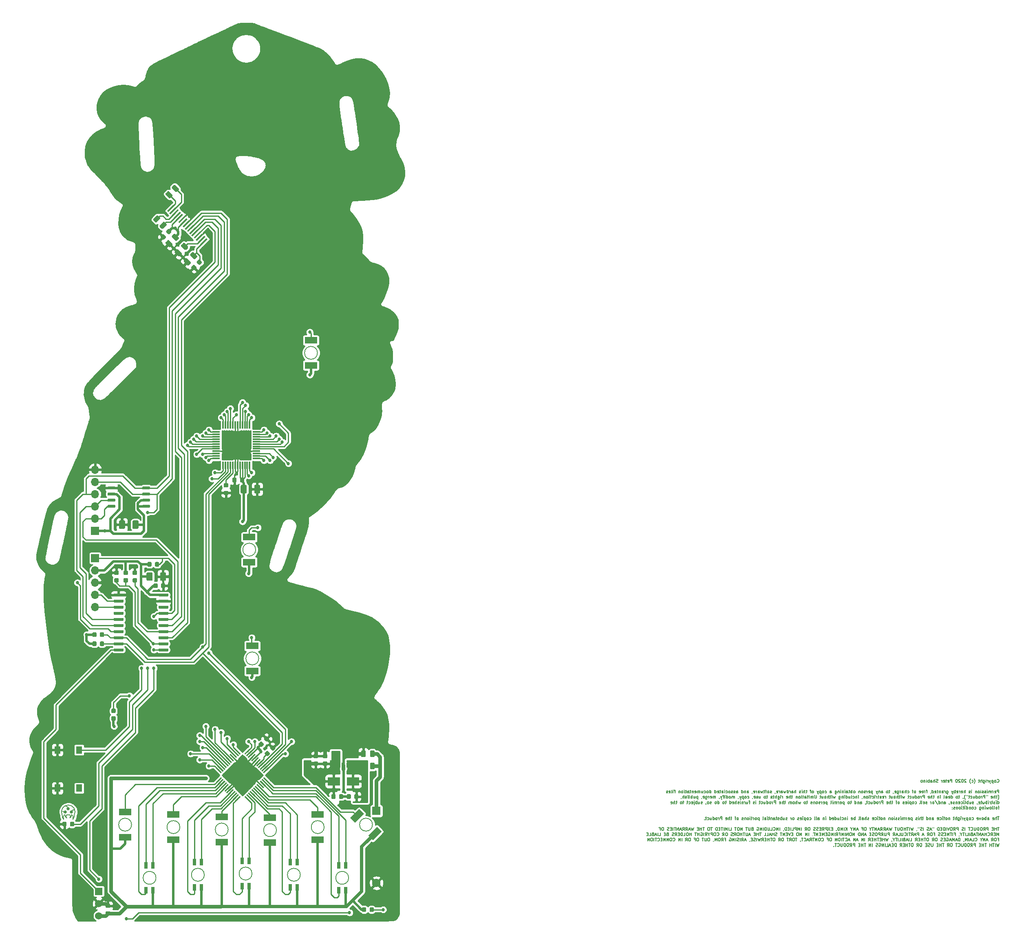
<source format=gbl>
G04 #@! TF.GenerationSoftware,KiCad,Pcbnew,(5.1.5)-3*
G04 #@! TF.CreationDate,2020-02-10T18:46:58-06:00*
G04 #@! TF.ProjectId,tymkrs_Cyphercon_2020_llama,74796d6b-7273-45f4-9379-70686572636f,V0*
G04 #@! TF.SameCoordinates,Original*
G04 #@! TF.FileFunction,Copper,L2,Bot*
G04 #@! TF.FilePolarity,Positive*
%FSLAX46Y46*%
G04 Gerber Fmt 4.6, Leading zero omitted, Abs format (unit mm)*
G04 Created by KiCad (PCBNEW (5.1.5)-3) date 2020-02-10 18:46:58*
%MOMM*%
%LPD*%
G04 APERTURE LIST*
%ADD10C,0.158750*%
%ADD11C,0.180000*%
%ADD12C,0.177800*%
%ADD13C,1.524000*%
%ADD14R,1.524000X1.524000*%
%ADD15C,0.100000*%
%ADD16R,1.300000X1.550000*%
%ADD17R,1.500000X0.300000*%
%ADD18R,0.300000X1.500000*%
%ADD19R,3.500001X3.500001*%
%ADD20R,2.600000X1.400000*%
%ADD21C,0.635000*%
%ADD22R,0.650000X1.060000*%
%ADD23O,1.700000X1.700000*%
%ADD24R,1.700000X1.700000*%
%ADD25R,0.800000X1.400000*%
%ADD26R,2.500000X1.800000*%
%ADD27C,1.778000*%
%ADD28R,1.778000X1.778000*%
%ADD29C,0.690000*%
%ADD30C,0.254000*%
%ADD31C,0.762000*%
%ADD32C,0.508000*%
%ADD33C,0.635000*%
G04 APERTURE END LIST*
D10*
X283100764Y-167152410D02*
X283131002Y-167182648D01*
X283221717Y-167212886D01*
X283282193Y-167212886D01*
X283372907Y-167182648D01*
X283433383Y-167122172D01*
X283463622Y-167061696D01*
X283493860Y-166940744D01*
X283493860Y-166850029D01*
X283463622Y-166729077D01*
X283433383Y-166668601D01*
X283372907Y-166608125D01*
X283282193Y-166577886D01*
X283221717Y-166577886D01*
X283131002Y-166608125D01*
X283100764Y-166638363D01*
X282737907Y-167212886D02*
X282798383Y-167182648D01*
X282828622Y-167152410D01*
X282858860Y-167091934D01*
X282858860Y-166910505D01*
X282828622Y-166850029D01*
X282798383Y-166819791D01*
X282737907Y-166789553D01*
X282647193Y-166789553D01*
X282586717Y-166819791D01*
X282556479Y-166850029D01*
X282526241Y-166910505D01*
X282526241Y-167091934D01*
X282556479Y-167152410D01*
X282586717Y-167182648D01*
X282647193Y-167212886D01*
X282737907Y-167212886D01*
X282254098Y-166789553D02*
X282254098Y-167424553D01*
X282254098Y-166819791D02*
X282193622Y-166789553D01*
X282072669Y-166789553D01*
X282012193Y-166819791D01*
X281981955Y-166850029D01*
X281951717Y-166910505D01*
X281951717Y-167091934D01*
X281981955Y-167152410D01*
X282012193Y-167182648D01*
X282072669Y-167212886D01*
X282193622Y-167212886D01*
X282254098Y-167182648D01*
X281740050Y-166789553D02*
X281588860Y-167212886D01*
X281437669Y-166789553D02*
X281588860Y-167212886D01*
X281649336Y-167364077D01*
X281679574Y-167394315D01*
X281740050Y-167424553D01*
X281195764Y-167212886D02*
X281195764Y-166789553D01*
X281195764Y-166910505D02*
X281165526Y-166850029D01*
X281135288Y-166819791D01*
X281074812Y-166789553D01*
X281014336Y-166789553D01*
X280802669Y-167212886D02*
X280802669Y-166789553D01*
X280802669Y-166577886D02*
X280832907Y-166608125D01*
X280802669Y-166638363D01*
X280772431Y-166608125D01*
X280802669Y-166577886D01*
X280802669Y-166638363D01*
X280228145Y-166789553D02*
X280228145Y-167303601D01*
X280258383Y-167364077D01*
X280288622Y-167394315D01*
X280349098Y-167424553D01*
X280439812Y-167424553D01*
X280500288Y-167394315D01*
X280228145Y-167182648D02*
X280288622Y-167212886D01*
X280409574Y-167212886D01*
X280470050Y-167182648D01*
X280500288Y-167152410D01*
X280530526Y-167091934D01*
X280530526Y-166910505D01*
X280500288Y-166850029D01*
X280470050Y-166819791D01*
X280409574Y-166789553D01*
X280288622Y-166789553D01*
X280228145Y-166819791D01*
X279925764Y-167212886D02*
X279925764Y-166577886D01*
X279653622Y-167212886D02*
X279653622Y-166880267D01*
X279683860Y-166819791D01*
X279744336Y-166789553D01*
X279835050Y-166789553D01*
X279895526Y-166819791D01*
X279925764Y-166850029D01*
X279441955Y-166789553D02*
X279200050Y-166789553D01*
X279351241Y-166577886D02*
X279351241Y-167122172D01*
X279321002Y-167182648D01*
X279260526Y-167212886D01*
X279200050Y-167212886D01*
X278323145Y-167454791D02*
X278353383Y-167424553D01*
X278413860Y-167333839D01*
X278444098Y-167273363D01*
X278474336Y-167182648D01*
X278504574Y-167031458D01*
X278504574Y-166910505D01*
X278474336Y-166759315D01*
X278444098Y-166668601D01*
X278413860Y-166608125D01*
X278353383Y-166517410D01*
X278323145Y-166487172D01*
X277809098Y-167182648D02*
X277869574Y-167212886D01*
X277990526Y-167212886D01*
X278051002Y-167182648D01*
X278081241Y-167152410D01*
X278111479Y-167091934D01*
X278111479Y-166910505D01*
X278081241Y-166850029D01*
X278051002Y-166819791D01*
X277990526Y-166789553D01*
X277869574Y-166789553D01*
X277809098Y-166819791D01*
X277597431Y-167454791D02*
X277567193Y-167424553D01*
X277506717Y-167333839D01*
X277476479Y-167273363D01*
X277446241Y-167182648D01*
X277416002Y-167031458D01*
X277416002Y-166910505D01*
X277446241Y-166759315D01*
X277476479Y-166668601D01*
X277506717Y-166608125D01*
X277567193Y-166517410D01*
X277597431Y-166487172D01*
X276660050Y-166638363D02*
X276629812Y-166608125D01*
X276569336Y-166577886D01*
X276418145Y-166577886D01*
X276357669Y-166608125D01*
X276327431Y-166638363D01*
X276297193Y-166698839D01*
X276297193Y-166759315D01*
X276327431Y-166850029D01*
X276690288Y-167212886D01*
X276297193Y-167212886D01*
X275904098Y-166577886D02*
X275843622Y-166577886D01*
X275783145Y-166608125D01*
X275752907Y-166638363D01*
X275722669Y-166698839D01*
X275692431Y-166819791D01*
X275692431Y-166970982D01*
X275722669Y-167091934D01*
X275752907Y-167152410D01*
X275783145Y-167182648D01*
X275843622Y-167212886D01*
X275904098Y-167212886D01*
X275964574Y-167182648D01*
X275994812Y-167152410D01*
X276025050Y-167091934D01*
X276055288Y-166970982D01*
X276055288Y-166819791D01*
X276025050Y-166698839D01*
X275994812Y-166638363D01*
X275964574Y-166608125D01*
X275904098Y-166577886D01*
X275450526Y-166638363D02*
X275420288Y-166608125D01*
X275359812Y-166577886D01*
X275208622Y-166577886D01*
X275148145Y-166608125D01*
X275117907Y-166638363D01*
X275087669Y-166698839D01*
X275087669Y-166759315D01*
X275117907Y-166850029D01*
X275480764Y-167212886D01*
X275087669Y-167212886D01*
X274694574Y-166577886D02*
X274634098Y-166577886D01*
X274573622Y-166608125D01*
X274543383Y-166638363D01*
X274513145Y-166698839D01*
X274482907Y-166819791D01*
X274482907Y-166970982D01*
X274513145Y-167091934D01*
X274543383Y-167152410D01*
X274573622Y-167182648D01*
X274634098Y-167212886D01*
X274694574Y-167212886D01*
X274755050Y-167182648D01*
X274785288Y-167152410D01*
X274815526Y-167091934D01*
X274845764Y-166970982D01*
X274845764Y-166819791D01*
X274815526Y-166698839D01*
X274785288Y-166638363D01*
X274755050Y-166608125D01*
X274694574Y-166577886D01*
X273726955Y-167212886D02*
X273726955Y-166577886D01*
X273485050Y-166577886D01*
X273424574Y-166608125D01*
X273394336Y-166638363D01*
X273364098Y-166698839D01*
X273364098Y-166789553D01*
X273394336Y-166850029D01*
X273424574Y-166880267D01*
X273485050Y-166910505D01*
X273726955Y-166910505D01*
X272850050Y-167182648D02*
X272910526Y-167212886D01*
X273031479Y-167212886D01*
X273091955Y-167182648D01*
X273122193Y-167122172D01*
X273122193Y-166880267D01*
X273091955Y-166819791D01*
X273031479Y-166789553D01*
X272910526Y-166789553D01*
X272850050Y-166819791D01*
X272819812Y-166880267D01*
X272819812Y-166940744D01*
X273122193Y-167001220D01*
X272638383Y-166789553D02*
X272396479Y-166789553D01*
X272547669Y-166577886D02*
X272547669Y-167122172D01*
X272517431Y-167182648D01*
X272456955Y-167212886D01*
X272396479Y-167212886D01*
X271942907Y-167182648D02*
X272003383Y-167212886D01*
X272124336Y-167212886D01*
X272184812Y-167182648D01*
X272215050Y-167122172D01*
X272215050Y-166880267D01*
X272184812Y-166819791D01*
X272124336Y-166789553D01*
X272003383Y-166789553D01*
X271942907Y-166819791D01*
X271912669Y-166880267D01*
X271912669Y-166940744D01*
X272215050Y-167001220D01*
X271640526Y-167212886D02*
X271640526Y-166789553D01*
X271640526Y-166910505D02*
X271610288Y-166850029D01*
X271580050Y-166819791D01*
X271519574Y-166789553D01*
X271459098Y-166789553D01*
X270793860Y-167182648D02*
X270703145Y-167212886D01*
X270551955Y-167212886D01*
X270491479Y-167182648D01*
X270461241Y-167152410D01*
X270431002Y-167091934D01*
X270431002Y-167031458D01*
X270461241Y-166970982D01*
X270491479Y-166940744D01*
X270551955Y-166910505D01*
X270672907Y-166880267D01*
X270733383Y-166850029D01*
X270763622Y-166819791D01*
X270793860Y-166759315D01*
X270793860Y-166698839D01*
X270763622Y-166638363D01*
X270733383Y-166608125D01*
X270672907Y-166577886D01*
X270521717Y-166577886D01*
X270431002Y-166608125D01*
X270158860Y-167212886D02*
X270158860Y-166577886D01*
X269886717Y-167212886D02*
X269886717Y-166880267D01*
X269916955Y-166819791D01*
X269977431Y-166789553D01*
X270068145Y-166789553D01*
X270128622Y-166819791D01*
X270158860Y-166850029D01*
X269312193Y-167212886D02*
X269312193Y-166880267D01*
X269342431Y-166819791D01*
X269402907Y-166789553D01*
X269523860Y-166789553D01*
X269584336Y-166819791D01*
X269312193Y-167182648D02*
X269372669Y-167212886D01*
X269523860Y-167212886D01*
X269584336Y-167182648D01*
X269614574Y-167122172D01*
X269614574Y-167061696D01*
X269584336Y-167001220D01*
X269523860Y-166970982D01*
X269372669Y-166970982D01*
X269312193Y-166940744D01*
X269009812Y-167212886D02*
X269009812Y-166577886D01*
X269009812Y-166819791D02*
X268949336Y-166789553D01*
X268828383Y-166789553D01*
X268767907Y-166819791D01*
X268737669Y-166850029D01*
X268707431Y-166910505D01*
X268707431Y-167091934D01*
X268737669Y-167152410D01*
X268767907Y-167182648D01*
X268828383Y-167212886D01*
X268949336Y-167212886D01*
X269009812Y-167182648D01*
X268435288Y-167212886D02*
X268435288Y-166789553D01*
X268435288Y-166577886D02*
X268465526Y-166608125D01*
X268435288Y-166638363D01*
X268405050Y-166608125D01*
X268435288Y-166577886D01*
X268435288Y-166638363D01*
X268132907Y-166789553D02*
X268132907Y-167212886D01*
X268132907Y-166850029D02*
X268102669Y-166819791D01*
X268042193Y-166789553D01*
X267951479Y-166789553D01*
X267891002Y-166819791D01*
X267860764Y-166880267D01*
X267860764Y-167212886D01*
X267467669Y-167212886D02*
X267528145Y-167182648D01*
X267558383Y-167152410D01*
X267588622Y-167091934D01*
X267588622Y-166910505D01*
X267558383Y-166850029D01*
X267528145Y-166819791D01*
X267467669Y-166789553D01*
X267376955Y-166789553D01*
X267316479Y-166819791D01*
X267286241Y-166850029D01*
X267256002Y-166910505D01*
X267256002Y-167091934D01*
X267286241Y-167152410D01*
X267316479Y-167182648D01*
X267376955Y-167212886D01*
X267467669Y-167212886D01*
X283463622Y-169435386D02*
X283463622Y-168800386D01*
X283221717Y-168800386D01*
X283161241Y-168830625D01*
X283131002Y-168860863D01*
X283100764Y-168921339D01*
X283100764Y-169012053D01*
X283131002Y-169072529D01*
X283161241Y-169102767D01*
X283221717Y-169133005D01*
X283463622Y-169133005D01*
X282586717Y-169405148D02*
X282647193Y-169435386D01*
X282768145Y-169435386D01*
X282828622Y-169405148D01*
X282858860Y-169344672D01*
X282858860Y-169102767D01*
X282828622Y-169042291D01*
X282768145Y-169012053D01*
X282647193Y-169012053D01*
X282586717Y-169042291D01*
X282556479Y-169102767D01*
X282556479Y-169163244D01*
X282858860Y-169223720D01*
X282284336Y-169435386D02*
X282284336Y-169012053D01*
X282284336Y-169133005D02*
X282254098Y-169072529D01*
X282223860Y-169042291D01*
X282163383Y-169012053D01*
X282102907Y-169012053D01*
X281891241Y-169435386D02*
X281891241Y-169012053D01*
X281891241Y-169072529D02*
X281861002Y-169042291D01*
X281800526Y-169012053D01*
X281709812Y-169012053D01*
X281649336Y-169042291D01*
X281619098Y-169102767D01*
X281619098Y-169435386D01*
X281619098Y-169102767D02*
X281588860Y-169042291D01*
X281528383Y-169012053D01*
X281437669Y-169012053D01*
X281377193Y-169042291D01*
X281346955Y-169102767D01*
X281346955Y-169435386D01*
X281044574Y-169435386D02*
X281044574Y-169012053D01*
X281044574Y-168800386D02*
X281074812Y-168830625D01*
X281044574Y-168860863D01*
X281014336Y-168830625D01*
X281044574Y-168800386D01*
X281044574Y-168860863D01*
X280772431Y-169405148D02*
X280711955Y-169435386D01*
X280591002Y-169435386D01*
X280530526Y-169405148D01*
X280500288Y-169344672D01*
X280500288Y-169314434D01*
X280530526Y-169253958D01*
X280591002Y-169223720D01*
X280681717Y-169223720D01*
X280742193Y-169193482D01*
X280772431Y-169133005D01*
X280772431Y-169102767D01*
X280742193Y-169042291D01*
X280681717Y-169012053D01*
X280591002Y-169012053D01*
X280530526Y-169042291D01*
X280258383Y-169405148D02*
X280197907Y-169435386D01*
X280076955Y-169435386D01*
X280016479Y-169405148D01*
X279986241Y-169344672D01*
X279986241Y-169314434D01*
X280016479Y-169253958D01*
X280076955Y-169223720D01*
X280167669Y-169223720D01*
X280228145Y-169193482D01*
X280258383Y-169133005D01*
X280258383Y-169102767D01*
X280228145Y-169042291D01*
X280167669Y-169012053D01*
X280076955Y-169012053D01*
X280016479Y-169042291D01*
X279714098Y-169435386D02*
X279714098Y-169012053D01*
X279714098Y-168800386D02*
X279744336Y-168830625D01*
X279714098Y-168860863D01*
X279683860Y-168830625D01*
X279714098Y-168800386D01*
X279714098Y-168860863D01*
X279321002Y-169435386D02*
X279381479Y-169405148D01*
X279411717Y-169374910D01*
X279441955Y-169314434D01*
X279441955Y-169133005D01*
X279411717Y-169072529D01*
X279381479Y-169042291D01*
X279321002Y-169012053D01*
X279230288Y-169012053D01*
X279169812Y-169042291D01*
X279139574Y-169072529D01*
X279109336Y-169133005D01*
X279109336Y-169314434D01*
X279139574Y-169374910D01*
X279169812Y-169405148D01*
X279230288Y-169435386D01*
X279321002Y-169435386D01*
X278837193Y-169012053D02*
X278837193Y-169435386D01*
X278837193Y-169072529D02*
X278806955Y-169042291D01*
X278746479Y-169012053D01*
X278655764Y-169012053D01*
X278595288Y-169042291D01*
X278565050Y-169102767D01*
X278565050Y-169435386D01*
X277778860Y-169435386D02*
X277778860Y-169012053D01*
X277778860Y-168800386D02*
X277809098Y-168830625D01*
X277778860Y-168860863D01*
X277748622Y-168830625D01*
X277778860Y-168800386D01*
X277778860Y-168860863D01*
X277506717Y-169405148D02*
X277446241Y-169435386D01*
X277325288Y-169435386D01*
X277264812Y-169405148D01*
X277234574Y-169344672D01*
X277234574Y-169314434D01*
X277264812Y-169253958D01*
X277325288Y-169223720D01*
X277416002Y-169223720D01*
X277476479Y-169193482D01*
X277506717Y-169133005D01*
X277506717Y-169102767D01*
X277476479Y-169042291D01*
X277416002Y-169012053D01*
X277325288Y-169012053D01*
X277264812Y-169042291D01*
X276478622Y-169435386D02*
X276478622Y-168800386D01*
X276206479Y-169435386D02*
X276206479Y-169102767D01*
X276236717Y-169042291D01*
X276297193Y-169012053D01*
X276387907Y-169012053D01*
X276448383Y-169042291D01*
X276478622Y-169072529D01*
X275662193Y-169405148D02*
X275722669Y-169435386D01*
X275843622Y-169435386D01*
X275904098Y-169405148D01*
X275934336Y-169344672D01*
X275934336Y-169102767D01*
X275904098Y-169042291D01*
X275843622Y-169012053D01*
X275722669Y-169012053D01*
X275662193Y-169042291D01*
X275631955Y-169102767D01*
X275631955Y-169163244D01*
X275934336Y-169223720D01*
X275359812Y-169435386D02*
X275359812Y-169012053D01*
X275359812Y-169133005D02*
X275329574Y-169072529D01*
X275299336Y-169042291D01*
X275238860Y-169012053D01*
X275178383Y-169012053D01*
X274724812Y-169405148D02*
X274785288Y-169435386D01*
X274906241Y-169435386D01*
X274966717Y-169405148D01*
X274996955Y-169344672D01*
X274996955Y-169102767D01*
X274966717Y-169042291D01*
X274906241Y-169012053D01*
X274785288Y-169012053D01*
X274724812Y-169042291D01*
X274694574Y-169102767D01*
X274694574Y-169163244D01*
X274996955Y-169223720D01*
X274422431Y-169435386D02*
X274422431Y-168800386D01*
X274422431Y-169042291D02*
X274361955Y-169012053D01*
X274241002Y-169012053D01*
X274180526Y-169042291D01*
X274150288Y-169072529D01*
X274120050Y-169133005D01*
X274120050Y-169314434D01*
X274150288Y-169374910D01*
X274180526Y-169405148D01*
X274241002Y-169435386D01*
X274361955Y-169435386D01*
X274422431Y-169405148D01*
X273908383Y-169012053D02*
X273757193Y-169435386D01*
X273606002Y-169012053D02*
X273757193Y-169435386D01*
X273817669Y-169586577D01*
X273847907Y-169616815D01*
X273908383Y-169647053D01*
X272608145Y-169012053D02*
X272608145Y-169526101D01*
X272638383Y-169586577D01*
X272668622Y-169616815D01*
X272729098Y-169647053D01*
X272819812Y-169647053D01*
X272880288Y-169616815D01*
X272608145Y-169405148D02*
X272668622Y-169435386D01*
X272789574Y-169435386D01*
X272850050Y-169405148D01*
X272880288Y-169374910D01*
X272910526Y-169314434D01*
X272910526Y-169133005D01*
X272880288Y-169072529D01*
X272850050Y-169042291D01*
X272789574Y-169012053D01*
X272668622Y-169012053D01*
X272608145Y-169042291D01*
X272305764Y-169435386D02*
X272305764Y-169012053D01*
X272305764Y-169133005D02*
X272275526Y-169072529D01*
X272245288Y-169042291D01*
X272184812Y-169012053D01*
X272124336Y-169012053D01*
X271640526Y-169435386D02*
X271640526Y-169102767D01*
X271670764Y-169042291D01*
X271731241Y-169012053D01*
X271852193Y-169012053D01*
X271912669Y-169042291D01*
X271640526Y-169405148D02*
X271701002Y-169435386D01*
X271852193Y-169435386D01*
X271912669Y-169405148D01*
X271942907Y-169344672D01*
X271942907Y-169284196D01*
X271912669Y-169223720D01*
X271852193Y-169193482D01*
X271701002Y-169193482D01*
X271640526Y-169163244D01*
X271338145Y-169012053D02*
X271338145Y-169435386D01*
X271338145Y-169072529D02*
X271307907Y-169042291D01*
X271247431Y-169012053D01*
X271156717Y-169012053D01*
X271096241Y-169042291D01*
X271066002Y-169102767D01*
X271066002Y-169435386D01*
X270854336Y-169012053D02*
X270612431Y-169012053D01*
X270763622Y-168800386D02*
X270763622Y-169344672D01*
X270733383Y-169405148D01*
X270672907Y-169435386D01*
X270612431Y-169435386D01*
X270158860Y-169405148D02*
X270219336Y-169435386D01*
X270340288Y-169435386D01*
X270400764Y-169405148D01*
X270431002Y-169344672D01*
X270431002Y-169102767D01*
X270400764Y-169042291D01*
X270340288Y-169012053D01*
X270219336Y-169012053D01*
X270158860Y-169042291D01*
X270128622Y-169102767D01*
X270128622Y-169163244D01*
X270431002Y-169223720D01*
X269584336Y-169435386D02*
X269584336Y-168800386D01*
X269584336Y-169405148D02*
X269644812Y-169435386D01*
X269765764Y-169435386D01*
X269826241Y-169405148D01*
X269856479Y-169374910D01*
X269886717Y-169314434D01*
X269886717Y-169133005D01*
X269856479Y-169072529D01*
X269826241Y-169042291D01*
X269765764Y-169012053D01*
X269644812Y-169012053D01*
X269584336Y-169042291D01*
X269251717Y-169405148D02*
X269251717Y-169435386D01*
X269281955Y-169495863D01*
X269312193Y-169526101D01*
X268586479Y-169012053D02*
X268344574Y-169012053D01*
X268495764Y-169435386D02*
X268495764Y-168891101D01*
X268465526Y-168830625D01*
X268405050Y-168800386D01*
X268344574Y-168800386D01*
X268132907Y-169435386D02*
X268132907Y-169012053D01*
X268132907Y-169133005D02*
X268102669Y-169072529D01*
X268072431Y-169042291D01*
X268011955Y-169012053D01*
X267951479Y-169012053D01*
X267497907Y-169405148D02*
X267558383Y-169435386D01*
X267679336Y-169435386D01*
X267739812Y-169405148D01*
X267770050Y-169344672D01*
X267770050Y-169102767D01*
X267739812Y-169042291D01*
X267679336Y-169012053D01*
X267558383Y-169012053D01*
X267497907Y-169042291D01*
X267467669Y-169102767D01*
X267467669Y-169163244D01*
X267770050Y-169223720D01*
X266953622Y-169405148D02*
X267014098Y-169435386D01*
X267135050Y-169435386D01*
X267195526Y-169405148D01*
X267225764Y-169344672D01*
X267225764Y-169102767D01*
X267195526Y-169042291D01*
X267135050Y-169012053D01*
X267014098Y-169012053D01*
X266953622Y-169042291D01*
X266923383Y-169102767D01*
X266923383Y-169163244D01*
X267225764Y-169223720D01*
X266076717Y-169435386D02*
X266137193Y-169405148D01*
X266167431Y-169374910D01*
X266197669Y-169314434D01*
X266197669Y-169133005D01*
X266167431Y-169072529D01*
X266137193Y-169042291D01*
X266076717Y-169012053D01*
X265986002Y-169012053D01*
X265925526Y-169042291D01*
X265895288Y-169072529D01*
X265865050Y-169133005D01*
X265865050Y-169314434D01*
X265895288Y-169374910D01*
X265925526Y-169405148D01*
X265986002Y-169435386D01*
X266076717Y-169435386D01*
X265683622Y-169012053D02*
X265441717Y-169012053D01*
X265592907Y-169435386D02*
X265592907Y-168891101D01*
X265562669Y-168830625D01*
X265502193Y-168800386D01*
X265441717Y-168800386D01*
X264474098Y-169405148D02*
X264534574Y-169435386D01*
X264655526Y-169435386D01*
X264716002Y-169405148D01*
X264746241Y-169374910D01*
X264776479Y-169314434D01*
X264776479Y-169133005D01*
X264746241Y-169072529D01*
X264716002Y-169042291D01*
X264655526Y-169012053D01*
X264534574Y-169012053D01*
X264474098Y-169042291D01*
X264201955Y-169435386D02*
X264201955Y-168800386D01*
X263929812Y-169435386D02*
X263929812Y-169102767D01*
X263960050Y-169042291D01*
X264020526Y-169012053D01*
X264111241Y-169012053D01*
X264171717Y-169042291D01*
X264201955Y-169072529D01*
X263355288Y-169435386D02*
X263355288Y-169102767D01*
X263385526Y-169042291D01*
X263446002Y-169012053D01*
X263566955Y-169012053D01*
X263627431Y-169042291D01*
X263355288Y-169405148D02*
X263415764Y-169435386D01*
X263566955Y-169435386D01*
X263627431Y-169405148D01*
X263657669Y-169344672D01*
X263657669Y-169284196D01*
X263627431Y-169223720D01*
X263566955Y-169193482D01*
X263415764Y-169193482D01*
X263355288Y-169163244D01*
X263052907Y-169435386D02*
X263052907Y-169012053D01*
X263052907Y-169133005D02*
X263022669Y-169072529D01*
X262992431Y-169042291D01*
X262931955Y-169012053D01*
X262871479Y-169012053D01*
X262387669Y-169012053D02*
X262387669Y-169526101D01*
X262417907Y-169586577D01*
X262448145Y-169616815D01*
X262508622Y-169647053D01*
X262599336Y-169647053D01*
X262659812Y-169616815D01*
X262387669Y-169405148D02*
X262448145Y-169435386D01*
X262569098Y-169435386D01*
X262629574Y-169405148D01*
X262659812Y-169374910D01*
X262690050Y-169314434D01*
X262690050Y-169133005D01*
X262659812Y-169072529D01*
X262629574Y-169042291D01*
X262569098Y-169012053D01*
X262448145Y-169012053D01*
X262387669Y-169042291D01*
X261843383Y-169405148D02*
X261903860Y-169435386D01*
X262024812Y-169435386D01*
X262085288Y-169405148D01*
X262115526Y-169344672D01*
X262115526Y-169102767D01*
X262085288Y-169042291D01*
X262024812Y-169012053D01*
X261903860Y-169012053D01*
X261843383Y-169042291D01*
X261813145Y-169102767D01*
X261813145Y-169163244D01*
X262115526Y-169223720D01*
X261510764Y-169405148D02*
X261510764Y-169435386D01*
X261541002Y-169495863D01*
X261571241Y-169526101D01*
X260845526Y-169012053D02*
X260603622Y-169012053D01*
X260754812Y-168800386D02*
X260754812Y-169344672D01*
X260724574Y-169405148D01*
X260664098Y-169435386D01*
X260603622Y-169435386D01*
X260301241Y-169435386D02*
X260361717Y-169405148D01*
X260391955Y-169374910D01*
X260422193Y-169314434D01*
X260422193Y-169133005D01*
X260391955Y-169072529D01*
X260361717Y-169042291D01*
X260301241Y-169012053D01*
X260210526Y-169012053D01*
X260150050Y-169042291D01*
X260119812Y-169072529D01*
X260089574Y-169133005D01*
X260089574Y-169314434D01*
X260119812Y-169374910D01*
X260150050Y-169405148D01*
X260210526Y-169435386D01*
X260301241Y-169435386D01*
X259061479Y-169435386D02*
X259061479Y-169102767D01*
X259091717Y-169042291D01*
X259152193Y-169012053D01*
X259273145Y-169012053D01*
X259333622Y-169042291D01*
X259061479Y-169405148D02*
X259121955Y-169435386D01*
X259273145Y-169435386D01*
X259333622Y-169405148D01*
X259363860Y-169344672D01*
X259363860Y-169284196D01*
X259333622Y-169223720D01*
X259273145Y-169193482D01*
X259121955Y-169193482D01*
X259061479Y-169163244D01*
X258759098Y-169012053D02*
X258759098Y-169435386D01*
X258759098Y-169072529D02*
X258728860Y-169042291D01*
X258668383Y-169012053D01*
X258577669Y-169012053D01*
X258517193Y-169042291D01*
X258486955Y-169102767D01*
X258486955Y-169435386D01*
X258245050Y-169012053D02*
X258093860Y-169435386D01*
X257942669Y-169012053D02*
X258093860Y-169435386D01*
X258154336Y-169586577D01*
X258184574Y-169616815D01*
X258245050Y-169647053D01*
X257216955Y-169012053D02*
X257216955Y-169647053D01*
X257216955Y-169042291D02*
X257156479Y-169012053D01*
X257035526Y-169012053D01*
X256975050Y-169042291D01*
X256944812Y-169072529D01*
X256914574Y-169133005D01*
X256914574Y-169314434D01*
X256944812Y-169374910D01*
X256975050Y-169405148D01*
X257035526Y-169435386D01*
X257156479Y-169435386D01*
X257216955Y-169405148D01*
X256400526Y-169405148D02*
X256461002Y-169435386D01*
X256581955Y-169435386D01*
X256642431Y-169405148D01*
X256672669Y-169344672D01*
X256672669Y-169102767D01*
X256642431Y-169042291D01*
X256581955Y-169012053D01*
X256461002Y-169012053D01*
X256400526Y-169042291D01*
X256370288Y-169102767D01*
X256370288Y-169163244D01*
X256672669Y-169223720D01*
X256098145Y-169435386D02*
X256098145Y-169012053D01*
X256098145Y-169133005D02*
X256067907Y-169072529D01*
X256037669Y-169042291D01*
X255977193Y-169012053D01*
X255916717Y-169012053D01*
X255735288Y-169405148D02*
X255674812Y-169435386D01*
X255553860Y-169435386D01*
X255493383Y-169405148D01*
X255463145Y-169344672D01*
X255463145Y-169314434D01*
X255493383Y-169253958D01*
X255553860Y-169223720D01*
X255644574Y-169223720D01*
X255705050Y-169193482D01*
X255735288Y-169133005D01*
X255735288Y-169102767D01*
X255705050Y-169042291D01*
X255644574Y-169012053D01*
X255553860Y-169012053D01*
X255493383Y-169042291D01*
X255100288Y-169435386D02*
X255160764Y-169405148D01*
X255191002Y-169374910D01*
X255221241Y-169314434D01*
X255221241Y-169133005D01*
X255191002Y-169072529D01*
X255160764Y-169042291D01*
X255100288Y-169012053D01*
X255009574Y-169012053D01*
X254949098Y-169042291D01*
X254918860Y-169072529D01*
X254888622Y-169133005D01*
X254888622Y-169314434D01*
X254918860Y-169374910D01*
X254949098Y-169405148D01*
X255009574Y-169435386D01*
X255100288Y-169435386D01*
X254616479Y-169012053D02*
X254616479Y-169435386D01*
X254616479Y-169072529D02*
X254586241Y-169042291D01*
X254525764Y-169012053D01*
X254435050Y-169012053D01*
X254374574Y-169042291D01*
X254344336Y-169102767D01*
X254344336Y-169435386D01*
X253467431Y-169435386D02*
X253527907Y-169405148D01*
X253558145Y-169374910D01*
X253588383Y-169314434D01*
X253588383Y-169133005D01*
X253558145Y-169072529D01*
X253527907Y-169042291D01*
X253467431Y-169012053D01*
X253376717Y-169012053D01*
X253316241Y-169042291D01*
X253286002Y-169072529D01*
X253255764Y-169133005D01*
X253255764Y-169314434D01*
X253286002Y-169374910D01*
X253316241Y-169405148D01*
X253376717Y-169435386D01*
X253467431Y-169435386D01*
X252983622Y-169435386D02*
X252983622Y-168800386D01*
X252983622Y-169042291D02*
X252923145Y-169012053D01*
X252802193Y-169012053D01*
X252741717Y-169042291D01*
X252711479Y-169072529D01*
X252681241Y-169133005D01*
X252681241Y-169314434D01*
X252711479Y-169374910D01*
X252741717Y-169405148D01*
X252802193Y-169435386D01*
X252923145Y-169435386D01*
X252983622Y-169405148D01*
X252499812Y-169012053D02*
X252257907Y-169012053D01*
X252409098Y-168800386D02*
X252409098Y-169344672D01*
X252378860Y-169405148D01*
X252318383Y-169435386D01*
X252257907Y-169435386D01*
X251774098Y-169435386D02*
X251774098Y-169102767D01*
X251804336Y-169042291D01*
X251864812Y-169012053D01*
X251985764Y-169012053D01*
X252046241Y-169042291D01*
X251774098Y-169405148D02*
X251834574Y-169435386D01*
X251985764Y-169435386D01*
X252046241Y-169405148D01*
X252076479Y-169344672D01*
X252076479Y-169284196D01*
X252046241Y-169223720D01*
X251985764Y-169193482D01*
X251834574Y-169193482D01*
X251774098Y-169163244D01*
X251471717Y-169435386D02*
X251471717Y-169012053D01*
X251471717Y-168800386D02*
X251501955Y-168830625D01*
X251471717Y-168860863D01*
X251441479Y-168830625D01*
X251471717Y-168800386D01*
X251471717Y-168860863D01*
X251169336Y-169012053D02*
X251169336Y-169435386D01*
X251169336Y-169072529D02*
X251139098Y-169042291D01*
X251078622Y-169012053D01*
X250987907Y-169012053D01*
X250927431Y-169042291D01*
X250897193Y-169102767D01*
X250897193Y-169435386D01*
X250594812Y-169435386D02*
X250594812Y-169012053D01*
X250594812Y-168800386D02*
X250625050Y-168830625D01*
X250594812Y-168860863D01*
X250564574Y-168830625D01*
X250594812Y-168800386D01*
X250594812Y-168860863D01*
X250292431Y-169012053D02*
X250292431Y-169435386D01*
X250292431Y-169072529D02*
X250262193Y-169042291D01*
X250201717Y-169012053D01*
X250111002Y-169012053D01*
X250050526Y-169042291D01*
X250020288Y-169102767D01*
X250020288Y-169435386D01*
X249445764Y-169012053D02*
X249445764Y-169526101D01*
X249476002Y-169586577D01*
X249506241Y-169616815D01*
X249566717Y-169647053D01*
X249657431Y-169647053D01*
X249717907Y-169616815D01*
X249445764Y-169405148D02*
X249506241Y-169435386D01*
X249627193Y-169435386D01*
X249687669Y-169405148D01*
X249717907Y-169374910D01*
X249748145Y-169314434D01*
X249748145Y-169133005D01*
X249717907Y-169072529D01*
X249687669Y-169042291D01*
X249627193Y-169012053D01*
X249506241Y-169012053D01*
X249445764Y-169042291D01*
X248387431Y-169435386D02*
X248387431Y-169102767D01*
X248417669Y-169042291D01*
X248478145Y-169012053D01*
X248599098Y-169012053D01*
X248659574Y-169042291D01*
X248387431Y-169405148D02*
X248447907Y-169435386D01*
X248599098Y-169435386D01*
X248659574Y-169405148D01*
X248689812Y-169344672D01*
X248689812Y-169284196D01*
X248659574Y-169223720D01*
X248599098Y-169193482D01*
X248447907Y-169193482D01*
X248387431Y-169163244D01*
X247329098Y-169405148D02*
X247389574Y-169435386D01*
X247510526Y-169435386D01*
X247571002Y-169405148D01*
X247601241Y-169374910D01*
X247631479Y-169314434D01*
X247631479Y-169133005D01*
X247601241Y-169072529D01*
X247571002Y-169042291D01*
X247510526Y-169012053D01*
X247389574Y-169012053D01*
X247329098Y-169042291D01*
X246966241Y-169435386D02*
X247026717Y-169405148D01*
X247056955Y-169374910D01*
X247087193Y-169314434D01*
X247087193Y-169133005D01*
X247056955Y-169072529D01*
X247026717Y-169042291D01*
X246966241Y-169012053D01*
X246875526Y-169012053D01*
X246815050Y-169042291D01*
X246784812Y-169072529D01*
X246754574Y-169133005D01*
X246754574Y-169314434D01*
X246784812Y-169374910D01*
X246815050Y-169405148D01*
X246875526Y-169435386D01*
X246966241Y-169435386D01*
X246482431Y-169012053D02*
X246482431Y-169647053D01*
X246482431Y-169042291D02*
X246421955Y-169012053D01*
X246301002Y-169012053D01*
X246240526Y-169042291D01*
X246210288Y-169072529D01*
X246180050Y-169133005D01*
X246180050Y-169314434D01*
X246210288Y-169374910D01*
X246240526Y-169405148D01*
X246301002Y-169435386D01*
X246421955Y-169435386D01*
X246482431Y-169405148D01*
X245968383Y-169012053D02*
X245817193Y-169435386D01*
X245666002Y-169012053D02*
X245817193Y-169435386D01*
X245877669Y-169586577D01*
X245907907Y-169616815D01*
X245968383Y-169647053D01*
X244849574Y-169435386D02*
X244910050Y-169405148D01*
X244940288Y-169374910D01*
X244970526Y-169314434D01*
X244970526Y-169133005D01*
X244940288Y-169072529D01*
X244910050Y-169042291D01*
X244849574Y-169012053D01*
X244758860Y-169012053D01*
X244698383Y-169042291D01*
X244668145Y-169072529D01*
X244637907Y-169133005D01*
X244637907Y-169314434D01*
X244668145Y-169374910D01*
X244698383Y-169405148D01*
X244758860Y-169435386D01*
X244849574Y-169435386D01*
X244456479Y-169012053D02*
X244214574Y-169012053D01*
X244365764Y-169435386D02*
X244365764Y-168891101D01*
X244335526Y-168830625D01*
X244275050Y-168800386D01*
X244214574Y-168800386D01*
X243609812Y-169012053D02*
X243367907Y-169012053D01*
X243519098Y-168800386D02*
X243519098Y-169344672D01*
X243488860Y-169405148D01*
X243428383Y-169435386D01*
X243367907Y-169435386D01*
X243156241Y-169435386D02*
X243156241Y-168800386D01*
X242884098Y-169435386D02*
X242884098Y-169102767D01*
X242914336Y-169042291D01*
X242974812Y-169012053D01*
X243065526Y-169012053D01*
X243126002Y-169042291D01*
X243156241Y-169072529D01*
X242581717Y-169435386D02*
X242581717Y-169012053D01*
X242581717Y-168800386D02*
X242611955Y-168830625D01*
X242581717Y-168860863D01*
X242551479Y-168830625D01*
X242581717Y-168800386D01*
X242581717Y-168860863D01*
X242309574Y-169405148D02*
X242249098Y-169435386D01*
X242128145Y-169435386D01*
X242067669Y-169405148D01*
X242037431Y-169344672D01*
X242037431Y-169314434D01*
X242067669Y-169253958D01*
X242128145Y-169223720D01*
X242218860Y-169223720D01*
X242279336Y-169193482D01*
X242309574Y-169133005D01*
X242309574Y-169102767D01*
X242279336Y-169042291D01*
X242218860Y-169012053D01*
X242128145Y-169012053D01*
X242067669Y-169042291D01*
X241281479Y-169435386D02*
X241281479Y-168800386D01*
X241009336Y-169435386D02*
X241009336Y-169102767D01*
X241039574Y-169042291D01*
X241100050Y-169012053D01*
X241190764Y-169012053D01*
X241251241Y-169042291D01*
X241281479Y-169072529D01*
X240434812Y-169435386D02*
X240434812Y-169102767D01*
X240465050Y-169042291D01*
X240525526Y-169012053D01*
X240646479Y-169012053D01*
X240706955Y-169042291D01*
X240434812Y-169405148D02*
X240495288Y-169435386D01*
X240646479Y-169435386D01*
X240706955Y-169405148D01*
X240737193Y-169344672D01*
X240737193Y-169284196D01*
X240706955Y-169223720D01*
X240646479Y-169193482D01*
X240495288Y-169193482D01*
X240434812Y-169163244D01*
X240132431Y-169435386D02*
X240132431Y-169012053D01*
X240132431Y-169133005D02*
X240102193Y-169072529D01*
X240071955Y-169042291D01*
X240011479Y-169012053D01*
X239951002Y-169012053D01*
X239467193Y-169435386D02*
X239467193Y-168800386D01*
X239467193Y-169405148D02*
X239527669Y-169435386D01*
X239648622Y-169435386D01*
X239709098Y-169405148D01*
X239739336Y-169374910D01*
X239769574Y-169314434D01*
X239769574Y-169133005D01*
X239739336Y-169072529D01*
X239709098Y-169042291D01*
X239648622Y-169012053D01*
X239527669Y-169012053D01*
X239467193Y-169042291D01*
X239225288Y-169012053D02*
X239104336Y-169435386D01*
X238983383Y-169133005D01*
X238862431Y-169435386D01*
X238741479Y-169012053D01*
X238227431Y-169435386D02*
X238227431Y-169102767D01*
X238257669Y-169042291D01*
X238318145Y-169012053D01*
X238439098Y-169012053D01*
X238499574Y-169042291D01*
X238227431Y-169405148D02*
X238287907Y-169435386D01*
X238439098Y-169435386D01*
X238499574Y-169405148D01*
X238529812Y-169344672D01*
X238529812Y-169284196D01*
X238499574Y-169223720D01*
X238439098Y-169193482D01*
X238287907Y-169193482D01*
X238227431Y-169163244D01*
X237925050Y-169435386D02*
X237925050Y-169012053D01*
X237925050Y-169133005D02*
X237894812Y-169072529D01*
X237864574Y-169042291D01*
X237804098Y-169012053D01*
X237743622Y-169012053D01*
X237290050Y-169405148D02*
X237350526Y-169435386D01*
X237471479Y-169435386D01*
X237531955Y-169405148D01*
X237562193Y-169344672D01*
X237562193Y-169102767D01*
X237531955Y-169042291D01*
X237471479Y-169012053D01*
X237350526Y-169012053D01*
X237290050Y-169042291D01*
X237259812Y-169102767D01*
X237259812Y-169163244D01*
X237562193Y-169223720D01*
X236957431Y-169405148D02*
X236957431Y-169435386D01*
X236987669Y-169495863D01*
X237017907Y-169526101D01*
X236231717Y-169405148D02*
X236171241Y-169435386D01*
X236050288Y-169435386D01*
X235989812Y-169405148D01*
X235959574Y-169344672D01*
X235959574Y-169314434D01*
X235989812Y-169253958D01*
X236050288Y-169223720D01*
X236141002Y-169223720D01*
X236201479Y-169193482D01*
X236231717Y-169133005D01*
X236231717Y-169102767D01*
X236201479Y-169042291D01*
X236141002Y-169012053D01*
X236050288Y-169012053D01*
X235989812Y-169042291D01*
X235596717Y-169435386D02*
X235657193Y-169405148D01*
X235687431Y-169374910D01*
X235717669Y-169314434D01*
X235717669Y-169133005D01*
X235687431Y-169072529D01*
X235657193Y-169042291D01*
X235596717Y-169012053D01*
X235506002Y-169012053D01*
X235445526Y-169042291D01*
X235415288Y-169072529D01*
X235385050Y-169133005D01*
X235385050Y-169314434D01*
X235415288Y-169374910D01*
X235445526Y-169405148D01*
X235506002Y-169435386D01*
X235596717Y-169435386D01*
X235203622Y-169012053D02*
X234961717Y-169012053D01*
X235112907Y-169435386D02*
X235112907Y-168891101D01*
X235082669Y-168830625D01*
X235022193Y-168800386D01*
X234961717Y-168800386D01*
X234840764Y-169012053D02*
X234598860Y-169012053D01*
X234750050Y-168800386D02*
X234750050Y-169344672D01*
X234719812Y-169405148D01*
X234659336Y-169435386D01*
X234598860Y-169435386D01*
X234447669Y-169012053D02*
X234326717Y-169435386D01*
X234205764Y-169133005D01*
X234084812Y-169435386D01*
X233963860Y-169012053D01*
X233449812Y-169435386D02*
X233449812Y-169102767D01*
X233480050Y-169042291D01*
X233540526Y-169012053D01*
X233661479Y-169012053D01*
X233721955Y-169042291D01*
X233449812Y-169405148D02*
X233510288Y-169435386D01*
X233661479Y-169435386D01*
X233721955Y-169405148D01*
X233752193Y-169344672D01*
X233752193Y-169284196D01*
X233721955Y-169223720D01*
X233661479Y-169193482D01*
X233510288Y-169193482D01*
X233449812Y-169163244D01*
X233147431Y-169435386D02*
X233147431Y-169012053D01*
X233147431Y-169133005D02*
X233117193Y-169072529D01*
X233086955Y-169042291D01*
X233026479Y-169012053D01*
X232966002Y-169012053D01*
X232512431Y-169405148D02*
X232572907Y-169435386D01*
X232693860Y-169435386D01*
X232754336Y-169405148D01*
X232784574Y-169344672D01*
X232784574Y-169102767D01*
X232754336Y-169042291D01*
X232693860Y-169012053D01*
X232572907Y-169012053D01*
X232512431Y-169042291D01*
X232482193Y-169102767D01*
X232482193Y-169163244D01*
X232784574Y-169223720D01*
X232179812Y-169405148D02*
X232179812Y-169435386D01*
X232210050Y-169495863D01*
X232240288Y-169526101D01*
X231151717Y-169435386D02*
X231151717Y-169102767D01*
X231181955Y-169042291D01*
X231242431Y-169012053D01*
X231363383Y-169012053D01*
X231423860Y-169042291D01*
X231151717Y-169405148D02*
X231212193Y-169435386D01*
X231363383Y-169435386D01*
X231423860Y-169405148D01*
X231454098Y-169344672D01*
X231454098Y-169284196D01*
X231423860Y-169223720D01*
X231363383Y-169193482D01*
X231212193Y-169193482D01*
X231151717Y-169163244D01*
X230849336Y-169012053D02*
X230849336Y-169435386D01*
X230849336Y-169072529D02*
X230819098Y-169042291D01*
X230758622Y-169012053D01*
X230667907Y-169012053D01*
X230607431Y-169042291D01*
X230577193Y-169102767D01*
X230577193Y-169435386D01*
X230002669Y-169435386D02*
X230002669Y-168800386D01*
X230002669Y-169405148D02*
X230063145Y-169435386D01*
X230184098Y-169435386D01*
X230244574Y-169405148D01*
X230274812Y-169374910D01*
X230305050Y-169314434D01*
X230305050Y-169133005D01*
X230274812Y-169072529D01*
X230244574Y-169042291D01*
X230184098Y-169012053D01*
X230063145Y-169012053D01*
X230002669Y-169042291D01*
X228944336Y-169435386D02*
X228944336Y-169102767D01*
X228974574Y-169042291D01*
X229035050Y-169012053D01*
X229156002Y-169012053D01*
X229216479Y-169042291D01*
X228944336Y-169405148D02*
X229004812Y-169435386D01*
X229156002Y-169435386D01*
X229216479Y-169405148D01*
X229246717Y-169344672D01*
X229246717Y-169284196D01*
X229216479Y-169223720D01*
X229156002Y-169193482D01*
X229004812Y-169193482D01*
X228944336Y-169163244D01*
X228672193Y-169405148D02*
X228611717Y-169435386D01*
X228490764Y-169435386D01*
X228430288Y-169405148D01*
X228400050Y-169344672D01*
X228400050Y-169314434D01*
X228430288Y-169253958D01*
X228490764Y-169223720D01*
X228581479Y-169223720D01*
X228641955Y-169193482D01*
X228672193Y-169133005D01*
X228672193Y-169102767D01*
X228641955Y-169042291D01*
X228581479Y-169012053D01*
X228490764Y-169012053D01*
X228430288Y-169042291D01*
X228158145Y-169405148D02*
X228097669Y-169435386D01*
X227976717Y-169435386D01*
X227916241Y-169405148D01*
X227886002Y-169344672D01*
X227886002Y-169314434D01*
X227916241Y-169253958D01*
X227976717Y-169223720D01*
X228067431Y-169223720D01*
X228127907Y-169193482D01*
X228158145Y-169133005D01*
X228158145Y-169102767D01*
X228127907Y-169042291D01*
X228067431Y-169012053D01*
X227976717Y-169012053D01*
X227916241Y-169042291D01*
X227523145Y-169435386D02*
X227583622Y-169405148D01*
X227613860Y-169374910D01*
X227644098Y-169314434D01*
X227644098Y-169133005D01*
X227613860Y-169072529D01*
X227583622Y-169042291D01*
X227523145Y-169012053D01*
X227432431Y-169012053D01*
X227371955Y-169042291D01*
X227341717Y-169072529D01*
X227311479Y-169133005D01*
X227311479Y-169314434D01*
X227341717Y-169374910D01*
X227371955Y-169405148D01*
X227432431Y-169435386D01*
X227523145Y-169435386D01*
X226767193Y-169405148D02*
X226827669Y-169435386D01*
X226948622Y-169435386D01*
X227009098Y-169405148D01*
X227039336Y-169374910D01*
X227069574Y-169314434D01*
X227069574Y-169133005D01*
X227039336Y-169072529D01*
X227009098Y-169042291D01*
X226948622Y-169012053D01*
X226827669Y-169012053D01*
X226767193Y-169042291D01*
X226495050Y-169435386D02*
X226495050Y-169012053D01*
X226495050Y-168800386D02*
X226525288Y-168830625D01*
X226495050Y-168860863D01*
X226464812Y-168830625D01*
X226495050Y-168800386D01*
X226495050Y-168860863D01*
X225920526Y-169435386D02*
X225920526Y-169102767D01*
X225950764Y-169042291D01*
X226011241Y-169012053D01*
X226132193Y-169012053D01*
X226192669Y-169042291D01*
X225920526Y-169405148D02*
X225981002Y-169435386D01*
X226132193Y-169435386D01*
X226192669Y-169405148D01*
X226222907Y-169344672D01*
X226222907Y-169284196D01*
X226192669Y-169223720D01*
X226132193Y-169193482D01*
X225981002Y-169193482D01*
X225920526Y-169163244D01*
X225708860Y-169012053D02*
X225466955Y-169012053D01*
X225618145Y-168800386D02*
X225618145Y-169344672D01*
X225587907Y-169405148D01*
X225527431Y-169435386D01*
X225466955Y-169435386D01*
X225013383Y-169405148D02*
X225073860Y-169435386D01*
X225194812Y-169435386D01*
X225255288Y-169405148D01*
X225285526Y-169344672D01*
X225285526Y-169102767D01*
X225255288Y-169042291D01*
X225194812Y-169012053D01*
X225073860Y-169012053D01*
X225013383Y-169042291D01*
X224983145Y-169102767D01*
X224983145Y-169163244D01*
X225285526Y-169223720D01*
X224438860Y-169435386D02*
X224438860Y-168800386D01*
X224438860Y-169405148D02*
X224499336Y-169435386D01*
X224620288Y-169435386D01*
X224680764Y-169405148D01*
X224711002Y-169374910D01*
X224741241Y-169314434D01*
X224741241Y-169133005D01*
X224711002Y-169072529D01*
X224680764Y-169042291D01*
X224620288Y-169012053D01*
X224499336Y-169012053D01*
X224438860Y-169042291D01*
X223380526Y-169435386D02*
X223380526Y-168800386D01*
X223380526Y-169405148D02*
X223441002Y-169435386D01*
X223561955Y-169435386D01*
X223622431Y-169405148D01*
X223652669Y-169374910D01*
X223682907Y-169314434D01*
X223682907Y-169133005D01*
X223652669Y-169072529D01*
X223622431Y-169042291D01*
X223561955Y-169012053D01*
X223441002Y-169012053D01*
X223380526Y-169042291D01*
X222987431Y-169435386D02*
X223047907Y-169405148D01*
X223078145Y-169374910D01*
X223108383Y-169314434D01*
X223108383Y-169133005D01*
X223078145Y-169072529D01*
X223047907Y-169042291D01*
X222987431Y-169012053D01*
X222896717Y-169012053D01*
X222836241Y-169042291D01*
X222806002Y-169072529D01*
X222775764Y-169133005D01*
X222775764Y-169314434D01*
X222806002Y-169374910D01*
X222836241Y-169405148D01*
X222896717Y-169435386D01*
X222987431Y-169435386D01*
X222231479Y-169405148D02*
X222291955Y-169435386D01*
X222412907Y-169435386D01*
X222473383Y-169405148D01*
X222503622Y-169374910D01*
X222533860Y-169314434D01*
X222533860Y-169133005D01*
X222503622Y-169072529D01*
X222473383Y-169042291D01*
X222412907Y-169012053D01*
X222291955Y-169012053D01*
X222231479Y-169042291D01*
X221687193Y-169012053D02*
X221687193Y-169435386D01*
X221959336Y-169012053D02*
X221959336Y-169344672D01*
X221929098Y-169405148D01*
X221868622Y-169435386D01*
X221777907Y-169435386D01*
X221717431Y-169405148D01*
X221687193Y-169374910D01*
X221384812Y-169435386D02*
X221384812Y-169012053D01*
X221384812Y-169072529D02*
X221354574Y-169042291D01*
X221294098Y-169012053D01*
X221203383Y-169012053D01*
X221142907Y-169042291D01*
X221112669Y-169102767D01*
X221112669Y-169435386D01*
X221112669Y-169102767D02*
X221082431Y-169042291D01*
X221021955Y-169012053D01*
X220931241Y-169012053D01*
X220870764Y-169042291D01*
X220840526Y-169102767D01*
X220840526Y-169435386D01*
X220296241Y-169405148D02*
X220356717Y-169435386D01*
X220477669Y-169435386D01*
X220538145Y-169405148D01*
X220568383Y-169344672D01*
X220568383Y-169102767D01*
X220538145Y-169042291D01*
X220477669Y-169012053D01*
X220356717Y-169012053D01*
X220296241Y-169042291D01*
X220266002Y-169102767D01*
X220266002Y-169163244D01*
X220568383Y-169223720D01*
X219993860Y-169012053D02*
X219993860Y-169435386D01*
X219993860Y-169072529D02*
X219963622Y-169042291D01*
X219903145Y-169012053D01*
X219812431Y-169012053D01*
X219751955Y-169042291D01*
X219721717Y-169102767D01*
X219721717Y-169435386D01*
X219510050Y-169012053D02*
X219268145Y-169012053D01*
X219419336Y-168800386D02*
X219419336Y-169344672D01*
X219389098Y-169405148D01*
X219328622Y-169435386D01*
X219268145Y-169435386D01*
X218784336Y-169435386D02*
X218784336Y-169102767D01*
X218814574Y-169042291D01*
X218875050Y-169012053D01*
X218996002Y-169012053D01*
X219056479Y-169042291D01*
X218784336Y-169405148D02*
X218844812Y-169435386D01*
X218996002Y-169435386D01*
X219056479Y-169405148D01*
X219086717Y-169344672D01*
X219086717Y-169284196D01*
X219056479Y-169223720D01*
X218996002Y-169193482D01*
X218844812Y-169193482D01*
X218784336Y-169163244D01*
X218572669Y-169012053D02*
X218330764Y-169012053D01*
X218481955Y-168800386D02*
X218481955Y-169344672D01*
X218451717Y-169405148D01*
X218391241Y-169435386D01*
X218330764Y-169435386D01*
X218119098Y-169435386D02*
X218119098Y-169012053D01*
X218119098Y-168800386D02*
X218149336Y-168830625D01*
X218119098Y-168860863D01*
X218088860Y-168830625D01*
X218119098Y-168800386D01*
X218119098Y-168860863D01*
X217726002Y-169435386D02*
X217786479Y-169405148D01*
X217816717Y-169374910D01*
X217846955Y-169314434D01*
X217846955Y-169133005D01*
X217816717Y-169072529D01*
X217786479Y-169042291D01*
X217726002Y-169012053D01*
X217635288Y-169012053D01*
X217574812Y-169042291D01*
X217544574Y-169072529D01*
X217514336Y-169133005D01*
X217514336Y-169314434D01*
X217544574Y-169374910D01*
X217574812Y-169405148D01*
X217635288Y-169435386D01*
X217726002Y-169435386D01*
X217242193Y-169012053D02*
X217242193Y-169435386D01*
X217242193Y-169072529D02*
X217211955Y-169042291D01*
X217151479Y-169012053D01*
X217060764Y-169012053D01*
X217000288Y-169042291D01*
X216970050Y-169102767D01*
X216970050Y-169435386D01*
X216274574Y-169012053D02*
X216032669Y-169012053D01*
X216183860Y-169435386D02*
X216183860Y-168891101D01*
X216153622Y-168830625D01*
X216093145Y-168800386D01*
X216032669Y-168800386D01*
X215821002Y-169435386D02*
X215821002Y-169012053D01*
X215821002Y-168800386D02*
X215851241Y-168830625D01*
X215821002Y-168860863D01*
X215790764Y-168830625D01*
X215821002Y-168800386D01*
X215821002Y-168860863D01*
X215427907Y-169435386D02*
X215488383Y-169405148D01*
X215518622Y-169344672D01*
X215518622Y-168800386D01*
X214944098Y-169405148D02*
X215004574Y-169435386D01*
X215125526Y-169435386D01*
X215186002Y-169405148D01*
X215216241Y-169344672D01*
X215216241Y-169102767D01*
X215186002Y-169042291D01*
X215125526Y-169012053D01*
X215004574Y-169012053D01*
X214944098Y-169042291D01*
X214913860Y-169102767D01*
X214913860Y-169163244D01*
X215216241Y-169223720D01*
X214671955Y-169405148D02*
X214611479Y-169435386D01*
X214490526Y-169435386D01*
X214430050Y-169405148D01*
X214399812Y-169344672D01*
X214399812Y-169314434D01*
X214430050Y-169253958D01*
X214490526Y-169223720D01*
X214581241Y-169223720D01*
X214641717Y-169193482D01*
X214671955Y-169133005D01*
X214671955Y-169102767D01*
X214641717Y-169042291D01*
X214581241Y-169012053D01*
X214490526Y-169012053D01*
X214430050Y-169042291D01*
X283282193Y-170788541D02*
X283312431Y-170758303D01*
X283372907Y-170667589D01*
X283403145Y-170607113D01*
X283433383Y-170516398D01*
X283463622Y-170365208D01*
X283463622Y-170244255D01*
X283433383Y-170093065D01*
X283403145Y-170002351D01*
X283372907Y-169941875D01*
X283312431Y-169851160D01*
X283282193Y-169820922D01*
X283131002Y-170123303D02*
X282889098Y-170123303D01*
X283040288Y-169911636D02*
X283040288Y-170455922D01*
X283010050Y-170516398D01*
X282949574Y-170546636D01*
X282889098Y-170546636D01*
X282677431Y-170546636D02*
X282677431Y-169911636D01*
X282405288Y-170546636D02*
X282405288Y-170214017D01*
X282435526Y-170153541D01*
X282496002Y-170123303D01*
X282586717Y-170123303D01*
X282647193Y-170153541D01*
X282677431Y-170183779D01*
X281861002Y-170516398D02*
X281921479Y-170546636D01*
X282042431Y-170546636D01*
X282102907Y-170516398D01*
X282133145Y-170455922D01*
X282133145Y-170214017D01*
X282102907Y-170153541D01*
X282042431Y-170123303D01*
X281921479Y-170123303D01*
X281861002Y-170153541D01*
X281830764Y-170214017D01*
X281830764Y-170274494D01*
X282133145Y-170334970D01*
X281105050Y-169911636D02*
X281105050Y-170032589D01*
X280863145Y-169911636D02*
X280863145Y-170032589D01*
X280591002Y-170546636D02*
X280591002Y-169911636D01*
X280349098Y-169911636D01*
X280288622Y-169941875D01*
X280258383Y-169972113D01*
X280228145Y-170032589D01*
X280228145Y-170123303D01*
X280258383Y-170183779D01*
X280288622Y-170214017D01*
X280349098Y-170244255D01*
X280591002Y-170244255D01*
X279956002Y-170546636D02*
X279956002Y-170123303D01*
X279956002Y-170244255D02*
X279925764Y-170183779D01*
X279895526Y-170153541D01*
X279835050Y-170123303D01*
X279774574Y-170123303D01*
X279472193Y-170546636D02*
X279532669Y-170516398D01*
X279562907Y-170486160D01*
X279593145Y-170425684D01*
X279593145Y-170244255D01*
X279562907Y-170183779D01*
X279532669Y-170153541D01*
X279472193Y-170123303D01*
X279381479Y-170123303D01*
X279321002Y-170153541D01*
X279290764Y-170183779D01*
X279260526Y-170244255D01*
X279260526Y-170425684D01*
X279290764Y-170486160D01*
X279321002Y-170516398D01*
X279381479Y-170546636D01*
X279472193Y-170546636D01*
X278716241Y-170546636D02*
X278716241Y-169911636D01*
X278716241Y-170516398D02*
X278776717Y-170546636D01*
X278897669Y-170546636D01*
X278958145Y-170516398D01*
X278988383Y-170486160D01*
X279018622Y-170425684D01*
X279018622Y-170244255D01*
X278988383Y-170183779D01*
X278958145Y-170153541D01*
X278897669Y-170123303D01*
X278776717Y-170123303D01*
X278716241Y-170153541D01*
X278141717Y-170123303D02*
X278141717Y-170546636D01*
X278413860Y-170123303D02*
X278413860Y-170455922D01*
X278383622Y-170516398D01*
X278323145Y-170546636D01*
X278232431Y-170546636D01*
X278171955Y-170516398D01*
X278141717Y-170486160D01*
X277567193Y-170516398D02*
X277627669Y-170546636D01*
X277748622Y-170546636D01*
X277809098Y-170516398D01*
X277839336Y-170486160D01*
X277869574Y-170425684D01*
X277869574Y-170244255D01*
X277839336Y-170183779D01*
X277809098Y-170153541D01*
X277748622Y-170123303D01*
X277627669Y-170123303D01*
X277567193Y-170153541D01*
X277385764Y-170123303D02*
X277143860Y-170123303D01*
X277295050Y-169911636D02*
X277295050Y-170455922D01*
X277264812Y-170516398D01*
X277204336Y-170546636D01*
X277143860Y-170546636D01*
X276962431Y-169911636D02*
X276962431Y-170032589D01*
X276720526Y-169911636D02*
X276720526Y-170032589D01*
X276508860Y-170788541D02*
X276478622Y-170758303D01*
X276418145Y-170667589D01*
X276387907Y-170607113D01*
X276357669Y-170516398D01*
X276327431Y-170365208D01*
X276327431Y-170244255D01*
X276357669Y-170093065D01*
X276387907Y-170002351D01*
X276418145Y-169941875D01*
X276478622Y-169851160D01*
X276508860Y-169820922D01*
X275994812Y-170516398D02*
X275994812Y-170546636D01*
X276025050Y-170607113D01*
X276055288Y-170637351D01*
X275329574Y-170123303D02*
X275087669Y-170123303D01*
X275238860Y-169911636D02*
X275238860Y-170455922D01*
X275208622Y-170516398D01*
X275148145Y-170546636D01*
X275087669Y-170546636D01*
X274785288Y-170546636D02*
X274845764Y-170516398D01*
X274876002Y-170486160D01*
X274906241Y-170425684D01*
X274906241Y-170244255D01*
X274876002Y-170183779D01*
X274845764Y-170153541D01*
X274785288Y-170123303D01*
X274694574Y-170123303D01*
X274634098Y-170153541D01*
X274603860Y-170183779D01*
X274573622Y-170244255D01*
X274573622Y-170425684D01*
X274603860Y-170486160D01*
X274634098Y-170516398D01*
X274694574Y-170546636D01*
X274785288Y-170546636D01*
X273545526Y-170546636D02*
X273545526Y-169911636D01*
X273545526Y-170516398D02*
X273606002Y-170546636D01*
X273726955Y-170546636D01*
X273787431Y-170516398D01*
X273817669Y-170486160D01*
X273847907Y-170425684D01*
X273847907Y-170244255D01*
X273817669Y-170183779D01*
X273787431Y-170153541D01*
X273726955Y-170123303D01*
X273606002Y-170123303D01*
X273545526Y-170153541D01*
X273001241Y-170516398D02*
X273061717Y-170546636D01*
X273182669Y-170546636D01*
X273243145Y-170516398D01*
X273273383Y-170455922D01*
X273273383Y-170214017D01*
X273243145Y-170153541D01*
X273182669Y-170123303D01*
X273061717Y-170123303D01*
X273001241Y-170153541D01*
X272971002Y-170214017D01*
X272971002Y-170274494D01*
X273273383Y-170334970D01*
X272426717Y-170546636D02*
X272426717Y-170214017D01*
X272456955Y-170153541D01*
X272517431Y-170123303D01*
X272638383Y-170123303D01*
X272698860Y-170153541D01*
X272426717Y-170516398D02*
X272487193Y-170546636D01*
X272638383Y-170546636D01*
X272698860Y-170516398D01*
X272729098Y-170455922D01*
X272729098Y-170395446D01*
X272698860Y-170334970D01*
X272638383Y-170304732D01*
X272487193Y-170304732D01*
X272426717Y-170274494D01*
X272033622Y-170546636D02*
X272094098Y-170516398D01*
X272124336Y-170455922D01*
X272124336Y-169911636D01*
X271307907Y-170546636D02*
X271307907Y-170123303D01*
X271307907Y-169911636D02*
X271338145Y-169941875D01*
X271307907Y-169972113D01*
X271277669Y-169941875D01*
X271307907Y-169911636D01*
X271307907Y-169972113D01*
X271005526Y-170123303D02*
X271005526Y-170546636D01*
X271005526Y-170183779D02*
X270975288Y-170153541D01*
X270914812Y-170123303D01*
X270824098Y-170123303D01*
X270763622Y-170153541D01*
X270733383Y-170214017D01*
X270733383Y-170546636D01*
X270037907Y-170123303D02*
X269796002Y-170123303D01*
X269947193Y-169911636D02*
X269947193Y-170455922D01*
X269916955Y-170516398D01*
X269856479Y-170546636D01*
X269796002Y-170546636D01*
X269584336Y-170546636D02*
X269584336Y-169911636D01*
X269312193Y-170546636D02*
X269312193Y-170214017D01*
X269342431Y-170153541D01*
X269402907Y-170123303D01*
X269493622Y-170123303D01*
X269554098Y-170153541D01*
X269584336Y-170183779D01*
X268767907Y-170516398D02*
X268828383Y-170546636D01*
X268949336Y-170546636D01*
X269009812Y-170516398D01*
X269040050Y-170455922D01*
X269040050Y-170214017D01*
X269009812Y-170153541D01*
X268949336Y-170123303D01*
X268828383Y-170123303D01*
X268767907Y-170153541D01*
X268737669Y-170214017D01*
X268737669Y-170274494D01*
X269040050Y-170334970D01*
X267981717Y-170546636D02*
X267981717Y-169911636D01*
X267739812Y-169911636D01*
X267679336Y-169941875D01*
X267649098Y-169972113D01*
X267618860Y-170032589D01*
X267618860Y-170123303D01*
X267649098Y-170183779D01*
X267679336Y-170214017D01*
X267739812Y-170244255D01*
X267981717Y-170244255D01*
X267346717Y-170546636D02*
X267346717Y-170123303D01*
X267346717Y-170244255D02*
X267316479Y-170183779D01*
X267286241Y-170153541D01*
X267225764Y-170123303D01*
X267165288Y-170123303D01*
X266862907Y-170546636D02*
X266923383Y-170516398D01*
X266953622Y-170486160D01*
X266983860Y-170425684D01*
X266983860Y-170244255D01*
X266953622Y-170183779D01*
X266923383Y-170153541D01*
X266862907Y-170123303D01*
X266772193Y-170123303D01*
X266711717Y-170153541D01*
X266681479Y-170183779D01*
X266651241Y-170244255D01*
X266651241Y-170425684D01*
X266681479Y-170486160D01*
X266711717Y-170516398D01*
X266772193Y-170546636D01*
X266862907Y-170546636D01*
X266106955Y-170546636D02*
X266106955Y-169911636D01*
X266106955Y-170516398D02*
X266167431Y-170546636D01*
X266288383Y-170546636D01*
X266348860Y-170516398D01*
X266379098Y-170486160D01*
X266409336Y-170425684D01*
X266409336Y-170244255D01*
X266379098Y-170183779D01*
X266348860Y-170153541D01*
X266288383Y-170123303D01*
X266167431Y-170123303D01*
X266106955Y-170153541D01*
X265532431Y-170123303D02*
X265532431Y-170546636D01*
X265804574Y-170123303D02*
X265804574Y-170455922D01*
X265774336Y-170516398D01*
X265713860Y-170546636D01*
X265623145Y-170546636D01*
X265562669Y-170516398D01*
X265532431Y-170486160D01*
X264957907Y-170516398D02*
X265018383Y-170546636D01*
X265139336Y-170546636D01*
X265199812Y-170516398D01*
X265230050Y-170486160D01*
X265260288Y-170425684D01*
X265260288Y-170244255D01*
X265230050Y-170183779D01*
X265199812Y-170153541D01*
X265139336Y-170123303D01*
X265018383Y-170123303D01*
X264957907Y-170153541D01*
X264776479Y-170123303D02*
X264534574Y-170123303D01*
X264685764Y-169911636D02*
X264685764Y-170455922D01*
X264655526Y-170516398D01*
X264595050Y-170546636D01*
X264534574Y-170546636D01*
X263899574Y-170123303D02*
X263778622Y-170546636D01*
X263657669Y-170244255D01*
X263536717Y-170546636D01*
X263415764Y-170123303D01*
X263173860Y-170546636D02*
X263173860Y-170123303D01*
X263173860Y-169911636D02*
X263204098Y-169941875D01*
X263173860Y-169972113D01*
X263143622Y-169941875D01*
X263173860Y-169911636D01*
X263173860Y-169972113D01*
X262962193Y-170123303D02*
X262720288Y-170123303D01*
X262871479Y-169911636D02*
X262871479Y-170455922D01*
X262841241Y-170516398D01*
X262780764Y-170546636D01*
X262720288Y-170546636D01*
X262508622Y-170546636D02*
X262508622Y-169911636D01*
X262236479Y-170546636D02*
X262236479Y-170214017D01*
X262266717Y-170153541D01*
X262327193Y-170123303D01*
X262417907Y-170123303D01*
X262478383Y-170153541D01*
X262508622Y-170183779D01*
X261843383Y-170546636D02*
X261903860Y-170516398D01*
X261934098Y-170486160D01*
X261964336Y-170425684D01*
X261964336Y-170244255D01*
X261934098Y-170183779D01*
X261903860Y-170153541D01*
X261843383Y-170123303D01*
X261752669Y-170123303D01*
X261692193Y-170153541D01*
X261661955Y-170183779D01*
X261631717Y-170244255D01*
X261631717Y-170425684D01*
X261661955Y-170486160D01*
X261692193Y-170516398D01*
X261752669Y-170546636D01*
X261843383Y-170546636D01*
X261087431Y-170123303D02*
X261087431Y-170546636D01*
X261359574Y-170123303D02*
X261359574Y-170455922D01*
X261329336Y-170516398D01*
X261268860Y-170546636D01*
X261178145Y-170546636D01*
X261117669Y-170516398D01*
X261087431Y-170486160D01*
X260875764Y-170123303D02*
X260633860Y-170123303D01*
X260785050Y-169911636D02*
X260785050Y-170455922D01*
X260754812Y-170516398D01*
X260694336Y-170546636D01*
X260633860Y-170546636D01*
X259938383Y-170546636D02*
X259938383Y-170123303D01*
X259938383Y-170244255D02*
X259908145Y-170183779D01*
X259877907Y-170153541D01*
X259817431Y-170123303D01*
X259756955Y-170123303D01*
X259303383Y-170516398D02*
X259363860Y-170546636D01*
X259484812Y-170546636D01*
X259545288Y-170516398D01*
X259575526Y-170455922D01*
X259575526Y-170214017D01*
X259545288Y-170153541D01*
X259484812Y-170123303D01*
X259363860Y-170123303D01*
X259303383Y-170153541D01*
X259273145Y-170214017D01*
X259273145Y-170274494D01*
X259575526Y-170334970D01*
X259031241Y-170516398D02*
X258970764Y-170546636D01*
X258849812Y-170546636D01*
X258789336Y-170516398D01*
X258759098Y-170455922D01*
X258759098Y-170425684D01*
X258789336Y-170365208D01*
X258849812Y-170334970D01*
X258940526Y-170334970D01*
X259001002Y-170304732D01*
X259031241Y-170244255D01*
X259031241Y-170214017D01*
X259001002Y-170153541D01*
X258940526Y-170123303D01*
X258849812Y-170123303D01*
X258789336Y-170153541D01*
X258577669Y-170123303D02*
X258335764Y-170123303D01*
X258486955Y-169911636D02*
X258486955Y-170455922D01*
X258456717Y-170516398D01*
X258396241Y-170546636D01*
X258335764Y-170546636D01*
X258124098Y-170546636D02*
X258124098Y-170123303D01*
X258124098Y-170244255D02*
X258093860Y-170183779D01*
X258063622Y-170153541D01*
X258003145Y-170123303D01*
X257942669Y-170123303D01*
X257731002Y-170546636D02*
X257731002Y-170123303D01*
X257731002Y-169911636D02*
X257761241Y-169941875D01*
X257731002Y-169972113D01*
X257700764Y-169941875D01*
X257731002Y-169911636D01*
X257731002Y-169972113D01*
X257156479Y-170516398D02*
X257216955Y-170546636D01*
X257337907Y-170546636D01*
X257398383Y-170516398D01*
X257428622Y-170486160D01*
X257458860Y-170425684D01*
X257458860Y-170244255D01*
X257428622Y-170183779D01*
X257398383Y-170153541D01*
X257337907Y-170123303D01*
X257216955Y-170123303D01*
X257156479Y-170153541D01*
X256975050Y-170123303D02*
X256733145Y-170123303D01*
X256884336Y-169911636D02*
X256884336Y-170455922D01*
X256854098Y-170516398D01*
X256793622Y-170546636D01*
X256733145Y-170546636D01*
X256521479Y-170546636D02*
X256521479Y-170123303D01*
X256521479Y-169911636D02*
X256551717Y-169941875D01*
X256521479Y-169972113D01*
X256491241Y-169941875D01*
X256521479Y-169911636D01*
X256521479Y-169972113D01*
X256128383Y-170546636D02*
X256188860Y-170516398D01*
X256219098Y-170486160D01*
X256249336Y-170425684D01*
X256249336Y-170244255D01*
X256219098Y-170183779D01*
X256188860Y-170153541D01*
X256128383Y-170123303D01*
X256037669Y-170123303D01*
X255977193Y-170153541D01*
X255946955Y-170183779D01*
X255916717Y-170244255D01*
X255916717Y-170425684D01*
X255946955Y-170486160D01*
X255977193Y-170516398D01*
X256037669Y-170546636D01*
X256128383Y-170546636D01*
X255644574Y-170123303D02*
X255644574Y-170546636D01*
X255644574Y-170183779D02*
X255614336Y-170153541D01*
X255553860Y-170123303D01*
X255463145Y-170123303D01*
X255402669Y-170153541D01*
X255372431Y-170214017D01*
X255372431Y-170546636D01*
X255039812Y-170516398D02*
X255039812Y-170546636D01*
X255070050Y-170607113D01*
X255100288Y-170637351D01*
X254283860Y-170546636D02*
X254283860Y-170123303D01*
X254283860Y-169911636D02*
X254314098Y-169941875D01*
X254283860Y-169972113D01*
X254253622Y-169941875D01*
X254283860Y-169911636D01*
X254283860Y-169972113D01*
X253981479Y-170123303D02*
X253981479Y-170546636D01*
X253981479Y-170183779D02*
X253951241Y-170153541D01*
X253890764Y-170123303D01*
X253800050Y-170123303D01*
X253739574Y-170153541D01*
X253709336Y-170214017D01*
X253709336Y-170546636D01*
X253134812Y-170516398D02*
X253195288Y-170546636D01*
X253316241Y-170546636D01*
X253376717Y-170516398D01*
X253406955Y-170486160D01*
X253437193Y-170425684D01*
X253437193Y-170244255D01*
X253406955Y-170183779D01*
X253376717Y-170153541D01*
X253316241Y-170123303D01*
X253195288Y-170123303D01*
X253134812Y-170153541D01*
X252771955Y-170546636D02*
X252832431Y-170516398D01*
X252862669Y-170455922D01*
X252862669Y-169911636D01*
X252257907Y-170123303D02*
X252257907Y-170546636D01*
X252530050Y-170123303D02*
X252530050Y-170455922D01*
X252499812Y-170516398D01*
X252439336Y-170546636D01*
X252348622Y-170546636D01*
X252288145Y-170516398D01*
X252257907Y-170486160D01*
X251683383Y-170546636D02*
X251683383Y-169911636D01*
X251683383Y-170516398D02*
X251743860Y-170546636D01*
X251864812Y-170546636D01*
X251925288Y-170516398D01*
X251955526Y-170486160D01*
X251985764Y-170425684D01*
X251985764Y-170244255D01*
X251955526Y-170183779D01*
X251925288Y-170153541D01*
X251864812Y-170123303D01*
X251743860Y-170123303D01*
X251683383Y-170153541D01*
X251381002Y-170546636D02*
X251381002Y-170123303D01*
X251381002Y-169911636D02*
X251411241Y-169941875D01*
X251381002Y-169972113D01*
X251350764Y-169941875D01*
X251381002Y-169911636D01*
X251381002Y-169972113D01*
X251078622Y-170123303D02*
X251078622Y-170546636D01*
X251078622Y-170183779D02*
X251048383Y-170153541D01*
X250987907Y-170123303D01*
X250897193Y-170123303D01*
X250836717Y-170153541D01*
X250806479Y-170214017D01*
X250806479Y-170546636D01*
X250231955Y-170123303D02*
X250231955Y-170637351D01*
X250262193Y-170697827D01*
X250292431Y-170728065D01*
X250352907Y-170758303D01*
X250443622Y-170758303D01*
X250504098Y-170728065D01*
X250231955Y-170516398D02*
X250292431Y-170546636D01*
X250413383Y-170546636D01*
X250473860Y-170516398D01*
X250504098Y-170486160D01*
X250534336Y-170425684D01*
X250534336Y-170244255D01*
X250504098Y-170183779D01*
X250473860Y-170153541D01*
X250413383Y-170123303D01*
X250292431Y-170123303D01*
X250231955Y-170153541D01*
X249506241Y-170123303D02*
X249385288Y-170546636D01*
X249264336Y-170244255D01*
X249143383Y-170546636D01*
X249022431Y-170123303D01*
X248780526Y-170546636D02*
X248780526Y-170123303D01*
X248780526Y-169911636D02*
X248810764Y-169941875D01*
X248780526Y-169972113D01*
X248750288Y-169941875D01*
X248780526Y-169911636D01*
X248780526Y-169972113D01*
X248568860Y-170123303D02*
X248326955Y-170123303D01*
X248478145Y-169911636D02*
X248478145Y-170455922D01*
X248447907Y-170516398D01*
X248387431Y-170546636D01*
X248326955Y-170546636D01*
X248115288Y-170546636D02*
X248115288Y-169911636D01*
X247843145Y-170546636D02*
X247843145Y-170214017D01*
X247873383Y-170153541D01*
X247933860Y-170123303D01*
X248024574Y-170123303D01*
X248085050Y-170153541D01*
X248115288Y-170183779D01*
X247450050Y-170546636D02*
X247510526Y-170516398D01*
X247540764Y-170486160D01*
X247571002Y-170425684D01*
X247571002Y-170244255D01*
X247540764Y-170183779D01*
X247510526Y-170153541D01*
X247450050Y-170123303D01*
X247359336Y-170123303D01*
X247298860Y-170153541D01*
X247268622Y-170183779D01*
X247238383Y-170244255D01*
X247238383Y-170425684D01*
X247268622Y-170486160D01*
X247298860Y-170516398D01*
X247359336Y-170546636D01*
X247450050Y-170546636D01*
X246694098Y-170123303D02*
X246694098Y-170546636D01*
X246966241Y-170123303D02*
X246966241Y-170455922D01*
X246936002Y-170516398D01*
X246875526Y-170546636D01*
X246784812Y-170546636D01*
X246724336Y-170516398D01*
X246694098Y-170486160D01*
X246482431Y-170123303D02*
X246240526Y-170123303D01*
X246391717Y-169911636D02*
X246391717Y-170455922D01*
X246361479Y-170516398D01*
X246301002Y-170546636D01*
X246240526Y-170546636D01*
X245454336Y-170546636D02*
X245514812Y-170516398D01*
X245545050Y-170455922D01*
X245545050Y-169911636D01*
X245212431Y-170546636D02*
X245212431Y-170123303D01*
X245212431Y-169911636D02*
X245242669Y-169941875D01*
X245212431Y-169972113D01*
X245182193Y-169941875D01*
X245212431Y-169911636D01*
X245212431Y-169972113D01*
X244910050Y-170546636D02*
X244910050Y-170123303D01*
X244910050Y-170183779D02*
X244879812Y-170153541D01*
X244819336Y-170123303D01*
X244728622Y-170123303D01*
X244668145Y-170153541D01*
X244637907Y-170214017D01*
X244637907Y-170546636D01*
X244637907Y-170214017D02*
X244607669Y-170153541D01*
X244547193Y-170123303D01*
X244456479Y-170123303D01*
X244396002Y-170153541D01*
X244365764Y-170214017D01*
X244365764Y-170546636D01*
X244063383Y-170546636D02*
X244063383Y-170123303D01*
X244063383Y-169911636D02*
X244093622Y-169941875D01*
X244063383Y-169972113D01*
X244033145Y-169941875D01*
X244063383Y-169911636D01*
X244063383Y-169972113D01*
X243851717Y-170123303D02*
X243609812Y-170123303D01*
X243761002Y-169911636D02*
X243761002Y-170455922D01*
X243730764Y-170516398D01*
X243670288Y-170546636D01*
X243609812Y-170546636D01*
X243126002Y-170546636D02*
X243126002Y-170214017D01*
X243156241Y-170153541D01*
X243216717Y-170123303D01*
X243337669Y-170123303D01*
X243398145Y-170153541D01*
X243126002Y-170516398D02*
X243186479Y-170546636D01*
X243337669Y-170546636D01*
X243398145Y-170516398D01*
X243428383Y-170455922D01*
X243428383Y-170395446D01*
X243398145Y-170334970D01*
X243337669Y-170304732D01*
X243186479Y-170304732D01*
X243126002Y-170274494D01*
X242914336Y-170123303D02*
X242672431Y-170123303D01*
X242823622Y-169911636D02*
X242823622Y-170455922D01*
X242793383Y-170516398D01*
X242732907Y-170546636D01*
X242672431Y-170546636D01*
X242460764Y-170546636D02*
X242460764Y-170123303D01*
X242460764Y-169911636D02*
X242491002Y-169941875D01*
X242460764Y-169972113D01*
X242430526Y-169941875D01*
X242460764Y-169911636D01*
X242460764Y-169972113D01*
X242067669Y-170546636D02*
X242128145Y-170516398D01*
X242158383Y-170486160D01*
X242188622Y-170425684D01*
X242188622Y-170244255D01*
X242158383Y-170183779D01*
X242128145Y-170153541D01*
X242067669Y-170123303D01*
X241976955Y-170123303D01*
X241916479Y-170153541D01*
X241886241Y-170183779D01*
X241856002Y-170244255D01*
X241856002Y-170425684D01*
X241886241Y-170486160D01*
X241916479Y-170516398D01*
X241976955Y-170546636D01*
X242067669Y-170546636D01*
X241583860Y-170123303D02*
X241583860Y-170546636D01*
X241583860Y-170183779D02*
X241553622Y-170153541D01*
X241493145Y-170123303D01*
X241402431Y-170123303D01*
X241341955Y-170153541D01*
X241311717Y-170214017D01*
X241311717Y-170546636D01*
X240616241Y-170123303D02*
X240374336Y-170123303D01*
X240525526Y-169911636D02*
X240525526Y-170455922D01*
X240495288Y-170516398D01*
X240434812Y-170546636D01*
X240374336Y-170546636D01*
X240162669Y-170546636D02*
X240162669Y-169911636D01*
X239890526Y-170546636D02*
X239890526Y-170214017D01*
X239920764Y-170153541D01*
X239981241Y-170123303D01*
X240071955Y-170123303D01*
X240132431Y-170153541D01*
X240162669Y-170183779D01*
X239346241Y-170516398D02*
X239406717Y-170546636D01*
X239527669Y-170546636D01*
X239588145Y-170516398D01*
X239618383Y-170455922D01*
X239618383Y-170214017D01*
X239588145Y-170153541D01*
X239527669Y-170123303D01*
X239406717Y-170123303D01*
X239346241Y-170153541D01*
X239316002Y-170214017D01*
X239316002Y-170274494D01*
X239618383Y-170334970D01*
X238560050Y-170546636D02*
X238560050Y-170123303D01*
X238560050Y-170244255D02*
X238529812Y-170183779D01*
X238499574Y-170153541D01*
X238439098Y-170123303D01*
X238378622Y-170123303D01*
X238166955Y-170546636D02*
X238166955Y-170123303D01*
X238166955Y-169911636D02*
X238197193Y-169941875D01*
X238166955Y-169972113D01*
X238136717Y-169941875D01*
X238166955Y-169911636D01*
X238166955Y-169972113D01*
X237592431Y-170123303D02*
X237592431Y-170637351D01*
X237622669Y-170697827D01*
X237652907Y-170728065D01*
X237713383Y-170758303D01*
X237804098Y-170758303D01*
X237864574Y-170728065D01*
X237592431Y-170516398D02*
X237652907Y-170546636D01*
X237773860Y-170546636D01*
X237834336Y-170516398D01*
X237864574Y-170486160D01*
X237894812Y-170425684D01*
X237894812Y-170244255D01*
X237864574Y-170183779D01*
X237834336Y-170153541D01*
X237773860Y-170123303D01*
X237652907Y-170123303D01*
X237592431Y-170153541D01*
X237290050Y-170546636D02*
X237290050Y-169911636D01*
X237017907Y-170546636D02*
X237017907Y-170214017D01*
X237048145Y-170153541D01*
X237108622Y-170123303D01*
X237199336Y-170123303D01*
X237259812Y-170153541D01*
X237290050Y-170183779D01*
X236806241Y-170123303D02*
X236564336Y-170123303D01*
X236715526Y-169911636D02*
X236715526Y-170455922D01*
X236685288Y-170516398D01*
X236624812Y-170546636D01*
X236564336Y-170546636D01*
X236382907Y-170516398D02*
X236322431Y-170546636D01*
X236201479Y-170546636D01*
X236141002Y-170516398D01*
X236110764Y-170455922D01*
X236110764Y-170425684D01*
X236141002Y-170365208D01*
X236201479Y-170334970D01*
X236292193Y-170334970D01*
X236352669Y-170304732D01*
X236382907Y-170244255D01*
X236382907Y-170214017D01*
X236352669Y-170153541D01*
X236292193Y-170123303D01*
X236201479Y-170123303D01*
X236141002Y-170153541D01*
X235445526Y-170123303D02*
X235203622Y-170123303D01*
X235354812Y-169911636D02*
X235354812Y-170455922D01*
X235324574Y-170516398D01*
X235264098Y-170546636D01*
X235203622Y-170546636D01*
X234901241Y-170546636D02*
X234961717Y-170516398D01*
X234991955Y-170486160D01*
X235022193Y-170425684D01*
X235022193Y-170244255D01*
X234991955Y-170183779D01*
X234961717Y-170153541D01*
X234901241Y-170123303D01*
X234810526Y-170123303D01*
X234750050Y-170153541D01*
X234719812Y-170183779D01*
X234689574Y-170244255D01*
X234689574Y-170425684D01*
X234719812Y-170486160D01*
X234750050Y-170516398D01*
X234810526Y-170546636D01*
X234901241Y-170546636D01*
X233661479Y-170123303D02*
X233661479Y-170546636D01*
X233933622Y-170123303D02*
X233933622Y-170455922D01*
X233903383Y-170516398D01*
X233842907Y-170546636D01*
X233752193Y-170546636D01*
X233691717Y-170516398D01*
X233661479Y-170486160D01*
X233389336Y-170516398D02*
X233328860Y-170546636D01*
X233207907Y-170546636D01*
X233147431Y-170516398D01*
X233117193Y-170455922D01*
X233117193Y-170425684D01*
X233147431Y-170365208D01*
X233207907Y-170334970D01*
X233298622Y-170334970D01*
X233359098Y-170304732D01*
X233389336Y-170244255D01*
X233389336Y-170214017D01*
X233359098Y-170153541D01*
X233298622Y-170123303D01*
X233207907Y-170123303D01*
X233147431Y-170153541D01*
X232603145Y-170516398D02*
X232663622Y-170546636D01*
X232784574Y-170546636D01*
X232845050Y-170516398D01*
X232875288Y-170455922D01*
X232875288Y-170214017D01*
X232845050Y-170153541D01*
X232784574Y-170123303D01*
X232663622Y-170123303D01*
X232603145Y-170153541D01*
X232572907Y-170214017D01*
X232572907Y-170274494D01*
X232875288Y-170334970D01*
X232270526Y-170516398D02*
X232270526Y-170546636D01*
X232300764Y-170607113D01*
X232331002Y-170637351D01*
X231242431Y-170516398D02*
X231302907Y-170546636D01*
X231423860Y-170546636D01*
X231484336Y-170516398D01*
X231514574Y-170486160D01*
X231544812Y-170425684D01*
X231544812Y-170244255D01*
X231514574Y-170183779D01*
X231484336Y-170153541D01*
X231423860Y-170123303D01*
X231302907Y-170123303D01*
X231242431Y-170153541D01*
X230879574Y-170546636D02*
X230940050Y-170516398D01*
X230970288Y-170486160D01*
X231000526Y-170425684D01*
X231000526Y-170244255D01*
X230970288Y-170183779D01*
X230940050Y-170153541D01*
X230879574Y-170123303D01*
X230788860Y-170123303D01*
X230728383Y-170153541D01*
X230698145Y-170183779D01*
X230667907Y-170244255D01*
X230667907Y-170425684D01*
X230698145Y-170486160D01*
X230728383Y-170516398D01*
X230788860Y-170546636D01*
X230879574Y-170546636D01*
X230395764Y-170123303D02*
X230395764Y-170758303D01*
X230395764Y-170153541D02*
X230335288Y-170123303D01*
X230214336Y-170123303D01*
X230153860Y-170153541D01*
X230123622Y-170183779D01*
X230093383Y-170244255D01*
X230093383Y-170425684D01*
X230123622Y-170486160D01*
X230153860Y-170516398D01*
X230214336Y-170546636D01*
X230335288Y-170546636D01*
X230395764Y-170516398D01*
X229881717Y-170123303D02*
X229730526Y-170546636D01*
X229579336Y-170123303D02*
X229730526Y-170546636D01*
X229791002Y-170697827D01*
X229821241Y-170728065D01*
X229881717Y-170758303D01*
X229307193Y-170516398D02*
X229307193Y-170546636D01*
X229337431Y-170607113D01*
X229367669Y-170637351D01*
X228551241Y-170546636D02*
X228551241Y-170123303D01*
X228551241Y-170183779D02*
X228521002Y-170153541D01*
X228460526Y-170123303D01*
X228369812Y-170123303D01*
X228309336Y-170153541D01*
X228279098Y-170214017D01*
X228279098Y-170546636D01*
X228279098Y-170214017D02*
X228248860Y-170153541D01*
X228188383Y-170123303D01*
X228097669Y-170123303D01*
X228037193Y-170153541D01*
X228006955Y-170214017D01*
X228006955Y-170546636D01*
X227613860Y-170546636D02*
X227674336Y-170516398D01*
X227704574Y-170486160D01*
X227734812Y-170425684D01*
X227734812Y-170244255D01*
X227704574Y-170183779D01*
X227674336Y-170153541D01*
X227613860Y-170123303D01*
X227523145Y-170123303D01*
X227462669Y-170153541D01*
X227432431Y-170183779D01*
X227402193Y-170244255D01*
X227402193Y-170425684D01*
X227432431Y-170486160D01*
X227462669Y-170516398D01*
X227523145Y-170546636D01*
X227613860Y-170546636D01*
X226857907Y-170546636D02*
X226857907Y-169911636D01*
X226857907Y-170516398D02*
X226918383Y-170546636D01*
X227039336Y-170546636D01*
X227099812Y-170516398D01*
X227130050Y-170486160D01*
X227160288Y-170425684D01*
X227160288Y-170244255D01*
X227130050Y-170183779D01*
X227099812Y-170153541D01*
X227039336Y-170123303D01*
X226918383Y-170123303D01*
X226857907Y-170153541D01*
X226555526Y-170546636D02*
X226555526Y-170123303D01*
X226555526Y-169911636D02*
X226585764Y-169941875D01*
X226555526Y-169972113D01*
X226525288Y-169941875D01*
X226555526Y-169911636D01*
X226555526Y-169972113D01*
X226343860Y-170123303D02*
X226101955Y-170123303D01*
X226253145Y-170546636D02*
X226253145Y-170002351D01*
X226222907Y-169941875D01*
X226162431Y-169911636D01*
X226101955Y-169911636D01*
X225950764Y-170123303D02*
X225799574Y-170546636D01*
X225648383Y-170123303D02*
X225799574Y-170546636D01*
X225860050Y-170697827D01*
X225890288Y-170728065D01*
X225950764Y-170758303D01*
X225376241Y-170516398D02*
X225376241Y-170546636D01*
X225406479Y-170607113D01*
X225436717Y-170637351D01*
X224620288Y-170546636D02*
X224620288Y-170123303D01*
X224620288Y-170183779D02*
X224590050Y-170153541D01*
X224529574Y-170123303D01*
X224438860Y-170123303D01*
X224378383Y-170153541D01*
X224348145Y-170214017D01*
X224348145Y-170546636D01*
X224348145Y-170214017D02*
X224317907Y-170153541D01*
X224257431Y-170123303D01*
X224166717Y-170123303D01*
X224106241Y-170153541D01*
X224076002Y-170214017D01*
X224076002Y-170546636D01*
X223531717Y-170516398D02*
X223592193Y-170546636D01*
X223713145Y-170546636D01*
X223773622Y-170516398D01*
X223803860Y-170455922D01*
X223803860Y-170214017D01*
X223773622Y-170153541D01*
X223713145Y-170123303D01*
X223592193Y-170123303D01*
X223531717Y-170153541D01*
X223501479Y-170214017D01*
X223501479Y-170274494D01*
X223803860Y-170334970D01*
X223229336Y-170546636D02*
X223229336Y-170123303D01*
X223229336Y-170244255D02*
X223199098Y-170183779D01*
X223168860Y-170153541D01*
X223108383Y-170123303D01*
X223047907Y-170123303D01*
X222564098Y-170123303D02*
X222564098Y-170637351D01*
X222594336Y-170697827D01*
X222624574Y-170728065D01*
X222685050Y-170758303D01*
X222775764Y-170758303D01*
X222836241Y-170728065D01*
X222564098Y-170516398D02*
X222624574Y-170546636D01*
X222745526Y-170546636D01*
X222806002Y-170516398D01*
X222836241Y-170486160D01*
X222866479Y-170425684D01*
X222866479Y-170244255D01*
X222836241Y-170183779D01*
X222806002Y-170153541D01*
X222745526Y-170123303D01*
X222624574Y-170123303D01*
X222564098Y-170153541D01*
X222019812Y-170516398D02*
X222080288Y-170546636D01*
X222201241Y-170546636D01*
X222261717Y-170516398D01*
X222291955Y-170455922D01*
X222291955Y-170214017D01*
X222261717Y-170153541D01*
X222201241Y-170123303D01*
X222080288Y-170123303D01*
X222019812Y-170153541D01*
X221989574Y-170214017D01*
X221989574Y-170274494D01*
X222291955Y-170334970D01*
X221687193Y-170516398D02*
X221687193Y-170546636D01*
X221717431Y-170607113D01*
X221747669Y-170637351D01*
X220931241Y-170123303D02*
X220931241Y-170758303D01*
X220931241Y-170153541D02*
X220870764Y-170123303D01*
X220749812Y-170123303D01*
X220689336Y-170153541D01*
X220659098Y-170183779D01*
X220628860Y-170244255D01*
X220628860Y-170425684D01*
X220659098Y-170486160D01*
X220689336Y-170516398D01*
X220749812Y-170546636D01*
X220870764Y-170546636D01*
X220931241Y-170516398D01*
X220084574Y-170123303D02*
X220084574Y-170546636D01*
X220356717Y-170123303D02*
X220356717Y-170455922D01*
X220326479Y-170516398D01*
X220266002Y-170546636D01*
X220175288Y-170546636D01*
X220114812Y-170516398D01*
X220084574Y-170486160D01*
X219782193Y-170546636D02*
X219782193Y-169911636D01*
X219782193Y-170153541D02*
X219721717Y-170123303D01*
X219600764Y-170123303D01*
X219540288Y-170153541D01*
X219510050Y-170183779D01*
X219479812Y-170244255D01*
X219479812Y-170425684D01*
X219510050Y-170486160D01*
X219540288Y-170516398D01*
X219600764Y-170546636D01*
X219721717Y-170546636D01*
X219782193Y-170516398D01*
X219116955Y-170546636D02*
X219177431Y-170516398D01*
X219207669Y-170455922D01*
X219207669Y-169911636D01*
X218875050Y-170546636D02*
X218875050Y-170123303D01*
X218875050Y-169911636D02*
X218905288Y-169941875D01*
X218875050Y-169972113D01*
X218844812Y-169941875D01*
X218875050Y-169911636D01*
X218875050Y-169972113D01*
X218602907Y-170516398D02*
X218542431Y-170546636D01*
X218421479Y-170546636D01*
X218361002Y-170516398D01*
X218330764Y-170455922D01*
X218330764Y-170425684D01*
X218361002Y-170365208D01*
X218421479Y-170334970D01*
X218512193Y-170334970D01*
X218572669Y-170304732D01*
X218602907Y-170244255D01*
X218602907Y-170214017D01*
X218572669Y-170153541D01*
X218512193Y-170123303D01*
X218421479Y-170123303D01*
X218361002Y-170153541D01*
X218058622Y-170546636D02*
X218058622Y-169911636D01*
X217786479Y-170546636D02*
X217786479Y-170214017D01*
X217816717Y-170153541D01*
X217877193Y-170123303D01*
X217967907Y-170123303D01*
X218028383Y-170153541D01*
X218058622Y-170183779D01*
X217453860Y-170516398D02*
X217453860Y-170546636D01*
X217484098Y-170607113D01*
X217514336Y-170637351D01*
X283191479Y-171657886D02*
X283191479Y-171022886D01*
X283191479Y-171627648D02*
X283251955Y-171657886D01*
X283372907Y-171657886D01*
X283433383Y-171627648D01*
X283463622Y-171597410D01*
X283493860Y-171536934D01*
X283493860Y-171355505D01*
X283463622Y-171295029D01*
X283433383Y-171264791D01*
X283372907Y-171234553D01*
X283251955Y-171234553D01*
X283191479Y-171264791D01*
X282889098Y-171657886D02*
X282889098Y-171234553D01*
X282889098Y-171022886D02*
X282919336Y-171053125D01*
X282889098Y-171083363D01*
X282858860Y-171053125D01*
X282889098Y-171022886D01*
X282889098Y-171083363D01*
X282616955Y-171627648D02*
X282556479Y-171657886D01*
X282435526Y-171657886D01*
X282375050Y-171627648D01*
X282344812Y-171567172D01*
X282344812Y-171536934D01*
X282375050Y-171476458D01*
X282435526Y-171446220D01*
X282526241Y-171446220D01*
X282586717Y-171415982D01*
X282616955Y-171355505D01*
X282616955Y-171325267D01*
X282586717Y-171264791D01*
X282526241Y-171234553D01*
X282435526Y-171234553D01*
X282375050Y-171264791D01*
X282163383Y-171234553D02*
X281921479Y-171234553D01*
X282072669Y-171022886D02*
X282072669Y-171567172D01*
X282042431Y-171627648D01*
X281981955Y-171657886D01*
X281921479Y-171657886D01*
X281709812Y-171657886D02*
X281709812Y-171234553D01*
X281709812Y-171355505D02*
X281679574Y-171295029D01*
X281649336Y-171264791D01*
X281588860Y-171234553D01*
X281528383Y-171234553D01*
X281316717Y-171657886D02*
X281316717Y-171234553D01*
X281316717Y-171022886D02*
X281346955Y-171053125D01*
X281316717Y-171083363D01*
X281286479Y-171053125D01*
X281316717Y-171022886D01*
X281316717Y-171083363D01*
X281014336Y-171657886D02*
X281014336Y-171022886D01*
X281014336Y-171264791D02*
X280953860Y-171234553D01*
X280832907Y-171234553D01*
X280772431Y-171264791D01*
X280742193Y-171295029D01*
X280711955Y-171355505D01*
X280711955Y-171536934D01*
X280742193Y-171597410D01*
X280772431Y-171627648D01*
X280832907Y-171657886D01*
X280953860Y-171657886D01*
X281014336Y-171627648D01*
X280167669Y-171234553D02*
X280167669Y-171657886D01*
X280439812Y-171234553D02*
X280439812Y-171567172D01*
X280409574Y-171627648D01*
X280349098Y-171657886D01*
X280258383Y-171657886D01*
X280197907Y-171627648D01*
X280167669Y-171597410D01*
X279956002Y-171234553D02*
X279714098Y-171234553D01*
X279865288Y-171022886D02*
X279865288Y-171567172D01*
X279835050Y-171627648D01*
X279774574Y-171657886D01*
X279714098Y-171657886D01*
X279260526Y-171627648D02*
X279321002Y-171657886D01*
X279441955Y-171657886D01*
X279502431Y-171627648D01*
X279532669Y-171567172D01*
X279532669Y-171325267D01*
X279502431Y-171264791D01*
X279441955Y-171234553D01*
X279321002Y-171234553D01*
X279260526Y-171264791D01*
X279230288Y-171325267D01*
X279230288Y-171385744D01*
X279532669Y-171446220D01*
X278927907Y-171627648D02*
X278927907Y-171657886D01*
X278958145Y-171718363D01*
X278988383Y-171748601D01*
X278202193Y-171627648D02*
X278141717Y-171657886D01*
X278020764Y-171657886D01*
X277960288Y-171627648D01*
X277930050Y-171567172D01*
X277930050Y-171536934D01*
X277960288Y-171476458D01*
X278020764Y-171446220D01*
X278111479Y-171446220D01*
X278171955Y-171415982D01*
X278202193Y-171355505D01*
X278202193Y-171325267D01*
X278171955Y-171264791D01*
X278111479Y-171234553D01*
X278020764Y-171234553D01*
X277960288Y-171264791D01*
X277385764Y-171234553D02*
X277385764Y-171657886D01*
X277657907Y-171234553D02*
X277657907Y-171567172D01*
X277627669Y-171627648D01*
X277567193Y-171657886D01*
X277476479Y-171657886D01*
X277416002Y-171627648D01*
X277385764Y-171597410D01*
X277083383Y-171657886D02*
X277083383Y-171022886D01*
X277083383Y-171264791D02*
X277022907Y-171234553D01*
X276901955Y-171234553D01*
X276841479Y-171264791D01*
X276811241Y-171295029D01*
X276781002Y-171355505D01*
X276781002Y-171536934D01*
X276811241Y-171597410D01*
X276841479Y-171627648D01*
X276901955Y-171657886D01*
X277022907Y-171657886D01*
X277083383Y-171627648D01*
X276418145Y-171657886D02*
X276478622Y-171627648D01*
X276508860Y-171567172D01*
X276508860Y-171022886D01*
X276176241Y-171657886D02*
X276176241Y-171234553D01*
X276176241Y-171022886D02*
X276206479Y-171053125D01*
X276176241Y-171083363D01*
X276146002Y-171053125D01*
X276176241Y-171022886D01*
X276176241Y-171083363D01*
X275601717Y-171627648D02*
X275662193Y-171657886D01*
X275783145Y-171657886D01*
X275843622Y-171627648D01*
X275873860Y-171597410D01*
X275904098Y-171536934D01*
X275904098Y-171355505D01*
X275873860Y-171295029D01*
X275843622Y-171264791D01*
X275783145Y-171234553D01*
X275662193Y-171234553D01*
X275601717Y-171264791D01*
X275087669Y-171627648D02*
X275148145Y-171657886D01*
X275269098Y-171657886D01*
X275329574Y-171627648D01*
X275359812Y-171567172D01*
X275359812Y-171325267D01*
X275329574Y-171264791D01*
X275269098Y-171234553D01*
X275148145Y-171234553D01*
X275087669Y-171264791D01*
X275057431Y-171325267D01*
X275057431Y-171385744D01*
X275359812Y-171446220D01*
X274785288Y-171234553D02*
X274785288Y-171657886D01*
X274785288Y-171295029D02*
X274755050Y-171264791D01*
X274694574Y-171234553D01*
X274603860Y-171234553D01*
X274543383Y-171264791D01*
X274513145Y-171325267D01*
X274513145Y-171657886D01*
X274241002Y-171627648D02*
X274180526Y-171657886D01*
X274059574Y-171657886D01*
X273999098Y-171627648D01*
X273968860Y-171567172D01*
X273968860Y-171536934D01*
X273999098Y-171476458D01*
X274059574Y-171446220D01*
X274150288Y-171446220D01*
X274210764Y-171415982D01*
X274241002Y-171355505D01*
X274241002Y-171325267D01*
X274210764Y-171264791D01*
X274150288Y-171234553D01*
X274059574Y-171234553D01*
X273999098Y-171264791D01*
X273454812Y-171627648D02*
X273515288Y-171657886D01*
X273636241Y-171657886D01*
X273696717Y-171627648D01*
X273726955Y-171567172D01*
X273726955Y-171325267D01*
X273696717Y-171264791D01*
X273636241Y-171234553D01*
X273515288Y-171234553D01*
X273454812Y-171264791D01*
X273424574Y-171325267D01*
X273424574Y-171385744D01*
X273726955Y-171446220D01*
X273122193Y-171627648D02*
X273122193Y-171657886D01*
X273152431Y-171718363D01*
X273182669Y-171748601D01*
X272094098Y-171657886D02*
X272094098Y-171325267D01*
X272124336Y-171264791D01*
X272184812Y-171234553D01*
X272305764Y-171234553D01*
X272366241Y-171264791D01*
X272094098Y-171627648D02*
X272154574Y-171657886D01*
X272305764Y-171657886D01*
X272366241Y-171627648D01*
X272396479Y-171567172D01*
X272396479Y-171506696D01*
X272366241Y-171446220D01*
X272305764Y-171415982D01*
X272154574Y-171415982D01*
X272094098Y-171385744D01*
X271791717Y-171234553D02*
X271791717Y-171657886D01*
X271791717Y-171295029D02*
X271761479Y-171264791D01*
X271701002Y-171234553D01*
X271610288Y-171234553D01*
X271549812Y-171264791D01*
X271519574Y-171325267D01*
X271519574Y-171657886D01*
X270945050Y-171657886D02*
X270945050Y-171022886D01*
X270945050Y-171627648D02*
X271005526Y-171657886D01*
X271126479Y-171657886D01*
X271186955Y-171627648D01*
X271217193Y-171597410D01*
X271247431Y-171536934D01*
X271247431Y-171355505D01*
X271217193Y-171295029D01*
X271186955Y-171264791D01*
X271126479Y-171234553D01*
X271005526Y-171234553D01*
X270945050Y-171264791D01*
X270189098Y-170992648D02*
X270733383Y-171809077D01*
X269886717Y-171657886D02*
X269947193Y-171627648D01*
X269977431Y-171597410D01*
X270007669Y-171536934D01*
X270007669Y-171355505D01*
X269977431Y-171295029D01*
X269947193Y-171264791D01*
X269886717Y-171234553D01*
X269796002Y-171234553D01*
X269735526Y-171264791D01*
X269705288Y-171295029D01*
X269675050Y-171355505D01*
X269675050Y-171536934D01*
X269705288Y-171597410D01*
X269735526Y-171627648D01*
X269796002Y-171657886D01*
X269886717Y-171657886D01*
X269402907Y-171657886D02*
X269402907Y-171234553D01*
X269402907Y-171355505D02*
X269372669Y-171295029D01*
X269342431Y-171264791D01*
X269281955Y-171234553D01*
X269221479Y-171234553D01*
X268556241Y-171627648D02*
X268495764Y-171657886D01*
X268374812Y-171657886D01*
X268314336Y-171627648D01*
X268284098Y-171567172D01*
X268284098Y-171536934D01*
X268314336Y-171476458D01*
X268374812Y-171446220D01*
X268465526Y-171446220D01*
X268526002Y-171415982D01*
X268556241Y-171355505D01*
X268556241Y-171325267D01*
X268526002Y-171264791D01*
X268465526Y-171234553D01*
X268374812Y-171234553D01*
X268314336Y-171264791D01*
X267770050Y-171627648D02*
X267830526Y-171657886D01*
X267951479Y-171657886D01*
X268011955Y-171627648D01*
X268042193Y-171567172D01*
X268042193Y-171325267D01*
X268011955Y-171264791D01*
X267951479Y-171234553D01*
X267830526Y-171234553D01*
X267770050Y-171264791D01*
X267739812Y-171325267D01*
X267739812Y-171385744D01*
X268042193Y-171446220D01*
X267376955Y-171657886D02*
X267437431Y-171627648D01*
X267467669Y-171567172D01*
X267467669Y-171022886D01*
X267044336Y-171657886D02*
X267104812Y-171627648D01*
X267135050Y-171567172D01*
X267135050Y-171022886D01*
X266046479Y-171627648D02*
X266106955Y-171657886D01*
X266227907Y-171657886D01*
X266288383Y-171627648D01*
X266318622Y-171597410D01*
X266348860Y-171536934D01*
X266348860Y-171355505D01*
X266318622Y-171295029D01*
X266288383Y-171264791D01*
X266227907Y-171234553D01*
X266106955Y-171234553D01*
X266046479Y-171264791D01*
X265683622Y-171657886D02*
X265744098Y-171627648D01*
X265774336Y-171597410D01*
X265804574Y-171536934D01*
X265804574Y-171355505D01*
X265774336Y-171295029D01*
X265744098Y-171264791D01*
X265683622Y-171234553D01*
X265592907Y-171234553D01*
X265532431Y-171264791D01*
X265502193Y-171295029D01*
X265471955Y-171355505D01*
X265471955Y-171536934D01*
X265502193Y-171597410D01*
X265532431Y-171627648D01*
X265592907Y-171657886D01*
X265683622Y-171657886D01*
X265199812Y-171234553D02*
X265199812Y-171869553D01*
X265199812Y-171264791D02*
X265139336Y-171234553D01*
X265018383Y-171234553D01*
X264957907Y-171264791D01*
X264927669Y-171295029D01*
X264897431Y-171355505D01*
X264897431Y-171536934D01*
X264927669Y-171597410D01*
X264957907Y-171627648D01*
X265018383Y-171657886D01*
X265139336Y-171657886D01*
X265199812Y-171627648D01*
X264625288Y-171657886D02*
X264625288Y-171234553D01*
X264625288Y-171022886D02*
X264655526Y-171053125D01*
X264625288Y-171083363D01*
X264595050Y-171053125D01*
X264625288Y-171022886D01*
X264625288Y-171083363D01*
X264081002Y-171627648D02*
X264141479Y-171657886D01*
X264262431Y-171657886D01*
X264322907Y-171627648D01*
X264353145Y-171567172D01*
X264353145Y-171325267D01*
X264322907Y-171264791D01*
X264262431Y-171234553D01*
X264141479Y-171234553D01*
X264081002Y-171264791D01*
X264050764Y-171325267D01*
X264050764Y-171385744D01*
X264353145Y-171446220D01*
X263808860Y-171627648D02*
X263748383Y-171657886D01*
X263627431Y-171657886D01*
X263566955Y-171627648D01*
X263536717Y-171567172D01*
X263536717Y-171536934D01*
X263566955Y-171476458D01*
X263627431Y-171446220D01*
X263718145Y-171446220D01*
X263778622Y-171415982D01*
X263808860Y-171355505D01*
X263808860Y-171325267D01*
X263778622Y-171264791D01*
X263718145Y-171234553D01*
X263627431Y-171234553D01*
X263566955Y-171264791D01*
X262690050Y-171657886D02*
X262750526Y-171627648D01*
X262780764Y-171597410D01*
X262811002Y-171536934D01*
X262811002Y-171355505D01*
X262780764Y-171295029D01*
X262750526Y-171264791D01*
X262690050Y-171234553D01*
X262599336Y-171234553D01*
X262538860Y-171264791D01*
X262508622Y-171295029D01*
X262478383Y-171355505D01*
X262478383Y-171536934D01*
X262508622Y-171597410D01*
X262538860Y-171627648D01*
X262599336Y-171657886D01*
X262690050Y-171657886D01*
X262296955Y-171234553D02*
X262055050Y-171234553D01*
X262206241Y-171657886D02*
X262206241Y-171113601D01*
X262176002Y-171053125D01*
X262115526Y-171022886D01*
X262055050Y-171022886D01*
X261450288Y-171234553D02*
X261208383Y-171234553D01*
X261359574Y-171022886D02*
X261359574Y-171567172D01*
X261329336Y-171627648D01*
X261268860Y-171657886D01*
X261208383Y-171657886D01*
X260996717Y-171657886D02*
X260996717Y-171022886D01*
X260724574Y-171657886D02*
X260724574Y-171325267D01*
X260754812Y-171264791D01*
X260815288Y-171234553D01*
X260906002Y-171234553D01*
X260966479Y-171264791D01*
X260996717Y-171295029D01*
X260180288Y-171627648D02*
X260240764Y-171657886D01*
X260361717Y-171657886D01*
X260422193Y-171627648D01*
X260452431Y-171567172D01*
X260452431Y-171325267D01*
X260422193Y-171264791D01*
X260361717Y-171234553D01*
X260240764Y-171234553D01*
X260180288Y-171264791D01*
X260150050Y-171325267D01*
X260150050Y-171385744D01*
X260452431Y-171446220D01*
X259394098Y-171657886D02*
X259394098Y-171022886D01*
X259152193Y-171022886D01*
X259091717Y-171053125D01*
X259061479Y-171083363D01*
X259031241Y-171143839D01*
X259031241Y-171234553D01*
X259061479Y-171295029D01*
X259091717Y-171325267D01*
X259152193Y-171355505D01*
X259394098Y-171355505D01*
X258759098Y-171657886D02*
X258759098Y-171234553D01*
X258759098Y-171355505D02*
X258728860Y-171295029D01*
X258698622Y-171264791D01*
X258638145Y-171234553D01*
X258577669Y-171234553D01*
X258275288Y-171657886D02*
X258335764Y-171627648D01*
X258366002Y-171597410D01*
X258396241Y-171536934D01*
X258396241Y-171355505D01*
X258366002Y-171295029D01*
X258335764Y-171264791D01*
X258275288Y-171234553D01*
X258184574Y-171234553D01*
X258124098Y-171264791D01*
X258093860Y-171295029D01*
X258063622Y-171355505D01*
X258063622Y-171536934D01*
X258093860Y-171597410D01*
X258124098Y-171627648D01*
X258184574Y-171657886D01*
X258275288Y-171657886D01*
X257519336Y-171657886D02*
X257519336Y-171022886D01*
X257519336Y-171627648D02*
X257579812Y-171657886D01*
X257700764Y-171657886D01*
X257761241Y-171627648D01*
X257791479Y-171597410D01*
X257821717Y-171536934D01*
X257821717Y-171355505D01*
X257791479Y-171295029D01*
X257761241Y-171264791D01*
X257700764Y-171234553D01*
X257579812Y-171234553D01*
X257519336Y-171264791D01*
X256944812Y-171234553D02*
X256944812Y-171657886D01*
X257216955Y-171234553D02*
X257216955Y-171567172D01*
X257186717Y-171627648D01*
X257126241Y-171657886D01*
X257035526Y-171657886D01*
X256975050Y-171627648D01*
X256944812Y-171597410D01*
X256370288Y-171627648D02*
X256430764Y-171657886D01*
X256551717Y-171657886D01*
X256612193Y-171627648D01*
X256642431Y-171597410D01*
X256672669Y-171536934D01*
X256672669Y-171355505D01*
X256642431Y-171295029D01*
X256612193Y-171264791D01*
X256551717Y-171234553D01*
X256430764Y-171234553D01*
X256370288Y-171264791D01*
X256188860Y-171234553D02*
X255946955Y-171234553D01*
X256098145Y-171022886D02*
X256098145Y-171567172D01*
X256067907Y-171627648D01*
X256007431Y-171657886D01*
X255946955Y-171657886D01*
X255705050Y-171627648D02*
X255705050Y-171657886D01*
X255735288Y-171718363D01*
X255765526Y-171748601D01*
X254676955Y-171657886D02*
X254676955Y-171325267D01*
X254707193Y-171264791D01*
X254767669Y-171234553D01*
X254888622Y-171234553D01*
X254949098Y-171264791D01*
X254676955Y-171627648D02*
X254737431Y-171657886D01*
X254888622Y-171657886D01*
X254949098Y-171627648D01*
X254979336Y-171567172D01*
X254979336Y-171506696D01*
X254949098Y-171446220D01*
X254888622Y-171415982D01*
X254737431Y-171415982D01*
X254676955Y-171385744D01*
X254374574Y-171234553D02*
X254374574Y-171657886D01*
X254374574Y-171295029D02*
X254344336Y-171264791D01*
X254283860Y-171234553D01*
X254193145Y-171234553D01*
X254132669Y-171264791D01*
X254102431Y-171325267D01*
X254102431Y-171657886D01*
X253527907Y-171657886D02*
X253527907Y-171022886D01*
X253527907Y-171627648D02*
X253588383Y-171657886D01*
X253709336Y-171657886D01*
X253769812Y-171627648D01*
X253800050Y-171597410D01*
X253830288Y-171536934D01*
X253830288Y-171355505D01*
X253800050Y-171295029D01*
X253769812Y-171264791D01*
X253709336Y-171234553D01*
X253588383Y-171234553D01*
X253527907Y-171264791D01*
X252832431Y-171234553D02*
X252590526Y-171234553D01*
X252741717Y-171022886D02*
X252741717Y-171567172D01*
X252711479Y-171627648D01*
X252651002Y-171657886D01*
X252590526Y-171657886D01*
X252288145Y-171657886D02*
X252348622Y-171627648D01*
X252378860Y-171597410D01*
X252409098Y-171536934D01*
X252409098Y-171355505D01*
X252378860Y-171295029D01*
X252348622Y-171264791D01*
X252288145Y-171234553D01*
X252197431Y-171234553D01*
X252136955Y-171264791D01*
X252106717Y-171295029D01*
X252076479Y-171355505D01*
X252076479Y-171536934D01*
X252106717Y-171597410D01*
X252136955Y-171627648D01*
X252197431Y-171657886D01*
X252288145Y-171657886D01*
X251320526Y-171234553D02*
X251320526Y-171869553D01*
X251320526Y-171264791D02*
X251260050Y-171234553D01*
X251139098Y-171234553D01*
X251078622Y-171264791D01*
X251048383Y-171295029D01*
X251018145Y-171355505D01*
X251018145Y-171536934D01*
X251048383Y-171597410D01*
X251078622Y-171627648D01*
X251139098Y-171657886D01*
X251260050Y-171657886D01*
X251320526Y-171627648D01*
X250504098Y-171627648D02*
X250564574Y-171657886D01*
X250685526Y-171657886D01*
X250746002Y-171627648D01*
X250776241Y-171567172D01*
X250776241Y-171325267D01*
X250746002Y-171264791D01*
X250685526Y-171234553D01*
X250564574Y-171234553D01*
X250504098Y-171264791D01*
X250473860Y-171325267D01*
X250473860Y-171385744D01*
X250776241Y-171446220D01*
X250201717Y-171657886D02*
X250201717Y-171234553D01*
X250201717Y-171355505D02*
X250171479Y-171295029D01*
X250141241Y-171264791D01*
X250080764Y-171234553D01*
X250020288Y-171234553D01*
X249808622Y-171657886D02*
X249808622Y-171234553D01*
X249808622Y-171295029D02*
X249778383Y-171264791D01*
X249717907Y-171234553D01*
X249627193Y-171234553D01*
X249566717Y-171264791D01*
X249536479Y-171325267D01*
X249536479Y-171657886D01*
X249536479Y-171325267D02*
X249506241Y-171264791D01*
X249445764Y-171234553D01*
X249355050Y-171234553D01*
X249294574Y-171264791D01*
X249264336Y-171325267D01*
X249264336Y-171657886D01*
X248961955Y-171657886D02*
X248961955Y-171234553D01*
X248961955Y-171022886D02*
X248992193Y-171053125D01*
X248961955Y-171083363D01*
X248931717Y-171053125D01*
X248961955Y-171022886D01*
X248961955Y-171083363D01*
X248750288Y-171234553D02*
X248508383Y-171234553D01*
X248659574Y-171022886D02*
X248659574Y-171567172D01*
X248629336Y-171627648D01*
X248568860Y-171657886D01*
X248508383Y-171657886D01*
X247812907Y-171234553D02*
X247812907Y-171869553D01*
X247812907Y-171264791D02*
X247752431Y-171234553D01*
X247631479Y-171234553D01*
X247571002Y-171264791D01*
X247540764Y-171295029D01*
X247510526Y-171355505D01*
X247510526Y-171536934D01*
X247540764Y-171597410D01*
X247571002Y-171627648D01*
X247631479Y-171657886D01*
X247752431Y-171657886D01*
X247812907Y-171627648D01*
X246996479Y-171627648D02*
X247056955Y-171657886D01*
X247177907Y-171657886D01*
X247238383Y-171627648D01*
X247268622Y-171567172D01*
X247268622Y-171325267D01*
X247238383Y-171264791D01*
X247177907Y-171234553D01*
X247056955Y-171234553D01*
X246996479Y-171264791D01*
X246966241Y-171325267D01*
X246966241Y-171385744D01*
X247268622Y-171446220D01*
X246694098Y-171657886D02*
X246694098Y-171234553D01*
X246694098Y-171355505D02*
X246663860Y-171295029D01*
X246633622Y-171264791D01*
X246573145Y-171234553D01*
X246512669Y-171234553D01*
X246331241Y-171627648D02*
X246270764Y-171657886D01*
X246149812Y-171657886D01*
X246089336Y-171627648D01*
X246059098Y-171567172D01*
X246059098Y-171536934D01*
X246089336Y-171476458D01*
X246149812Y-171446220D01*
X246240526Y-171446220D01*
X246301002Y-171415982D01*
X246331241Y-171355505D01*
X246331241Y-171325267D01*
X246301002Y-171264791D01*
X246240526Y-171234553D01*
X246149812Y-171234553D01*
X246089336Y-171264791D01*
X245696241Y-171657886D02*
X245756717Y-171627648D01*
X245786955Y-171597410D01*
X245817193Y-171536934D01*
X245817193Y-171355505D01*
X245786955Y-171295029D01*
X245756717Y-171264791D01*
X245696241Y-171234553D01*
X245605526Y-171234553D01*
X245545050Y-171264791D01*
X245514812Y-171295029D01*
X245484574Y-171355505D01*
X245484574Y-171536934D01*
X245514812Y-171597410D01*
X245545050Y-171627648D01*
X245605526Y-171657886D01*
X245696241Y-171657886D01*
X245212431Y-171234553D02*
X245212431Y-171657886D01*
X245212431Y-171295029D02*
X245182193Y-171264791D01*
X245121717Y-171234553D01*
X245031002Y-171234553D01*
X244970526Y-171264791D01*
X244940288Y-171325267D01*
X244940288Y-171657886D01*
X244668145Y-171627648D02*
X244607669Y-171657886D01*
X244486717Y-171657886D01*
X244426241Y-171627648D01*
X244396002Y-171567172D01*
X244396002Y-171536934D01*
X244426241Y-171476458D01*
X244486717Y-171446220D01*
X244577431Y-171446220D01*
X244637907Y-171415982D01*
X244668145Y-171355505D01*
X244668145Y-171325267D01*
X244637907Y-171264791D01*
X244577431Y-171234553D01*
X244486717Y-171234553D01*
X244426241Y-171264791D01*
X243730764Y-171234553D02*
X243488860Y-171234553D01*
X243640050Y-171022886D02*
X243640050Y-171567172D01*
X243609812Y-171627648D01*
X243549336Y-171657886D01*
X243488860Y-171657886D01*
X243186479Y-171657886D02*
X243246955Y-171627648D01*
X243277193Y-171597410D01*
X243307431Y-171536934D01*
X243307431Y-171355505D01*
X243277193Y-171295029D01*
X243246955Y-171264791D01*
X243186479Y-171234553D01*
X243095764Y-171234553D01*
X243035288Y-171264791D01*
X243005050Y-171295029D01*
X242974812Y-171355505D01*
X242974812Y-171536934D01*
X243005050Y-171597410D01*
X243035288Y-171627648D01*
X243095764Y-171657886D01*
X243186479Y-171657886D01*
X242279336Y-171234553D02*
X242158383Y-171657886D01*
X242037431Y-171355505D01*
X241916479Y-171657886D01*
X241795526Y-171234553D01*
X241553622Y-171657886D02*
X241553622Y-171022886D01*
X241281479Y-171657886D02*
X241281479Y-171325267D01*
X241311717Y-171264791D01*
X241372193Y-171234553D01*
X241462907Y-171234553D01*
X241523383Y-171264791D01*
X241553622Y-171295029D01*
X240888383Y-171657886D02*
X240948860Y-171627648D01*
X240979098Y-171597410D01*
X241009336Y-171536934D01*
X241009336Y-171355505D01*
X240979098Y-171295029D01*
X240948860Y-171264791D01*
X240888383Y-171234553D01*
X240797669Y-171234553D01*
X240737193Y-171264791D01*
X240706955Y-171295029D01*
X240676717Y-171355505D01*
X240676717Y-171536934D01*
X240706955Y-171597410D01*
X240737193Y-171627648D01*
X240797669Y-171657886D01*
X240888383Y-171657886D01*
X240404574Y-171657886D02*
X240404574Y-171234553D01*
X240404574Y-171295029D02*
X240374336Y-171264791D01*
X240313860Y-171234553D01*
X240223145Y-171234553D01*
X240162669Y-171264791D01*
X240132431Y-171325267D01*
X240132431Y-171657886D01*
X240132431Y-171325267D02*
X240102193Y-171264791D01*
X240041717Y-171234553D01*
X239951002Y-171234553D01*
X239890526Y-171264791D01*
X239860288Y-171325267D01*
X239860288Y-171657886D01*
X239164812Y-171234553D02*
X238922907Y-171234553D01*
X239074098Y-171022886D02*
X239074098Y-171567172D01*
X239043860Y-171627648D01*
X238983383Y-171657886D01*
X238922907Y-171657886D01*
X238711241Y-171657886D02*
X238711241Y-171022886D01*
X238439098Y-171657886D02*
X238439098Y-171325267D01*
X238469336Y-171264791D01*
X238529812Y-171234553D01*
X238620526Y-171234553D01*
X238681002Y-171264791D01*
X238711241Y-171295029D01*
X237894812Y-171627648D02*
X237955288Y-171657886D01*
X238076241Y-171657886D01*
X238136717Y-171627648D01*
X238166955Y-171567172D01*
X238166955Y-171325267D01*
X238136717Y-171264791D01*
X238076241Y-171234553D01*
X237955288Y-171234553D01*
X237894812Y-171264791D01*
X237864574Y-171325267D01*
X237864574Y-171385744D01*
X238166955Y-171446220D01*
X237108622Y-171657886D02*
X237108622Y-171022886D01*
X236866717Y-171022886D01*
X236806241Y-171053125D01*
X236776002Y-171083363D01*
X236745764Y-171143839D01*
X236745764Y-171234553D01*
X236776002Y-171295029D01*
X236806241Y-171325267D01*
X236866717Y-171355505D01*
X237108622Y-171355505D01*
X236473622Y-171657886D02*
X236473622Y-171234553D01*
X236473622Y-171355505D02*
X236443383Y-171295029D01*
X236413145Y-171264791D01*
X236352669Y-171234553D01*
X236292193Y-171234553D01*
X235989812Y-171657886D02*
X236050288Y-171627648D01*
X236080526Y-171597410D01*
X236110764Y-171536934D01*
X236110764Y-171355505D01*
X236080526Y-171295029D01*
X236050288Y-171264791D01*
X235989812Y-171234553D01*
X235899098Y-171234553D01*
X235838622Y-171264791D01*
X235808383Y-171295029D01*
X235778145Y-171355505D01*
X235778145Y-171536934D01*
X235808383Y-171597410D01*
X235838622Y-171627648D01*
X235899098Y-171657886D01*
X235989812Y-171657886D01*
X235233860Y-171657886D02*
X235233860Y-171022886D01*
X235233860Y-171627648D02*
X235294336Y-171657886D01*
X235415288Y-171657886D01*
X235475764Y-171627648D01*
X235506002Y-171597410D01*
X235536241Y-171536934D01*
X235536241Y-171355505D01*
X235506002Y-171295029D01*
X235475764Y-171264791D01*
X235415288Y-171234553D01*
X235294336Y-171234553D01*
X235233860Y-171264791D01*
X234659336Y-171234553D02*
X234659336Y-171657886D01*
X234931479Y-171234553D02*
X234931479Y-171567172D01*
X234901241Y-171627648D01*
X234840764Y-171657886D01*
X234750050Y-171657886D01*
X234689574Y-171627648D01*
X234659336Y-171597410D01*
X234084812Y-171627648D02*
X234145288Y-171657886D01*
X234266241Y-171657886D01*
X234326717Y-171627648D01*
X234356955Y-171597410D01*
X234387193Y-171536934D01*
X234387193Y-171355505D01*
X234356955Y-171295029D01*
X234326717Y-171264791D01*
X234266241Y-171234553D01*
X234145288Y-171234553D01*
X234084812Y-171264791D01*
X233903383Y-171234553D02*
X233661479Y-171234553D01*
X233812669Y-171022886D02*
X233812669Y-171567172D01*
X233782431Y-171627648D01*
X233721955Y-171657886D01*
X233661479Y-171657886D01*
X232966002Y-171657886D02*
X232966002Y-171234553D01*
X232966002Y-171022886D02*
X232996241Y-171053125D01*
X232966002Y-171083363D01*
X232935764Y-171053125D01*
X232966002Y-171022886D01*
X232966002Y-171083363D01*
X232693860Y-171627648D02*
X232633383Y-171657886D01*
X232512431Y-171657886D01*
X232451955Y-171627648D01*
X232421717Y-171567172D01*
X232421717Y-171536934D01*
X232451955Y-171476458D01*
X232512431Y-171446220D01*
X232603145Y-171446220D01*
X232663622Y-171415982D01*
X232693860Y-171355505D01*
X232693860Y-171325267D01*
X232663622Y-171264791D01*
X232603145Y-171234553D01*
X232512431Y-171234553D01*
X232451955Y-171264791D01*
X231756479Y-171234553D02*
X231514574Y-171234553D01*
X231665764Y-171657886D02*
X231665764Y-171113601D01*
X231635526Y-171053125D01*
X231575050Y-171022886D01*
X231514574Y-171022886D01*
X231030764Y-171234553D02*
X231030764Y-171657886D01*
X231302907Y-171234553D02*
X231302907Y-171567172D01*
X231272669Y-171627648D01*
X231212193Y-171657886D01*
X231121479Y-171657886D01*
X231061002Y-171627648D01*
X231030764Y-171597410D01*
X230728383Y-171657886D02*
X230728383Y-171234553D01*
X230728383Y-171355505D02*
X230698145Y-171295029D01*
X230667907Y-171264791D01*
X230607431Y-171234553D01*
X230546955Y-171234553D01*
X230335288Y-171234553D02*
X230335288Y-171657886D01*
X230335288Y-171295029D02*
X230305050Y-171264791D01*
X230244574Y-171234553D01*
X230153860Y-171234553D01*
X230093383Y-171264791D01*
X230063145Y-171325267D01*
X230063145Y-171657886D01*
X229760764Y-171657886D02*
X229760764Y-171234553D01*
X229760764Y-171022886D02*
X229791002Y-171053125D01*
X229760764Y-171083363D01*
X229730526Y-171053125D01*
X229760764Y-171022886D01*
X229760764Y-171083363D01*
X229488622Y-171627648D02*
X229428145Y-171657886D01*
X229307193Y-171657886D01*
X229246717Y-171627648D01*
X229216479Y-171567172D01*
X229216479Y-171536934D01*
X229246717Y-171476458D01*
X229307193Y-171446220D01*
X229397907Y-171446220D01*
X229458383Y-171415982D01*
X229488622Y-171355505D01*
X229488622Y-171325267D01*
X229458383Y-171264791D01*
X229397907Y-171234553D01*
X229307193Y-171234553D01*
X229246717Y-171264791D01*
X228944336Y-171657886D02*
X228944336Y-171022886D01*
X228672193Y-171657886D02*
X228672193Y-171325267D01*
X228702431Y-171264791D01*
X228762907Y-171234553D01*
X228853622Y-171234553D01*
X228914098Y-171264791D01*
X228944336Y-171295029D01*
X228127907Y-171627648D02*
X228188383Y-171657886D01*
X228309336Y-171657886D01*
X228369812Y-171627648D01*
X228400050Y-171567172D01*
X228400050Y-171325267D01*
X228369812Y-171264791D01*
X228309336Y-171234553D01*
X228188383Y-171234553D01*
X228127907Y-171264791D01*
X228097669Y-171325267D01*
X228097669Y-171385744D01*
X228400050Y-171446220D01*
X227553383Y-171657886D02*
X227553383Y-171022886D01*
X227553383Y-171627648D02*
X227613860Y-171657886D01*
X227734812Y-171657886D01*
X227795288Y-171627648D01*
X227825526Y-171597410D01*
X227855764Y-171536934D01*
X227855764Y-171355505D01*
X227825526Y-171295029D01*
X227795288Y-171264791D01*
X227734812Y-171234553D01*
X227613860Y-171234553D01*
X227553383Y-171264791D01*
X226857907Y-171234553D02*
X226616002Y-171234553D01*
X226767193Y-171022886D02*
X226767193Y-171567172D01*
X226736955Y-171627648D01*
X226676479Y-171657886D01*
X226616002Y-171657886D01*
X226313622Y-171657886D02*
X226374098Y-171627648D01*
X226404336Y-171597410D01*
X226434574Y-171536934D01*
X226434574Y-171355505D01*
X226404336Y-171295029D01*
X226374098Y-171264791D01*
X226313622Y-171234553D01*
X226222907Y-171234553D01*
X226162431Y-171264791D01*
X226132193Y-171295029D01*
X226101955Y-171355505D01*
X226101955Y-171536934D01*
X226132193Y-171597410D01*
X226162431Y-171627648D01*
X226222907Y-171657886D01*
X226313622Y-171657886D01*
X225073860Y-171657886D02*
X225073860Y-171022886D01*
X225073860Y-171627648D02*
X225134336Y-171657886D01*
X225255288Y-171657886D01*
X225315764Y-171627648D01*
X225346002Y-171597410D01*
X225376241Y-171536934D01*
X225376241Y-171355505D01*
X225346002Y-171295029D01*
X225315764Y-171264791D01*
X225255288Y-171234553D01*
X225134336Y-171234553D01*
X225073860Y-171264791D01*
X224680764Y-171657886D02*
X224741241Y-171627648D01*
X224771479Y-171597410D01*
X224801717Y-171536934D01*
X224801717Y-171355505D01*
X224771479Y-171295029D01*
X224741241Y-171264791D01*
X224680764Y-171234553D01*
X224590050Y-171234553D01*
X224529574Y-171264791D01*
X224499336Y-171295029D01*
X224469098Y-171355505D01*
X224469098Y-171536934D01*
X224499336Y-171597410D01*
X224529574Y-171627648D01*
X224590050Y-171657886D01*
X224680764Y-171657886D01*
X223743383Y-171627648D02*
X223682907Y-171657886D01*
X223561955Y-171657886D01*
X223501479Y-171627648D01*
X223471241Y-171567172D01*
X223471241Y-171536934D01*
X223501479Y-171476458D01*
X223561955Y-171446220D01*
X223652669Y-171446220D01*
X223713145Y-171415982D01*
X223743383Y-171355505D01*
X223743383Y-171325267D01*
X223713145Y-171264791D01*
X223652669Y-171234553D01*
X223561955Y-171234553D01*
X223501479Y-171264791D01*
X223108383Y-171657886D02*
X223168860Y-171627648D01*
X223199098Y-171597410D01*
X223229336Y-171536934D01*
X223229336Y-171355505D01*
X223199098Y-171295029D01*
X223168860Y-171264791D01*
X223108383Y-171234553D01*
X223017669Y-171234553D01*
X222957193Y-171264791D01*
X222926955Y-171295029D01*
X222896717Y-171355505D01*
X222896717Y-171536934D01*
X222926955Y-171597410D01*
X222957193Y-171627648D01*
X223017669Y-171657886D01*
X223108383Y-171657886D01*
X222594336Y-171627648D02*
X222594336Y-171657886D01*
X222624574Y-171718363D01*
X222654812Y-171748601D01*
X221868622Y-171627648D02*
X221808145Y-171657886D01*
X221687193Y-171657886D01*
X221626717Y-171627648D01*
X221596479Y-171567172D01*
X221596479Y-171536934D01*
X221626717Y-171476458D01*
X221687193Y-171446220D01*
X221777907Y-171446220D01*
X221838383Y-171415982D01*
X221868622Y-171355505D01*
X221868622Y-171325267D01*
X221838383Y-171264791D01*
X221777907Y-171234553D01*
X221687193Y-171234553D01*
X221626717Y-171264791D01*
X221052193Y-171234553D02*
X221052193Y-171657886D01*
X221324336Y-171234553D02*
X221324336Y-171567172D01*
X221294098Y-171627648D01*
X221233622Y-171657886D01*
X221142907Y-171657886D01*
X221082431Y-171627648D01*
X221052193Y-171597410D01*
X220749812Y-171657886D02*
X220749812Y-171022886D01*
X220749812Y-171264791D02*
X220689336Y-171234553D01*
X220568383Y-171234553D01*
X220507907Y-171264791D01*
X220477669Y-171295029D01*
X220447431Y-171355505D01*
X220447431Y-171536934D01*
X220477669Y-171597410D01*
X220507907Y-171627648D01*
X220568383Y-171657886D01*
X220689336Y-171657886D01*
X220749812Y-171627648D01*
X220175288Y-171234553D02*
X220175288Y-171778839D01*
X220205526Y-171839315D01*
X220266002Y-171869553D01*
X220296241Y-171869553D01*
X220175288Y-171022886D02*
X220205526Y-171053125D01*
X220175288Y-171083363D01*
X220145050Y-171053125D01*
X220175288Y-171022886D01*
X220175288Y-171083363D01*
X219631002Y-171627648D02*
X219691479Y-171657886D01*
X219812431Y-171657886D01*
X219872907Y-171627648D01*
X219903145Y-171567172D01*
X219903145Y-171325267D01*
X219872907Y-171264791D01*
X219812431Y-171234553D01*
X219691479Y-171234553D01*
X219631002Y-171264791D01*
X219600764Y-171325267D01*
X219600764Y-171385744D01*
X219903145Y-171446220D01*
X219056479Y-171627648D02*
X219116955Y-171657886D01*
X219237907Y-171657886D01*
X219298383Y-171627648D01*
X219328622Y-171597410D01*
X219358860Y-171536934D01*
X219358860Y-171355505D01*
X219328622Y-171295029D01*
X219298383Y-171264791D01*
X219237907Y-171234553D01*
X219116955Y-171234553D01*
X219056479Y-171264791D01*
X218875050Y-171234553D02*
X218633145Y-171234553D01*
X218784336Y-171022886D02*
X218784336Y-171567172D01*
X218754098Y-171627648D01*
X218693622Y-171657886D01*
X218633145Y-171657886D01*
X218028383Y-171234553D02*
X217786479Y-171234553D01*
X217937669Y-171022886D02*
X217937669Y-171567172D01*
X217907431Y-171627648D01*
X217846955Y-171657886D01*
X217786479Y-171657886D01*
X217484098Y-171657886D02*
X217544574Y-171627648D01*
X217574812Y-171597410D01*
X217605050Y-171536934D01*
X217605050Y-171355505D01*
X217574812Y-171295029D01*
X217544574Y-171264791D01*
X217484098Y-171234553D01*
X217393383Y-171234553D01*
X217332907Y-171264791D01*
X217302669Y-171295029D01*
X217272431Y-171355505D01*
X217272431Y-171536934D01*
X217302669Y-171597410D01*
X217332907Y-171627648D01*
X217393383Y-171657886D01*
X217484098Y-171657886D01*
X216607193Y-171234553D02*
X216365288Y-171234553D01*
X216516479Y-171022886D02*
X216516479Y-171567172D01*
X216486241Y-171627648D01*
X216425764Y-171657886D01*
X216365288Y-171657886D01*
X216153622Y-171657886D02*
X216153622Y-171022886D01*
X215881479Y-171657886D02*
X215881479Y-171325267D01*
X215911717Y-171264791D01*
X215972193Y-171234553D01*
X216062907Y-171234553D01*
X216123383Y-171264791D01*
X216153622Y-171295029D01*
X215337193Y-171627648D02*
X215397669Y-171657886D01*
X215518622Y-171657886D01*
X215579098Y-171627648D01*
X215609336Y-171567172D01*
X215609336Y-171325267D01*
X215579098Y-171264791D01*
X215518622Y-171234553D01*
X215397669Y-171234553D01*
X215337193Y-171264791D01*
X215306955Y-171325267D01*
X215306955Y-171385744D01*
X215609336Y-171446220D01*
X283554336Y-172345803D02*
X283312431Y-172345803D01*
X283463622Y-172769136D02*
X283463622Y-172224851D01*
X283433383Y-172164375D01*
X283372907Y-172134136D01*
X283312431Y-172134136D01*
X283010050Y-172769136D02*
X283070526Y-172738898D01*
X283100764Y-172708660D01*
X283131002Y-172648184D01*
X283131002Y-172466755D01*
X283100764Y-172406279D01*
X283070526Y-172376041D01*
X283010050Y-172345803D01*
X282919336Y-172345803D01*
X282858860Y-172376041D01*
X282828622Y-172406279D01*
X282798383Y-172466755D01*
X282798383Y-172648184D01*
X282828622Y-172708660D01*
X282858860Y-172738898D01*
X282919336Y-172769136D01*
X283010050Y-172769136D01*
X282435526Y-172769136D02*
X282496002Y-172738898D01*
X282526241Y-172678422D01*
X282526241Y-172134136D01*
X282102907Y-172769136D02*
X282163383Y-172738898D01*
X282193622Y-172678422D01*
X282193622Y-172134136D01*
X281770288Y-172769136D02*
X281830764Y-172738898D01*
X281861002Y-172708660D01*
X281891241Y-172648184D01*
X281891241Y-172466755D01*
X281861002Y-172406279D01*
X281830764Y-172376041D01*
X281770288Y-172345803D01*
X281679574Y-172345803D01*
X281619098Y-172376041D01*
X281588860Y-172406279D01*
X281558622Y-172466755D01*
X281558622Y-172648184D01*
X281588860Y-172708660D01*
X281619098Y-172738898D01*
X281679574Y-172769136D01*
X281770288Y-172769136D01*
X281346955Y-172345803D02*
X281226002Y-172769136D01*
X281105050Y-172466755D01*
X280984098Y-172769136D01*
X280863145Y-172345803D01*
X280621241Y-172769136D02*
X280621241Y-172345803D01*
X280621241Y-172134136D02*
X280651479Y-172164375D01*
X280621241Y-172194613D01*
X280591002Y-172164375D01*
X280621241Y-172134136D01*
X280621241Y-172194613D01*
X280318860Y-172345803D02*
X280318860Y-172769136D01*
X280318860Y-172406279D02*
X280288622Y-172376041D01*
X280228145Y-172345803D01*
X280137431Y-172345803D01*
X280076955Y-172376041D01*
X280046717Y-172436517D01*
X280046717Y-172769136D01*
X279472193Y-172345803D02*
X279472193Y-172859851D01*
X279502431Y-172920327D01*
X279532669Y-172950565D01*
X279593145Y-172980803D01*
X279683860Y-172980803D01*
X279744336Y-172950565D01*
X279472193Y-172738898D02*
X279532669Y-172769136D01*
X279653622Y-172769136D01*
X279714098Y-172738898D01*
X279744336Y-172708660D01*
X279774574Y-172648184D01*
X279774574Y-172466755D01*
X279744336Y-172406279D01*
X279714098Y-172376041D01*
X279653622Y-172345803D01*
X279532669Y-172345803D01*
X279472193Y-172376041D01*
X278413860Y-172738898D02*
X278474336Y-172769136D01*
X278595288Y-172769136D01*
X278655764Y-172738898D01*
X278686002Y-172708660D01*
X278716241Y-172648184D01*
X278716241Y-172466755D01*
X278686002Y-172406279D01*
X278655764Y-172376041D01*
X278595288Y-172345803D01*
X278474336Y-172345803D01*
X278413860Y-172376041D01*
X278051002Y-172769136D02*
X278111479Y-172738898D01*
X278141717Y-172708660D01*
X278171955Y-172648184D01*
X278171955Y-172466755D01*
X278141717Y-172406279D01*
X278111479Y-172376041D01*
X278051002Y-172345803D01*
X277960288Y-172345803D01*
X277899812Y-172376041D01*
X277869574Y-172406279D01*
X277839336Y-172466755D01*
X277839336Y-172648184D01*
X277869574Y-172708660D01*
X277899812Y-172738898D01*
X277960288Y-172769136D01*
X278051002Y-172769136D01*
X277567193Y-172345803D02*
X277567193Y-172769136D01*
X277567193Y-172406279D02*
X277536955Y-172376041D01*
X277476479Y-172345803D01*
X277385764Y-172345803D01*
X277325288Y-172376041D01*
X277295050Y-172436517D01*
X277295050Y-172769136D01*
X276720526Y-172769136D02*
X276720526Y-172134136D01*
X276720526Y-172738898D02*
X276781002Y-172769136D01*
X276901955Y-172769136D01*
X276962431Y-172738898D01*
X276992669Y-172708660D01*
X277022907Y-172648184D01*
X277022907Y-172466755D01*
X276992669Y-172406279D01*
X276962431Y-172376041D01*
X276901955Y-172345803D01*
X276781002Y-172345803D01*
X276720526Y-172376041D01*
X276418145Y-172769136D02*
X276418145Y-172345803D01*
X276418145Y-172134136D02*
X276448383Y-172164375D01*
X276418145Y-172194613D01*
X276387907Y-172164375D01*
X276418145Y-172134136D01*
X276418145Y-172194613D01*
X276206479Y-172345803D02*
X275964574Y-172345803D01*
X276115764Y-172134136D02*
X276115764Y-172678422D01*
X276085526Y-172738898D01*
X276025050Y-172769136D01*
X275964574Y-172769136D01*
X275752907Y-172769136D02*
X275752907Y-172345803D01*
X275752907Y-172134136D02*
X275783145Y-172164375D01*
X275752907Y-172194613D01*
X275722669Y-172164375D01*
X275752907Y-172134136D01*
X275752907Y-172194613D01*
X275359812Y-172769136D02*
X275420288Y-172738898D01*
X275450526Y-172708660D01*
X275480764Y-172648184D01*
X275480764Y-172466755D01*
X275450526Y-172406279D01*
X275420288Y-172376041D01*
X275359812Y-172345803D01*
X275269098Y-172345803D01*
X275208622Y-172376041D01*
X275178383Y-172406279D01*
X275148145Y-172466755D01*
X275148145Y-172648184D01*
X275178383Y-172708660D01*
X275208622Y-172738898D01*
X275269098Y-172769136D01*
X275359812Y-172769136D01*
X274876002Y-172345803D02*
X274876002Y-172769136D01*
X274876002Y-172406279D02*
X274845764Y-172376041D01*
X274785288Y-172345803D01*
X274694574Y-172345803D01*
X274634098Y-172376041D01*
X274603860Y-172436517D01*
X274603860Y-172769136D01*
X274331717Y-172738898D02*
X274271241Y-172769136D01*
X274150288Y-172769136D01*
X274089812Y-172738898D01*
X274059574Y-172678422D01*
X274059574Y-172648184D01*
X274089812Y-172587708D01*
X274150288Y-172557470D01*
X274241002Y-172557470D01*
X274301479Y-172527232D01*
X274331717Y-172466755D01*
X274331717Y-172436517D01*
X274301479Y-172376041D01*
X274241002Y-172345803D01*
X274150288Y-172345803D01*
X274089812Y-172376041D01*
X273787431Y-172708660D02*
X273757193Y-172738898D01*
X273787431Y-172769136D01*
X273817669Y-172738898D01*
X273787431Y-172708660D01*
X273787431Y-172769136D01*
X273787431Y-172376041D02*
X273757193Y-172406279D01*
X273787431Y-172436517D01*
X273817669Y-172406279D01*
X273787431Y-172376041D01*
X273787431Y-172436517D01*
X283554336Y-174356636D02*
X283191479Y-174356636D01*
X283372907Y-174991636D02*
X283372907Y-174356636D01*
X282979812Y-174991636D02*
X282979812Y-174356636D01*
X282707669Y-174991636D02*
X282707669Y-174659017D01*
X282737907Y-174598541D01*
X282798383Y-174568303D01*
X282889098Y-174568303D01*
X282949574Y-174598541D01*
X282979812Y-174628779D01*
X282163383Y-174961398D02*
X282223860Y-174991636D01*
X282344812Y-174991636D01*
X282405288Y-174961398D01*
X282435526Y-174900922D01*
X282435526Y-174659017D01*
X282405288Y-174598541D01*
X282344812Y-174568303D01*
X282223860Y-174568303D01*
X282163383Y-174598541D01*
X282133145Y-174659017D01*
X282133145Y-174719494D01*
X282435526Y-174779970D01*
X281105050Y-174991636D02*
X281105050Y-174659017D01*
X281135288Y-174598541D01*
X281195764Y-174568303D01*
X281316717Y-174568303D01*
X281377193Y-174598541D01*
X281105050Y-174961398D02*
X281165526Y-174991636D01*
X281316717Y-174991636D01*
X281377193Y-174961398D01*
X281407431Y-174900922D01*
X281407431Y-174840446D01*
X281377193Y-174779970D01*
X281316717Y-174749732D01*
X281165526Y-174749732D01*
X281105050Y-174719494D01*
X280802669Y-174991636D02*
X280802669Y-174356636D01*
X280802669Y-174598541D02*
X280742193Y-174568303D01*
X280621241Y-174568303D01*
X280560764Y-174598541D01*
X280530526Y-174628779D01*
X280500288Y-174689255D01*
X280500288Y-174870684D01*
X280530526Y-174931160D01*
X280560764Y-174961398D01*
X280621241Y-174991636D01*
X280742193Y-174991636D01*
X280802669Y-174961398D01*
X280137431Y-174991636D02*
X280197907Y-174961398D01*
X280228145Y-174931160D01*
X280258383Y-174870684D01*
X280258383Y-174689255D01*
X280228145Y-174628779D01*
X280197907Y-174598541D01*
X280137431Y-174568303D01*
X280046717Y-174568303D01*
X279986241Y-174598541D01*
X279956002Y-174628779D01*
X279925764Y-174689255D01*
X279925764Y-174870684D01*
X279956002Y-174931160D01*
X279986241Y-174961398D01*
X280046717Y-174991636D01*
X280137431Y-174991636D01*
X279714098Y-174568303D02*
X279562907Y-174991636D01*
X279411717Y-174568303D01*
X278927907Y-174961398D02*
X278988383Y-174991636D01*
X279109336Y-174991636D01*
X279169812Y-174961398D01*
X279200050Y-174900922D01*
X279200050Y-174659017D01*
X279169812Y-174598541D01*
X279109336Y-174568303D01*
X278988383Y-174568303D01*
X278927907Y-174598541D01*
X278897669Y-174659017D01*
X278897669Y-174719494D01*
X279200050Y-174779970D01*
X277869574Y-174961398D02*
X277930050Y-174991636D01*
X278051002Y-174991636D01*
X278111479Y-174961398D01*
X278141717Y-174931160D01*
X278171955Y-174870684D01*
X278171955Y-174689255D01*
X278141717Y-174628779D01*
X278111479Y-174598541D01*
X278051002Y-174568303D01*
X277930050Y-174568303D01*
X277869574Y-174598541D01*
X277506717Y-174991636D02*
X277567193Y-174961398D01*
X277597431Y-174931160D01*
X277627669Y-174870684D01*
X277627669Y-174689255D01*
X277597431Y-174628779D01*
X277567193Y-174598541D01*
X277506717Y-174568303D01*
X277416002Y-174568303D01*
X277355526Y-174598541D01*
X277325288Y-174628779D01*
X277295050Y-174689255D01*
X277295050Y-174870684D01*
X277325288Y-174931160D01*
X277355526Y-174961398D01*
X277416002Y-174991636D01*
X277506717Y-174991636D01*
X277022907Y-174568303D02*
X277022907Y-175203303D01*
X277022907Y-174598541D02*
X276962431Y-174568303D01*
X276841479Y-174568303D01*
X276781002Y-174598541D01*
X276750764Y-174628779D01*
X276720526Y-174689255D01*
X276720526Y-174870684D01*
X276750764Y-174931160D01*
X276781002Y-174961398D01*
X276841479Y-174991636D01*
X276962431Y-174991636D01*
X277022907Y-174961398D01*
X276508860Y-174568303D02*
X276357669Y-174991636D01*
X276206479Y-174568303D02*
X276357669Y-174991636D01*
X276418145Y-175142827D01*
X276448383Y-175173065D01*
X276508860Y-175203303D01*
X275964574Y-174991636D02*
X275964574Y-174568303D01*
X275964574Y-174689255D02*
X275934336Y-174628779D01*
X275904098Y-174598541D01*
X275843622Y-174568303D01*
X275783145Y-174568303D01*
X275571479Y-174991636D02*
X275571479Y-174568303D01*
X275571479Y-174356636D02*
X275601717Y-174386875D01*
X275571479Y-174417113D01*
X275541241Y-174386875D01*
X275571479Y-174356636D01*
X275571479Y-174417113D01*
X274996955Y-174568303D02*
X274996955Y-175082351D01*
X275027193Y-175142827D01*
X275057431Y-175173065D01*
X275117907Y-175203303D01*
X275208622Y-175203303D01*
X275269098Y-175173065D01*
X274996955Y-174961398D02*
X275057431Y-174991636D01*
X275178383Y-174991636D01*
X275238860Y-174961398D01*
X275269098Y-174931160D01*
X275299336Y-174870684D01*
X275299336Y-174689255D01*
X275269098Y-174628779D01*
X275238860Y-174598541D01*
X275178383Y-174568303D01*
X275057431Y-174568303D01*
X274996955Y-174598541D01*
X274694574Y-174991636D02*
X274694574Y-174356636D01*
X274422431Y-174991636D02*
X274422431Y-174659017D01*
X274452669Y-174598541D01*
X274513145Y-174568303D01*
X274603860Y-174568303D01*
X274664336Y-174598541D01*
X274694574Y-174628779D01*
X274210764Y-174568303D02*
X273968860Y-174568303D01*
X274120050Y-174356636D02*
X274120050Y-174900922D01*
X274089812Y-174961398D01*
X274029336Y-174991636D01*
X273968860Y-174991636D01*
X273273383Y-174568303D02*
X273273383Y-174991636D01*
X273273383Y-174628779D02*
X273243145Y-174598541D01*
X273182669Y-174568303D01*
X273091955Y-174568303D01*
X273031479Y-174598541D01*
X273001241Y-174659017D01*
X273001241Y-174991636D01*
X272608145Y-174991636D02*
X272668622Y-174961398D01*
X272698860Y-174931160D01*
X272729098Y-174870684D01*
X272729098Y-174689255D01*
X272698860Y-174628779D01*
X272668622Y-174598541D01*
X272608145Y-174568303D01*
X272517431Y-174568303D01*
X272456955Y-174598541D01*
X272426717Y-174628779D01*
X272396479Y-174689255D01*
X272396479Y-174870684D01*
X272426717Y-174931160D01*
X272456955Y-174961398D01*
X272517431Y-174991636D01*
X272608145Y-174991636D01*
X272215050Y-174568303D02*
X271973145Y-174568303D01*
X272124336Y-174356636D02*
X272124336Y-174900922D01*
X272094098Y-174961398D01*
X272033622Y-174991636D01*
X271973145Y-174991636D01*
X271761479Y-174991636D02*
X271761479Y-174568303D01*
X271761479Y-174356636D02*
X271791717Y-174386875D01*
X271761479Y-174417113D01*
X271731241Y-174386875D01*
X271761479Y-174356636D01*
X271761479Y-174417113D01*
X271186955Y-174961398D02*
X271247431Y-174991636D01*
X271368383Y-174991636D01*
X271428860Y-174961398D01*
X271459098Y-174931160D01*
X271489336Y-174870684D01*
X271489336Y-174689255D01*
X271459098Y-174628779D01*
X271428860Y-174598541D01*
X271368383Y-174568303D01*
X271247431Y-174568303D01*
X271186955Y-174598541D01*
X270672907Y-174961398D02*
X270733383Y-174991636D01*
X270854336Y-174991636D01*
X270914812Y-174961398D01*
X270945050Y-174900922D01*
X270945050Y-174659017D01*
X270914812Y-174598541D01*
X270854336Y-174568303D01*
X270733383Y-174568303D01*
X270672907Y-174598541D01*
X270642669Y-174659017D01*
X270642669Y-174719494D01*
X270945050Y-174779970D01*
X269614574Y-174991636D02*
X269614574Y-174659017D01*
X269644812Y-174598541D01*
X269705288Y-174568303D01*
X269826241Y-174568303D01*
X269886717Y-174598541D01*
X269614574Y-174961398D02*
X269675050Y-174991636D01*
X269826241Y-174991636D01*
X269886717Y-174961398D01*
X269916955Y-174900922D01*
X269916955Y-174840446D01*
X269886717Y-174779970D01*
X269826241Y-174749732D01*
X269675050Y-174749732D01*
X269614574Y-174719494D01*
X269312193Y-174568303D02*
X269312193Y-174991636D01*
X269312193Y-174628779D02*
X269281955Y-174598541D01*
X269221479Y-174568303D01*
X269130764Y-174568303D01*
X269070288Y-174598541D01*
X269040050Y-174659017D01*
X269040050Y-174991636D01*
X268465526Y-174991636D02*
X268465526Y-174356636D01*
X268465526Y-174961398D02*
X268526002Y-174991636D01*
X268646955Y-174991636D01*
X268707431Y-174961398D01*
X268737669Y-174931160D01*
X268767907Y-174870684D01*
X268767907Y-174689255D01*
X268737669Y-174628779D01*
X268707431Y-174598541D01*
X268646955Y-174568303D01*
X268526002Y-174568303D01*
X268465526Y-174598541D01*
X267770050Y-174568303D02*
X267528145Y-174568303D01*
X267679336Y-174356636D02*
X267679336Y-174900922D01*
X267649098Y-174961398D01*
X267588622Y-174991636D01*
X267528145Y-174991636D01*
X267316479Y-174991636D02*
X267316479Y-174356636D01*
X267044336Y-174991636D02*
X267044336Y-174659017D01*
X267074574Y-174598541D01*
X267135050Y-174568303D01*
X267225764Y-174568303D01*
X267286241Y-174598541D01*
X267316479Y-174628779D01*
X266741955Y-174991636D02*
X266741955Y-174568303D01*
X266741955Y-174356636D02*
X266772193Y-174386875D01*
X266741955Y-174417113D01*
X266711717Y-174386875D01*
X266741955Y-174356636D01*
X266741955Y-174417113D01*
X266469812Y-174961398D02*
X266409336Y-174991636D01*
X266288383Y-174991636D01*
X266227907Y-174961398D01*
X266197669Y-174900922D01*
X266197669Y-174870684D01*
X266227907Y-174810208D01*
X266288383Y-174779970D01*
X266379098Y-174779970D01*
X266439574Y-174749732D01*
X266469812Y-174689255D01*
X266469812Y-174659017D01*
X266439574Y-174598541D01*
X266379098Y-174568303D01*
X266288383Y-174568303D01*
X266227907Y-174598541D01*
X265441717Y-174568303D02*
X265441717Y-175203303D01*
X265441717Y-174598541D02*
X265381241Y-174568303D01*
X265260288Y-174568303D01*
X265199812Y-174598541D01*
X265169574Y-174628779D01*
X265139336Y-174689255D01*
X265139336Y-174870684D01*
X265169574Y-174931160D01*
X265199812Y-174961398D01*
X265260288Y-174991636D01*
X265381241Y-174991636D01*
X265441717Y-174961398D01*
X264625288Y-174961398D02*
X264685764Y-174991636D01*
X264806717Y-174991636D01*
X264867193Y-174961398D01*
X264897431Y-174900922D01*
X264897431Y-174659017D01*
X264867193Y-174598541D01*
X264806717Y-174568303D01*
X264685764Y-174568303D01*
X264625288Y-174598541D01*
X264595050Y-174659017D01*
X264595050Y-174719494D01*
X264897431Y-174779970D01*
X264322907Y-174991636D02*
X264322907Y-174568303D01*
X264322907Y-174689255D02*
X264292669Y-174628779D01*
X264262431Y-174598541D01*
X264201955Y-174568303D01*
X264141479Y-174568303D01*
X263929812Y-174991636D02*
X263929812Y-174568303D01*
X263929812Y-174628779D02*
X263899574Y-174598541D01*
X263839098Y-174568303D01*
X263748383Y-174568303D01*
X263687907Y-174598541D01*
X263657669Y-174659017D01*
X263657669Y-174991636D01*
X263657669Y-174659017D02*
X263627431Y-174598541D01*
X263566955Y-174568303D01*
X263476241Y-174568303D01*
X263415764Y-174598541D01*
X263385526Y-174659017D01*
X263385526Y-174991636D01*
X263083145Y-174991636D02*
X263083145Y-174568303D01*
X263083145Y-174356636D02*
X263113383Y-174386875D01*
X263083145Y-174417113D01*
X263052907Y-174386875D01*
X263083145Y-174356636D01*
X263083145Y-174417113D01*
X262811002Y-174961398D02*
X262750526Y-174991636D01*
X262629574Y-174991636D01*
X262569098Y-174961398D01*
X262538860Y-174900922D01*
X262538860Y-174870684D01*
X262569098Y-174810208D01*
X262629574Y-174779970D01*
X262720288Y-174779970D01*
X262780764Y-174749732D01*
X262811002Y-174689255D01*
X262811002Y-174659017D01*
X262780764Y-174598541D01*
X262720288Y-174568303D01*
X262629574Y-174568303D01*
X262569098Y-174598541D01*
X262296955Y-174961398D02*
X262236479Y-174991636D01*
X262115526Y-174991636D01*
X262055050Y-174961398D01*
X262024812Y-174900922D01*
X262024812Y-174870684D01*
X262055050Y-174810208D01*
X262115526Y-174779970D01*
X262206241Y-174779970D01*
X262266717Y-174749732D01*
X262296955Y-174689255D01*
X262296955Y-174659017D01*
X262266717Y-174598541D01*
X262206241Y-174568303D01*
X262115526Y-174568303D01*
X262055050Y-174598541D01*
X261752669Y-174991636D02*
X261752669Y-174568303D01*
X261752669Y-174356636D02*
X261782907Y-174386875D01*
X261752669Y-174417113D01*
X261722431Y-174386875D01*
X261752669Y-174356636D01*
X261752669Y-174417113D01*
X261359574Y-174991636D02*
X261420050Y-174961398D01*
X261450288Y-174931160D01*
X261480526Y-174870684D01*
X261480526Y-174689255D01*
X261450288Y-174628779D01*
X261420050Y-174598541D01*
X261359574Y-174568303D01*
X261268860Y-174568303D01*
X261208383Y-174598541D01*
X261178145Y-174628779D01*
X261147907Y-174689255D01*
X261147907Y-174870684D01*
X261178145Y-174931160D01*
X261208383Y-174961398D01*
X261268860Y-174991636D01*
X261359574Y-174991636D01*
X260875764Y-174568303D02*
X260875764Y-174991636D01*
X260875764Y-174628779D02*
X260845526Y-174598541D01*
X260785050Y-174568303D01*
X260694336Y-174568303D01*
X260633860Y-174598541D01*
X260603622Y-174659017D01*
X260603622Y-174991636D01*
X259817431Y-174568303D02*
X259817431Y-174991636D01*
X259817431Y-174628779D02*
X259787193Y-174598541D01*
X259726717Y-174568303D01*
X259636002Y-174568303D01*
X259575526Y-174598541D01*
X259545288Y-174659017D01*
X259545288Y-174991636D01*
X259152193Y-174991636D02*
X259212669Y-174961398D01*
X259242907Y-174931160D01*
X259273145Y-174870684D01*
X259273145Y-174689255D01*
X259242907Y-174628779D01*
X259212669Y-174598541D01*
X259152193Y-174568303D01*
X259061479Y-174568303D01*
X259001002Y-174598541D01*
X258970764Y-174628779D01*
X258940526Y-174689255D01*
X258940526Y-174870684D01*
X258970764Y-174931160D01*
X259001002Y-174961398D01*
X259061479Y-174991636D01*
X259152193Y-174991636D01*
X258759098Y-174568303D02*
X258517193Y-174568303D01*
X258668383Y-174356636D02*
X258668383Y-174900922D01*
X258638145Y-174961398D01*
X258577669Y-174991636D01*
X258517193Y-174991636D01*
X258305526Y-174991636D02*
X258305526Y-174568303D01*
X258305526Y-174356636D02*
X258335764Y-174386875D01*
X258305526Y-174417113D01*
X258275288Y-174386875D01*
X258305526Y-174356636D01*
X258305526Y-174417113D01*
X257731002Y-174961398D02*
X257791479Y-174991636D01*
X257912431Y-174991636D01*
X257972907Y-174961398D01*
X258003145Y-174931160D01*
X258033383Y-174870684D01*
X258033383Y-174689255D01*
X258003145Y-174628779D01*
X257972907Y-174598541D01*
X257912431Y-174568303D01*
X257791479Y-174568303D01*
X257731002Y-174598541D01*
X257216955Y-174961398D02*
X257277431Y-174991636D01*
X257398383Y-174991636D01*
X257458860Y-174961398D01*
X257489098Y-174900922D01*
X257489098Y-174659017D01*
X257458860Y-174598541D01*
X257398383Y-174568303D01*
X257277431Y-174568303D01*
X257216955Y-174598541D01*
X257186717Y-174659017D01*
X257186717Y-174719494D01*
X257489098Y-174779970D01*
X256461002Y-174961398D02*
X256400526Y-174991636D01*
X256279574Y-174991636D01*
X256219098Y-174961398D01*
X256188860Y-174900922D01*
X256188860Y-174870684D01*
X256219098Y-174810208D01*
X256279574Y-174779970D01*
X256370288Y-174779970D01*
X256430764Y-174749732D01*
X256461002Y-174689255D01*
X256461002Y-174659017D01*
X256430764Y-174598541D01*
X256370288Y-174568303D01*
X256279574Y-174568303D01*
X256219098Y-174598541D01*
X255916717Y-174991636D02*
X255916717Y-174356636D01*
X255644574Y-174991636D02*
X255644574Y-174659017D01*
X255674812Y-174598541D01*
X255735288Y-174568303D01*
X255826002Y-174568303D01*
X255886479Y-174598541D01*
X255916717Y-174628779D01*
X255070050Y-174991636D02*
X255070050Y-174659017D01*
X255100288Y-174598541D01*
X255160764Y-174568303D01*
X255281717Y-174568303D01*
X255342193Y-174598541D01*
X255070050Y-174961398D02*
X255130526Y-174991636D01*
X255281717Y-174991636D01*
X255342193Y-174961398D01*
X255372431Y-174900922D01*
X255372431Y-174840446D01*
X255342193Y-174779970D01*
X255281717Y-174749732D01*
X255130526Y-174749732D01*
X255070050Y-174719494D01*
X254676955Y-174991636D02*
X254737431Y-174961398D01*
X254767669Y-174900922D01*
X254767669Y-174356636D01*
X254344336Y-174991636D02*
X254404812Y-174961398D01*
X254435050Y-174900922D01*
X254435050Y-174356636D01*
X253618622Y-174991636D02*
X253618622Y-174356636D01*
X253618622Y-174598541D02*
X253558145Y-174568303D01*
X253437193Y-174568303D01*
X253376717Y-174598541D01*
X253346479Y-174628779D01*
X253316241Y-174689255D01*
X253316241Y-174870684D01*
X253346479Y-174931160D01*
X253376717Y-174961398D01*
X253437193Y-174991636D01*
X253558145Y-174991636D01*
X253618622Y-174961398D01*
X252802193Y-174961398D02*
X252862669Y-174991636D01*
X252983622Y-174991636D01*
X253044098Y-174961398D01*
X253074336Y-174900922D01*
X253074336Y-174659017D01*
X253044098Y-174598541D01*
X252983622Y-174568303D01*
X252862669Y-174568303D01*
X252802193Y-174598541D01*
X252771955Y-174659017D01*
X252771955Y-174719494D01*
X253074336Y-174779970D01*
X252016002Y-174991636D02*
X252016002Y-174568303D01*
X252016002Y-174356636D02*
X252046241Y-174386875D01*
X252016002Y-174417113D01*
X251985764Y-174386875D01*
X252016002Y-174356636D01*
X252016002Y-174417113D01*
X251713622Y-174568303D02*
X251713622Y-174991636D01*
X251713622Y-174628779D02*
X251683383Y-174598541D01*
X251622907Y-174568303D01*
X251532193Y-174568303D01*
X251471717Y-174598541D01*
X251441479Y-174659017D01*
X251441479Y-174991636D01*
X250866955Y-174961398D02*
X250927431Y-174991636D01*
X251048383Y-174991636D01*
X251108860Y-174961398D01*
X251139098Y-174931160D01*
X251169336Y-174870684D01*
X251169336Y-174689255D01*
X251139098Y-174628779D01*
X251108860Y-174598541D01*
X251048383Y-174568303D01*
X250927431Y-174568303D01*
X250866955Y-174598541D01*
X250504098Y-174991636D02*
X250564574Y-174961398D01*
X250594812Y-174900922D01*
X250594812Y-174356636D01*
X249990050Y-174568303D02*
X249990050Y-174991636D01*
X250262193Y-174568303D02*
X250262193Y-174900922D01*
X250231955Y-174961398D01*
X250171479Y-174991636D01*
X250080764Y-174991636D01*
X250020288Y-174961398D01*
X249990050Y-174931160D01*
X249415526Y-174991636D02*
X249415526Y-174356636D01*
X249415526Y-174961398D02*
X249476002Y-174991636D01*
X249596955Y-174991636D01*
X249657431Y-174961398D01*
X249687669Y-174931160D01*
X249717907Y-174870684D01*
X249717907Y-174689255D01*
X249687669Y-174628779D01*
X249657431Y-174598541D01*
X249596955Y-174568303D01*
X249476002Y-174568303D01*
X249415526Y-174598541D01*
X248871241Y-174961398D02*
X248931717Y-174991636D01*
X249052669Y-174991636D01*
X249113145Y-174961398D01*
X249143383Y-174900922D01*
X249143383Y-174659017D01*
X249113145Y-174598541D01*
X249052669Y-174568303D01*
X248931717Y-174568303D01*
X248871241Y-174598541D01*
X248841002Y-174659017D01*
X248841002Y-174719494D01*
X249143383Y-174779970D01*
X248296717Y-174991636D02*
X248296717Y-174356636D01*
X248296717Y-174961398D02*
X248357193Y-174991636D01*
X248478145Y-174991636D01*
X248538622Y-174961398D01*
X248568860Y-174931160D01*
X248599098Y-174870684D01*
X248599098Y-174689255D01*
X248568860Y-174628779D01*
X248538622Y-174598541D01*
X248478145Y-174568303D01*
X248357193Y-174568303D01*
X248296717Y-174598541D01*
X247510526Y-174991636D02*
X247510526Y-174568303D01*
X247510526Y-174356636D02*
X247540764Y-174386875D01*
X247510526Y-174417113D01*
X247480288Y-174386875D01*
X247510526Y-174356636D01*
X247510526Y-174417113D01*
X247208145Y-174568303D02*
X247208145Y-174991636D01*
X247208145Y-174628779D02*
X247177907Y-174598541D01*
X247117431Y-174568303D01*
X247026717Y-174568303D01*
X246966241Y-174598541D01*
X246936002Y-174659017D01*
X246936002Y-174991636D01*
X245877669Y-174991636D02*
X245877669Y-174659017D01*
X245907907Y-174598541D01*
X245968383Y-174568303D01*
X246089336Y-174568303D01*
X246149812Y-174598541D01*
X245877669Y-174961398D02*
X245938145Y-174991636D01*
X246089336Y-174991636D01*
X246149812Y-174961398D01*
X246180050Y-174900922D01*
X246180050Y-174840446D01*
X246149812Y-174779970D01*
X246089336Y-174749732D01*
X245938145Y-174749732D01*
X245877669Y-174719494D01*
X245484574Y-174991636D02*
X245545050Y-174961398D01*
X245575288Y-174900922D01*
X245575288Y-174356636D01*
X245151955Y-174991636D02*
X245212431Y-174961398D01*
X245242669Y-174900922D01*
X245242669Y-174356636D01*
X244154098Y-174961398D02*
X244214574Y-174991636D01*
X244335526Y-174991636D01*
X244396002Y-174961398D01*
X244426241Y-174931160D01*
X244456479Y-174870684D01*
X244456479Y-174689255D01*
X244426241Y-174628779D01*
X244396002Y-174598541D01*
X244335526Y-174568303D01*
X244214574Y-174568303D01*
X244154098Y-174598541D01*
X243791241Y-174991636D02*
X243851717Y-174961398D01*
X243881955Y-174931160D01*
X243912193Y-174870684D01*
X243912193Y-174689255D01*
X243881955Y-174628779D01*
X243851717Y-174598541D01*
X243791241Y-174568303D01*
X243700526Y-174568303D01*
X243640050Y-174598541D01*
X243609812Y-174628779D01*
X243579574Y-174689255D01*
X243579574Y-174870684D01*
X243609812Y-174931160D01*
X243640050Y-174961398D01*
X243700526Y-174991636D01*
X243791241Y-174991636D01*
X243307431Y-174568303D02*
X243307431Y-175203303D01*
X243307431Y-174598541D02*
X243246955Y-174568303D01*
X243126002Y-174568303D01*
X243065526Y-174598541D01*
X243035288Y-174628779D01*
X243005050Y-174689255D01*
X243005050Y-174870684D01*
X243035288Y-174931160D01*
X243065526Y-174961398D01*
X243126002Y-174991636D01*
X243246955Y-174991636D01*
X243307431Y-174961398D01*
X242732907Y-174991636D02*
X242732907Y-174568303D01*
X242732907Y-174356636D02*
X242763145Y-174386875D01*
X242732907Y-174417113D01*
X242702669Y-174386875D01*
X242732907Y-174356636D01*
X242732907Y-174417113D01*
X242188622Y-174961398D02*
X242249098Y-174991636D01*
X242370050Y-174991636D01*
X242430526Y-174961398D01*
X242460764Y-174900922D01*
X242460764Y-174659017D01*
X242430526Y-174598541D01*
X242370050Y-174568303D01*
X242249098Y-174568303D01*
X242188622Y-174598541D01*
X242158383Y-174659017D01*
X242158383Y-174719494D01*
X242460764Y-174779970D01*
X241916479Y-174961398D02*
X241856002Y-174991636D01*
X241735050Y-174991636D01*
X241674574Y-174961398D01*
X241644336Y-174900922D01*
X241644336Y-174870684D01*
X241674574Y-174810208D01*
X241735050Y-174779970D01*
X241825764Y-174779970D01*
X241886241Y-174749732D01*
X241916479Y-174689255D01*
X241916479Y-174659017D01*
X241886241Y-174598541D01*
X241825764Y-174568303D01*
X241735050Y-174568303D01*
X241674574Y-174598541D01*
X240797669Y-174991636D02*
X240858145Y-174961398D01*
X240888383Y-174931160D01*
X240918622Y-174870684D01*
X240918622Y-174689255D01*
X240888383Y-174628779D01*
X240858145Y-174598541D01*
X240797669Y-174568303D01*
X240706955Y-174568303D01*
X240646479Y-174598541D01*
X240616241Y-174628779D01*
X240586002Y-174689255D01*
X240586002Y-174870684D01*
X240616241Y-174931160D01*
X240646479Y-174961398D01*
X240706955Y-174991636D01*
X240797669Y-174991636D01*
X240313860Y-174991636D02*
X240313860Y-174568303D01*
X240313860Y-174689255D02*
X240283622Y-174628779D01*
X240253383Y-174598541D01*
X240192907Y-174568303D01*
X240132431Y-174568303D01*
X239467193Y-174961398D02*
X239406717Y-174991636D01*
X239285764Y-174991636D01*
X239225288Y-174961398D01*
X239195050Y-174900922D01*
X239195050Y-174870684D01*
X239225288Y-174810208D01*
X239285764Y-174779970D01*
X239376479Y-174779970D01*
X239436955Y-174749732D01*
X239467193Y-174689255D01*
X239467193Y-174659017D01*
X239436955Y-174598541D01*
X239376479Y-174568303D01*
X239285764Y-174568303D01*
X239225288Y-174598541D01*
X238650764Y-174568303D02*
X238650764Y-174991636D01*
X238922907Y-174568303D02*
X238922907Y-174900922D01*
X238892669Y-174961398D01*
X238832193Y-174991636D01*
X238741479Y-174991636D01*
X238681002Y-174961398D01*
X238650764Y-174931160D01*
X238348383Y-174991636D02*
X238348383Y-174356636D01*
X238348383Y-174598541D02*
X238287907Y-174568303D01*
X238166955Y-174568303D01*
X238106479Y-174598541D01*
X238076241Y-174628779D01*
X238046002Y-174689255D01*
X238046002Y-174870684D01*
X238076241Y-174931160D01*
X238106479Y-174961398D01*
X238166955Y-174991636D01*
X238287907Y-174991636D01*
X238348383Y-174961398D01*
X237804098Y-174961398D02*
X237743622Y-174991636D01*
X237622669Y-174991636D01*
X237562193Y-174961398D01*
X237531955Y-174900922D01*
X237531955Y-174870684D01*
X237562193Y-174810208D01*
X237622669Y-174779970D01*
X237713383Y-174779970D01*
X237773860Y-174749732D01*
X237804098Y-174689255D01*
X237804098Y-174659017D01*
X237773860Y-174598541D01*
X237713383Y-174568303D01*
X237622669Y-174568303D01*
X237562193Y-174598541D01*
X237350526Y-174568303D02*
X237108622Y-174568303D01*
X237259812Y-174356636D02*
X237259812Y-174900922D01*
X237229574Y-174961398D01*
X237169098Y-174991636D01*
X237108622Y-174991636D01*
X236624812Y-174991636D02*
X236624812Y-174659017D01*
X236655050Y-174598541D01*
X236715526Y-174568303D01*
X236836479Y-174568303D01*
X236896955Y-174598541D01*
X236624812Y-174961398D02*
X236685288Y-174991636D01*
X236836479Y-174991636D01*
X236896955Y-174961398D01*
X236927193Y-174900922D01*
X236927193Y-174840446D01*
X236896955Y-174779970D01*
X236836479Y-174749732D01*
X236685288Y-174749732D01*
X236624812Y-174719494D01*
X236322431Y-174568303D02*
X236322431Y-174991636D01*
X236322431Y-174628779D02*
X236292193Y-174598541D01*
X236231717Y-174568303D01*
X236141002Y-174568303D01*
X236080526Y-174598541D01*
X236050288Y-174659017D01*
X236050288Y-174991636D01*
X235838622Y-174568303D02*
X235596717Y-174568303D01*
X235747907Y-174356636D02*
X235747907Y-174900922D01*
X235717669Y-174961398D01*
X235657193Y-174991636D01*
X235596717Y-174991636D01*
X235385050Y-174991636D02*
X235385050Y-174568303D01*
X235385050Y-174356636D02*
X235415288Y-174386875D01*
X235385050Y-174417113D01*
X235354812Y-174386875D01*
X235385050Y-174356636D01*
X235385050Y-174417113D01*
X234810526Y-174991636D02*
X234810526Y-174659017D01*
X234840764Y-174598541D01*
X234901241Y-174568303D01*
X235022193Y-174568303D01*
X235082669Y-174598541D01*
X234810526Y-174961398D02*
X234871002Y-174991636D01*
X235022193Y-174991636D01*
X235082669Y-174961398D01*
X235112907Y-174900922D01*
X235112907Y-174840446D01*
X235082669Y-174779970D01*
X235022193Y-174749732D01*
X234871002Y-174749732D01*
X234810526Y-174719494D01*
X234417431Y-174991636D02*
X234477907Y-174961398D01*
X234508145Y-174900922D01*
X234508145Y-174356636D01*
X233691717Y-174568303D02*
X233691717Y-175203303D01*
X233691717Y-174598541D02*
X233631241Y-174568303D01*
X233510288Y-174568303D01*
X233449812Y-174598541D01*
X233419574Y-174628779D01*
X233389336Y-174689255D01*
X233389336Y-174870684D01*
X233419574Y-174931160D01*
X233449812Y-174961398D01*
X233510288Y-174991636D01*
X233631241Y-174991636D01*
X233691717Y-174961398D01*
X233026479Y-174991636D02*
X233086955Y-174961398D01*
X233117193Y-174931160D01*
X233147431Y-174870684D01*
X233147431Y-174689255D01*
X233117193Y-174628779D01*
X233086955Y-174598541D01*
X233026479Y-174568303D01*
X232935764Y-174568303D01*
X232875288Y-174598541D01*
X232845050Y-174628779D01*
X232814812Y-174689255D01*
X232814812Y-174870684D01*
X232845050Y-174931160D01*
X232875288Y-174961398D01*
X232935764Y-174991636D01*
X233026479Y-174991636D01*
X232542669Y-174991636D02*
X232542669Y-174568303D01*
X232542669Y-174689255D02*
X232512431Y-174628779D01*
X232482193Y-174598541D01*
X232421717Y-174568303D01*
X232361241Y-174568303D01*
X232240288Y-174568303D02*
X231998383Y-174568303D01*
X232149574Y-174356636D02*
X232149574Y-174900922D01*
X232119336Y-174961398D01*
X232058860Y-174991636D01*
X231998383Y-174991636D01*
X231786717Y-174991636D02*
X231786717Y-174568303D01*
X231786717Y-174356636D02*
X231816955Y-174386875D01*
X231786717Y-174417113D01*
X231756479Y-174386875D01*
X231786717Y-174356636D01*
X231786717Y-174417113D01*
X231393622Y-174991636D02*
X231454098Y-174961398D01*
X231484336Y-174931160D01*
X231514574Y-174870684D01*
X231514574Y-174689255D01*
X231484336Y-174628779D01*
X231454098Y-174598541D01*
X231393622Y-174568303D01*
X231302907Y-174568303D01*
X231242431Y-174598541D01*
X231212193Y-174628779D01*
X231181955Y-174689255D01*
X231181955Y-174870684D01*
X231212193Y-174931160D01*
X231242431Y-174961398D01*
X231302907Y-174991636D01*
X231393622Y-174991636D01*
X230909812Y-174568303D02*
X230909812Y-174991636D01*
X230909812Y-174628779D02*
X230879574Y-174598541D01*
X230819098Y-174568303D01*
X230728383Y-174568303D01*
X230667907Y-174598541D01*
X230637669Y-174659017D01*
X230637669Y-174991636D01*
X230365526Y-174961398D02*
X230305050Y-174991636D01*
X230184098Y-174991636D01*
X230123622Y-174961398D01*
X230093383Y-174900922D01*
X230093383Y-174870684D01*
X230123622Y-174810208D01*
X230184098Y-174779970D01*
X230274812Y-174779970D01*
X230335288Y-174749732D01*
X230365526Y-174689255D01*
X230365526Y-174659017D01*
X230335288Y-174598541D01*
X230274812Y-174568303D01*
X230184098Y-174568303D01*
X230123622Y-174598541D01*
X229246717Y-174991636D02*
X229307193Y-174961398D01*
X229337431Y-174931160D01*
X229367669Y-174870684D01*
X229367669Y-174689255D01*
X229337431Y-174628779D01*
X229307193Y-174598541D01*
X229246717Y-174568303D01*
X229156002Y-174568303D01*
X229095526Y-174598541D01*
X229065288Y-174628779D01*
X229035050Y-174689255D01*
X229035050Y-174870684D01*
X229065288Y-174931160D01*
X229095526Y-174961398D01*
X229156002Y-174991636D01*
X229246717Y-174991636D01*
X228853622Y-174568303D02*
X228611717Y-174568303D01*
X228762907Y-174991636D02*
X228762907Y-174447351D01*
X228732669Y-174386875D01*
X228672193Y-174356636D01*
X228611717Y-174356636D01*
X228006955Y-174568303D02*
X227765050Y-174568303D01*
X227916241Y-174356636D02*
X227916241Y-174900922D01*
X227886002Y-174961398D01*
X227825526Y-174991636D01*
X227765050Y-174991636D01*
X227553383Y-174991636D02*
X227553383Y-174356636D01*
X227281241Y-174991636D02*
X227281241Y-174659017D01*
X227311479Y-174598541D01*
X227371955Y-174568303D01*
X227462669Y-174568303D01*
X227523145Y-174598541D01*
X227553383Y-174628779D01*
X226736955Y-174961398D02*
X226797431Y-174991636D01*
X226918383Y-174991636D01*
X226978860Y-174961398D01*
X227009098Y-174900922D01*
X227009098Y-174659017D01*
X226978860Y-174598541D01*
X226918383Y-174568303D01*
X226797431Y-174568303D01*
X226736955Y-174598541D01*
X226706717Y-174659017D01*
X226706717Y-174719494D01*
X227009098Y-174779970D01*
X225950764Y-174991636D02*
X225950764Y-174356636D01*
X225708860Y-174356636D01*
X225648383Y-174386875D01*
X225618145Y-174417113D01*
X225587907Y-174477589D01*
X225587907Y-174568303D01*
X225618145Y-174628779D01*
X225648383Y-174659017D01*
X225708860Y-174689255D01*
X225950764Y-174689255D01*
X225315764Y-174991636D02*
X225315764Y-174568303D01*
X225315764Y-174689255D02*
X225285526Y-174628779D01*
X225255288Y-174598541D01*
X225194812Y-174568303D01*
X225134336Y-174568303D01*
X224831955Y-174991636D02*
X224892431Y-174961398D01*
X224922669Y-174931160D01*
X224952907Y-174870684D01*
X224952907Y-174689255D01*
X224922669Y-174628779D01*
X224892431Y-174598541D01*
X224831955Y-174568303D01*
X224741241Y-174568303D01*
X224680764Y-174598541D01*
X224650526Y-174628779D01*
X224620288Y-174689255D01*
X224620288Y-174870684D01*
X224650526Y-174931160D01*
X224680764Y-174961398D01*
X224741241Y-174991636D01*
X224831955Y-174991636D01*
X224076002Y-174991636D02*
X224076002Y-174356636D01*
X224076002Y-174961398D02*
X224136479Y-174991636D01*
X224257431Y-174991636D01*
X224317907Y-174961398D01*
X224348145Y-174931160D01*
X224378383Y-174870684D01*
X224378383Y-174689255D01*
X224348145Y-174628779D01*
X224317907Y-174598541D01*
X224257431Y-174568303D01*
X224136479Y-174568303D01*
X224076002Y-174598541D01*
X223501479Y-174568303D02*
X223501479Y-174991636D01*
X223773622Y-174568303D02*
X223773622Y-174900922D01*
X223743383Y-174961398D01*
X223682907Y-174991636D01*
X223592193Y-174991636D01*
X223531717Y-174961398D01*
X223501479Y-174931160D01*
X222926955Y-174961398D02*
X222987431Y-174991636D01*
X223108383Y-174991636D01*
X223168860Y-174961398D01*
X223199098Y-174931160D01*
X223229336Y-174870684D01*
X223229336Y-174689255D01*
X223199098Y-174628779D01*
X223168860Y-174598541D01*
X223108383Y-174568303D01*
X222987431Y-174568303D01*
X222926955Y-174598541D01*
X222745526Y-174568303D02*
X222503622Y-174568303D01*
X222654812Y-174356636D02*
X222654812Y-174900922D01*
X222624574Y-174961398D01*
X222564098Y-174991636D01*
X222503622Y-174991636D01*
X222291955Y-174931160D02*
X222261717Y-174961398D01*
X222291955Y-174991636D01*
X222322193Y-174961398D01*
X222291955Y-174931160D01*
X222291955Y-174991636D01*
X283554336Y-176579136D02*
X283191479Y-176579136D01*
X283372907Y-177214136D02*
X283372907Y-176579136D01*
X282979812Y-177214136D02*
X282979812Y-176579136D01*
X282979812Y-176881517D02*
X282616955Y-176881517D01*
X282616955Y-177214136D02*
X282616955Y-176579136D01*
X282314574Y-176881517D02*
X282102907Y-176881517D01*
X282012193Y-177214136D02*
X282314574Y-177214136D01*
X282314574Y-176579136D01*
X282012193Y-176579136D01*
X281256241Y-177214136D02*
X281256241Y-176579136D01*
X281014336Y-176579136D01*
X280953860Y-176609375D01*
X280923622Y-176639613D01*
X280893383Y-176700089D01*
X280893383Y-176790803D01*
X280923622Y-176851279D01*
X280953860Y-176881517D01*
X281014336Y-176911755D01*
X281256241Y-176911755D01*
X280258383Y-177214136D02*
X280470050Y-176911755D01*
X280621241Y-177214136D02*
X280621241Y-176579136D01*
X280379336Y-176579136D01*
X280318860Y-176609375D01*
X280288622Y-176639613D01*
X280258383Y-176700089D01*
X280258383Y-176790803D01*
X280288622Y-176851279D01*
X280318860Y-176881517D01*
X280379336Y-176911755D01*
X280621241Y-176911755D01*
X279865288Y-176579136D02*
X279744336Y-176579136D01*
X279683860Y-176609375D01*
X279623383Y-176669851D01*
X279593145Y-176790803D01*
X279593145Y-177002470D01*
X279623383Y-177123422D01*
X279683860Y-177183898D01*
X279744336Y-177214136D01*
X279865288Y-177214136D01*
X279925764Y-177183898D01*
X279986241Y-177123422D01*
X280016479Y-177002470D01*
X280016479Y-176790803D01*
X279986241Y-176669851D01*
X279925764Y-176609375D01*
X279865288Y-176579136D01*
X279321002Y-177214136D02*
X279321002Y-176579136D01*
X279169812Y-176579136D01*
X279079098Y-176609375D01*
X279018622Y-176669851D01*
X278988383Y-176730327D01*
X278958145Y-176851279D01*
X278958145Y-176941994D01*
X278988383Y-177062946D01*
X279018622Y-177123422D01*
X279079098Y-177183898D01*
X279169812Y-177214136D01*
X279321002Y-177214136D01*
X278686002Y-176579136D02*
X278686002Y-177093184D01*
X278655764Y-177153660D01*
X278625526Y-177183898D01*
X278565050Y-177214136D01*
X278444098Y-177214136D01*
X278383622Y-177183898D01*
X278353383Y-177153660D01*
X278323145Y-177093184D01*
X278323145Y-176579136D01*
X277657907Y-177153660D02*
X277688145Y-177183898D01*
X277778860Y-177214136D01*
X277839336Y-177214136D01*
X277930050Y-177183898D01*
X277990526Y-177123422D01*
X278020764Y-177062946D01*
X278051002Y-176941994D01*
X278051002Y-176851279D01*
X278020764Y-176730327D01*
X277990526Y-176669851D01*
X277930050Y-176609375D01*
X277839336Y-176579136D01*
X277778860Y-176579136D01*
X277688145Y-176609375D01*
X277657907Y-176639613D01*
X277476479Y-176579136D02*
X277113622Y-176579136D01*
X277295050Y-177214136D02*
X277295050Y-176579136D01*
X276418145Y-177214136D02*
X276418145Y-176579136D01*
X276146002Y-177183898D02*
X276055288Y-177214136D01*
X275904098Y-177214136D01*
X275843622Y-177183898D01*
X275813383Y-177153660D01*
X275783145Y-177093184D01*
X275783145Y-177032708D01*
X275813383Y-176972232D01*
X275843622Y-176941994D01*
X275904098Y-176911755D01*
X276025050Y-176881517D01*
X276085526Y-176851279D01*
X276115764Y-176821041D01*
X276146002Y-176760565D01*
X276146002Y-176700089D01*
X276115764Y-176639613D01*
X276085526Y-176609375D01*
X276025050Y-176579136D01*
X275873860Y-176579136D01*
X275783145Y-176609375D01*
X275027193Y-177214136D02*
X275027193Y-176579136D01*
X274785288Y-176579136D01*
X274724812Y-176609375D01*
X274694574Y-176639613D01*
X274664336Y-176700089D01*
X274664336Y-176790803D01*
X274694574Y-176851279D01*
X274724812Y-176881517D01*
X274785288Y-176911755D01*
X275027193Y-176911755D01*
X274029336Y-177214136D02*
X274241002Y-176911755D01*
X274392193Y-177214136D02*
X274392193Y-176579136D01*
X274150288Y-176579136D01*
X274089812Y-176609375D01*
X274059574Y-176639613D01*
X274029336Y-176700089D01*
X274029336Y-176790803D01*
X274059574Y-176851279D01*
X274089812Y-176881517D01*
X274150288Y-176911755D01*
X274392193Y-176911755D01*
X273636241Y-176579136D02*
X273515288Y-176579136D01*
X273454812Y-176609375D01*
X273394336Y-176669851D01*
X273364098Y-176790803D01*
X273364098Y-177002470D01*
X273394336Y-177123422D01*
X273454812Y-177183898D01*
X273515288Y-177214136D01*
X273636241Y-177214136D01*
X273696717Y-177183898D01*
X273757193Y-177123422D01*
X273787431Y-177002470D01*
X273787431Y-176790803D01*
X273757193Y-176669851D01*
X273696717Y-176609375D01*
X273636241Y-176579136D01*
X273182669Y-176579136D02*
X272971002Y-177214136D01*
X272759336Y-176579136D01*
X272547669Y-177214136D02*
X272547669Y-176579136D01*
X272245288Y-177214136D02*
X272245288Y-176579136D01*
X272094098Y-176579136D01*
X272003383Y-176609375D01*
X271942907Y-176669851D01*
X271912669Y-176730327D01*
X271882431Y-176851279D01*
X271882431Y-176941994D01*
X271912669Y-177062946D01*
X271942907Y-177123422D01*
X272003383Y-177183898D01*
X272094098Y-177214136D01*
X272245288Y-177214136D01*
X271610288Y-176881517D02*
X271398622Y-176881517D01*
X271307907Y-177214136D02*
X271610288Y-177214136D01*
X271610288Y-176579136D01*
X271307907Y-176579136D01*
X271035764Y-177214136D02*
X271035764Y-176579136D01*
X270884574Y-176579136D01*
X270793860Y-176609375D01*
X270733383Y-176669851D01*
X270703145Y-176730327D01*
X270672907Y-176851279D01*
X270672907Y-176941994D01*
X270703145Y-177062946D01*
X270733383Y-177123422D01*
X270793860Y-177183898D01*
X270884574Y-177214136D01*
X271035764Y-177214136D01*
X269947193Y-176579136D02*
X269947193Y-176700089D01*
X269705288Y-176579136D02*
X269705288Y-176700089D01*
X269463383Y-177032708D02*
X269161002Y-177032708D01*
X269523860Y-177214136D02*
X269312193Y-176579136D01*
X269100526Y-177214136D01*
X268919098Y-177183898D02*
X268828383Y-177214136D01*
X268677193Y-177214136D01*
X268616717Y-177183898D01*
X268586479Y-177153660D01*
X268556241Y-177093184D01*
X268556241Y-177032708D01*
X268586479Y-176972232D01*
X268616717Y-176941994D01*
X268677193Y-176911755D01*
X268798145Y-176881517D01*
X268858622Y-176851279D01*
X268888860Y-176821041D01*
X268919098Y-176760565D01*
X268919098Y-176700089D01*
X268888860Y-176639613D01*
X268858622Y-176609375D01*
X268798145Y-176579136D01*
X268646955Y-176579136D01*
X268556241Y-176609375D01*
X267800288Y-177214136D02*
X267800288Y-176579136D01*
X267528145Y-177183898D02*
X267437431Y-177214136D01*
X267286241Y-177214136D01*
X267225764Y-177183898D01*
X267195526Y-177153660D01*
X267165288Y-177093184D01*
X267165288Y-177032708D01*
X267195526Y-176972232D01*
X267225764Y-176941994D01*
X267286241Y-176911755D01*
X267407193Y-176881517D01*
X267467669Y-176851279D01*
X267497907Y-176821041D01*
X267528145Y-176760565D01*
X267528145Y-176700089D01*
X267497907Y-176639613D01*
X267467669Y-176609375D01*
X267407193Y-176579136D01*
X267256002Y-176579136D01*
X267165288Y-176609375D01*
X266923383Y-176579136D02*
X266923383Y-176700089D01*
X266681479Y-176579136D02*
X266681479Y-176700089D01*
X266379098Y-177183898D02*
X266379098Y-177214136D01*
X266409336Y-177274613D01*
X266439574Y-177304851D01*
X265683622Y-176579136D02*
X265532431Y-177214136D01*
X265411479Y-176760565D01*
X265290526Y-177214136D01*
X265139336Y-176579136D01*
X264897431Y-177214136D02*
X264897431Y-176579136D01*
X264685764Y-176579136D02*
X264322907Y-176579136D01*
X264504336Y-177214136D02*
X264504336Y-176579136D01*
X264111241Y-177214136D02*
X264111241Y-176579136D01*
X264111241Y-176881517D02*
X263748383Y-176881517D01*
X263748383Y-177214136D02*
X263748383Y-176579136D01*
X263325050Y-176579136D02*
X263204098Y-176579136D01*
X263143622Y-176609375D01*
X263083145Y-176669851D01*
X263052907Y-176790803D01*
X263052907Y-177002470D01*
X263083145Y-177123422D01*
X263143622Y-177183898D01*
X263204098Y-177214136D01*
X263325050Y-177214136D01*
X263385526Y-177183898D01*
X263446002Y-177123422D01*
X263476241Y-177002470D01*
X263476241Y-176790803D01*
X263446002Y-176669851D01*
X263385526Y-176609375D01*
X263325050Y-176579136D01*
X262780764Y-176579136D02*
X262780764Y-177093184D01*
X262750526Y-177153660D01*
X262720288Y-177183898D01*
X262659812Y-177214136D01*
X262538860Y-177214136D01*
X262478383Y-177183898D01*
X262448145Y-177153660D01*
X262417907Y-177093184D01*
X262417907Y-176579136D01*
X262206241Y-176579136D02*
X261843383Y-176579136D01*
X262024812Y-177214136D02*
X262024812Y-176579136D01*
X261208383Y-176579136D02*
X261057193Y-177214136D01*
X260936241Y-176760565D01*
X260815288Y-177214136D01*
X260664098Y-176579136D01*
X260452431Y-177032708D02*
X260150050Y-177032708D01*
X260512907Y-177214136D02*
X260301241Y-176579136D01*
X260089574Y-177214136D01*
X259515050Y-177214136D02*
X259726717Y-176911755D01*
X259877907Y-177214136D02*
X259877907Y-176579136D01*
X259636002Y-176579136D01*
X259575526Y-176609375D01*
X259545288Y-176639613D01*
X259515050Y-176700089D01*
X259515050Y-176790803D01*
X259545288Y-176851279D01*
X259575526Y-176881517D01*
X259636002Y-176911755D01*
X259877907Y-176911755D01*
X258880050Y-177214136D02*
X259091717Y-176911755D01*
X259242907Y-177214136D02*
X259242907Y-176579136D01*
X259001002Y-176579136D01*
X258940526Y-176609375D01*
X258910288Y-176639613D01*
X258880050Y-176700089D01*
X258880050Y-176790803D01*
X258910288Y-176851279D01*
X258940526Y-176881517D01*
X259001002Y-176911755D01*
X259242907Y-176911755D01*
X258638145Y-177032708D02*
X258335764Y-177032708D01*
X258698622Y-177214136D02*
X258486955Y-176579136D01*
X258275288Y-177214136D01*
X258063622Y-177214136D02*
X258063622Y-176579136D01*
X257700764Y-177214136D01*
X257700764Y-176579136D01*
X257489098Y-176579136D02*
X257126241Y-176579136D01*
X257307669Y-177214136D02*
X257307669Y-176579136D01*
X256793622Y-176911755D02*
X256793622Y-177214136D01*
X257005288Y-176579136D02*
X256793622Y-176911755D01*
X256581955Y-176579136D01*
X255765526Y-176579136D02*
X255644574Y-176579136D01*
X255584098Y-176609375D01*
X255523622Y-176669851D01*
X255493383Y-176790803D01*
X255493383Y-177002470D01*
X255523622Y-177123422D01*
X255584098Y-177183898D01*
X255644574Y-177214136D01*
X255765526Y-177214136D01*
X255826002Y-177183898D01*
X255886479Y-177123422D01*
X255916717Y-177002470D01*
X255916717Y-176790803D01*
X255886479Y-176669851D01*
X255826002Y-176609375D01*
X255765526Y-176579136D01*
X255009574Y-176881517D02*
X255221241Y-176881517D01*
X255221241Y-177214136D02*
X255221241Y-176579136D01*
X254918860Y-176579136D01*
X254223383Y-177032708D02*
X253921002Y-177032708D01*
X254283860Y-177214136D02*
X254072193Y-176579136D01*
X253860526Y-177214136D01*
X253648860Y-177214136D02*
X253648860Y-176579136D01*
X253286002Y-177214136D01*
X253286002Y-176579136D01*
X252862669Y-176911755D02*
X252862669Y-177214136D01*
X253074336Y-176579136D02*
X252862669Y-176911755D01*
X252651002Y-176579136D01*
X251955526Y-177214136D02*
X251955526Y-176579136D01*
X251592669Y-177214136D02*
X251864812Y-176851279D01*
X251592669Y-176579136D02*
X251955526Y-176941994D01*
X251320526Y-177214136D02*
X251320526Y-176579136D01*
X251018145Y-177214136D02*
X251018145Y-176579136D01*
X250655288Y-177214136D01*
X250655288Y-176579136D01*
X250352907Y-177214136D02*
X250352907Y-176579136D01*
X250201717Y-176579136D01*
X250111002Y-176609375D01*
X250050526Y-176669851D01*
X250020288Y-176730327D01*
X249990050Y-176851279D01*
X249990050Y-176941994D01*
X250020288Y-177062946D01*
X250050526Y-177123422D01*
X250111002Y-177183898D01*
X250201717Y-177214136D01*
X250352907Y-177214136D01*
X249687669Y-177183898D02*
X249687669Y-177214136D01*
X249717907Y-177274613D01*
X249748145Y-177304851D01*
X248931717Y-176881517D02*
X248720050Y-176881517D01*
X248629336Y-177214136D02*
X248931717Y-177214136D01*
X248931717Y-176579136D01*
X248629336Y-176579136D01*
X248417669Y-176579136D02*
X247994336Y-177214136D01*
X247994336Y-176579136D02*
X248417669Y-177214136D01*
X247752431Y-177214136D02*
X247752431Y-176579136D01*
X247510526Y-176579136D01*
X247450050Y-176609375D01*
X247419812Y-176639613D01*
X247389574Y-176700089D01*
X247389574Y-176790803D01*
X247419812Y-176851279D01*
X247450050Y-176881517D01*
X247510526Y-176911755D01*
X247752431Y-176911755D01*
X246754574Y-177214136D02*
X246966241Y-176911755D01*
X247117431Y-177214136D02*
X247117431Y-176579136D01*
X246875526Y-176579136D01*
X246815050Y-176609375D01*
X246784812Y-176639613D01*
X246754574Y-176700089D01*
X246754574Y-176790803D01*
X246784812Y-176851279D01*
X246815050Y-176881517D01*
X246875526Y-176911755D01*
X247117431Y-176911755D01*
X246482431Y-176881517D02*
X246270764Y-176881517D01*
X246180050Y-177214136D02*
X246482431Y-177214136D01*
X246482431Y-176579136D01*
X246180050Y-176579136D01*
X245938145Y-177183898D02*
X245847431Y-177214136D01*
X245696241Y-177214136D01*
X245635764Y-177183898D01*
X245605526Y-177153660D01*
X245575288Y-177093184D01*
X245575288Y-177032708D01*
X245605526Y-176972232D01*
X245635764Y-176941994D01*
X245696241Y-176911755D01*
X245817193Y-176881517D01*
X245877669Y-176851279D01*
X245907907Y-176821041D01*
X245938145Y-176760565D01*
X245938145Y-176700089D01*
X245907907Y-176639613D01*
X245877669Y-176609375D01*
X245817193Y-176579136D01*
X245666002Y-176579136D01*
X245575288Y-176609375D01*
X245333383Y-177183898D02*
X245242669Y-177214136D01*
X245091479Y-177214136D01*
X245031002Y-177183898D01*
X245000764Y-177153660D01*
X244970526Y-177093184D01*
X244970526Y-177032708D01*
X245000764Y-176972232D01*
X245031002Y-176941994D01*
X245091479Y-176911755D01*
X245212431Y-176881517D01*
X245272907Y-176851279D01*
X245303145Y-176821041D01*
X245333383Y-176760565D01*
X245333383Y-176700089D01*
X245303145Y-176639613D01*
X245272907Y-176609375D01*
X245212431Y-176579136D01*
X245061241Y-176579136D01*
X244970526Y-176609375D01*
X244093622Y-176579136D02*
X243972669Y-176579136D01*
X243912193Y-176609375D01*
X243851717Y-176669851D01*
X243821479Y-176790803D01*
X243821479Y-177002470D01*
X243851717Y-177123422D01*
X243912193Y-177183898D01*
X243972669Y-177214136D01*
X244093622Y-177214136D01*
X244154098Y-177183898D01*
X244214574Y-177123422D01*
X244244812Y-177002470D01*
X244244812Y-176790803D01*
X244214574Y-176669851D01*
X244154098Y-176609375D01*
X244093622Y-176579136D01*
X243186479Y-177214136D02*
X243398145Y-176911755D01*
X243549336Y-177214136D02*
X243549336Y-176579136D01*
X243307431Y-176579136D01*
X243246955Y-176609375D01*
X243216717Y-176639613D01*
X243186479Y-176700089D01*
X243186479Y-176790803D01*
X243216717Y-176851279D01*
X243246955Y-176881517D01*
X243307431Y-176911755D01*
X243549336Y-176911755D01*
X242430526Y-177214136D02*
X242430526Y-176579136D01*
X242128145Y-177214136D02*
X242128145Y-176579136D01*
X241916479Y-177032708D01*
X241704812Y-176579136D01*
X241704812Y-177214136D01*
X241402431Y-177214136D02*
X241402431Y-176579136D01*
X241160526Y-176579136D01*
X241100050Y-176609375D01*
X241069812Y-176639613D01*
X241039574Y-176700089D01*
X241039574Y-176790803D01*
X241069812Y-176851279D01*
X241100050Y-176881517D01*
X241160526Y-176911755D01*
X241402431Y-176911755D01*
X240465050Y-177214136D02*
X240767431Y-177214136D01*
X240767431Y-176579136D01*
X240253383Y-177214136D02*
X240253383Y-176579136D01*
X239951002Y-176881517D02*
X239739336Y-176881517D01*
X239648622Y-177214136D02*
X239951002Y-177214136D01*
X239951002Y-176579136D01*
X239648622Y-176579136D01*
X239376479Y-177214136D02*
X239376479Y-176579136D01*
X239225288Y-176579136D01*
X239134574Y-176609375D01*
X239074098Y-176669851D01*
X239043860Y-176730327D01*
X239013622Y-176851279D01*
X239013622Y-176941994D01*
X239043860Y-177062946D01*
X239074098Y-177123422D01*
X239134574Y-177183898D01*
X239225288Y-177214136D01*
X239376479Y-177214136D01*
X238711241Y-177183898D02*
X238711241Y-177214136D01*
X238741479Y-177274613D01*
X238771717Y-177304851D01*
X237955288Y-177214136D02*
X237955288Y-176579136D01*
X237652907Y-177214136D02*
X237652907Y-176579136D01*
X237290050Y-177214136D01*
X237290050Y-176579136D01*
X236624812Y-177153660D02*
X236655050Y-177183898D01*
X236745764Y-177214136D01*
X236806241Y-177214136D01*
X236896955Y-177183898D01*
X236957431Y-177123422D01*
X236987669Y-177062946D01*
X237017907Y-176941994D01*
X237017907Y-176851279D01*
X236987669Y-176730327D01*
X236957431Y-176669851D01*
X236896955Y-176609375D01*
X236806241Y-176579136D01*
X236745764Y-176579136D01*
X236655050Y-176609375D01*
X236624812Y-176639613D01*
X236050288Y-177214136D02*
X236352669Y-177214136D01*
X236352669Y-176579136D01*
X235838622Y-176579136D02*
X235838622Y-177093184D01*
X235808383Y-177153660D01*
X235778145Y-177183898D01*
X235717669Y-177214136D01*
X235596717Y-177214136D01*
X235536241Y-177183898D01*
X235506002Y-177153660D01*
X235475764Y-177093184D01*
X235475764Y-176579136D01*
X235173383Y-177214136D02*
X235173383Y-176579136D01*
X235022193Y-176579136D01*
X234931479Y-176609375D01*
X234871002Y-176669851D01*
X234840764Y-176730327D01*
X234810526Y-176851279D01*
X234810526Y-176941994D01*
X234840764Y-177062946D01*
X234871002Y-177123422D01*
X234931479Y-177183898D01*
X235022193Y-177214136D01*
X235173383Y-177214136D01*
X234538383Y-177214136D02*
X234538383Y-176579136D01*
X234236002Y-177214136D02*
X234236002Y-176579136D01*
X233873145Y-177214136D01*
X233873145Y-176579136D01*
X233238145Y-176609375D02*
X233298622Y-176579136D01*
X233389336Y-176579136D01*
X233480050Y-176609375D01*
X233540526Y-176669851D01*
X233570764Y-176730327D01*
X233601002Y-176851279D01*
X233601002Y-176941994D01*
X233570764Y-177062946D01*
X233540526Y-177123422D01*
X233480050Y-177183898D01*
X233389336Y-177214136D01*
X233328860Y-177214136D01*
X233238145Y-177183898D01*
X233207907Y-177153660D01*
X233207907Y-176941994D01*
X233328860Y-176941994D01*
X232240288Y-176881517D02*
X232149574Y-176911755D01*
X232119336Y-176941994D01*
X232089098Y-177002470D01*
X232089098Y-177093184D01*
X232119336Y-177153660D01*
X232149574Y-177183898D01*
X232210050Y-177214136D01*
X232451955Y-177214136D01*
X232451955Y-176579136D01*
X232240288Y-176579136D01*
X232179812Y-176609375D01*
X232149574Y-176639613D01*
X232119336Y-176700089D01*
X232119336Y-176760565D01*
X232149574Y-176821041D01*
X232179812Y-176851279D01*
X232240288Y-176881517D01*
X232451955Y-176881517D01*
X231816955Y-176579136D02*
X231816955Y-177093184D01*
X231786717Y-177153660D01*
X231756479Y-177183898D01*
X231696002Y-177214136D01*
X231575050Y-177214136D01*
X231514574Y-177183898D01*
X231484336Y-177153660D01*
X231454098Y-177093184D01*
X231454098Y-176579136D01*
X231242431Y-176579136D02*
X230879574Y-176579136D01*
X231061002Y-177214136D02*
X231061002Y-176579136D01*
X230184098Y-177214136D02*
X230184098Y-176579136D01*
X229821241Y-177214136D01*
X229821241Y-176579136D01*
X229397907Y-176579136D02*
X229276955Y-176579136D01*
X229216479Y-176609375D01*
X229156002Y-176669851D01*
X229125764Y-176790803D01*
X229125764Y-177002470D01*
X229156002Y-177123422D01*
X229216479Y-177183898D01*
X229276955Y-177214136D01*
X229397907Y-177214136D01*
X229458383Y-177183898D01*
X229518860Y-177123422D01*
X229549098Y-177002470D01*
X229549098Y-176790803D01*
X229518860Y-176669851D01*
X229458383Y-176609375D01*
X229397907Y-176579136D01*
X228944336Y-176579136D02*
X228581479Y-176579136D01*
X228762907Y-177214136D02*
X228762907Y-176579136D01*
X227583622Y-177214136D02*
X227886002Y-177214136D01*
X227886002Y-176579136D01*
X227371955Y-177214136D02*
X227371955Y-176579136D01*
X227069574Y-177214136D02*
X227069574Y-176579136D01*
X226857907Y-177032708D01*
X226646241Y-176579136D01*
X226646241Y-177214136D01*
X226343860Y-177214136D02*
X226343860Y-176579136D01*
X226132193Y-176579136D02*
X225769336Y-176579136D01*
X225950764Y-177214136D02*
X225950764Y-176579136D01*
X225557669Y-176881517D02*
X225346002Y-176881517D01*
X225255288Y-177214136D02*
X225557669Y-177214136D01*
X225557669Y-176579136D01*
X225255288Y-176579136D01*
X224983145Y-177214136D02*
X224983145Y-176579136D01*
X224831955Y-176579136D01*
X224741241Y-176609375D01*
X224680764Y-176669851D01*
X224650526Y-176730327D01*
X224620288Y-176851279D01*
X224620288Y-176941994D01*
X224650526Y-177062946D01*
X224680764Y-177123422D01*
X224741241Y-177183898D01*
X224831955Y-177214136D01*
X224983145Y-177214136D01*
X223955050Y-176579136D02*
X223592193Y-176579136D01*
X223773622Y-177214136D02*
X223773622Y-176579136D01*
X223259574Y-176579136D02*
X223138622Y-176579136D01*
X223078145Y-176609375D01*
X223017669Y-176669851D01*
X222987431Y-176790803D01*
X222987431Y-177002470D01*
X223017669Y-177123422D01*
X223078145Y-177183898D01*
X223138622Y-177214136D01*
X223259574Y-177214136D01*
X223320050Y-177183898D01*
X223380526Y-177123422D01*
X223410764Y-177002470D01*
X223410764Y-176790803D01*
X223380526Y-176669851D01*
X223320050Y-176609375D01*
X223259574Y-176579136D01*
X222322193Y-176579136D02*
X221959336Y-176579136D01*
X222140764Y-177214136D02*
X222140764Y-176579136D01*
X221747669Y-177214136D02*
X221747669Y-176579136D01*
X221747669Y-176881517D02*
X221384812Y-176881517D01*
X221384812Y-177214136D02*
X221384812Y-176579136D01*
X221082431Y-176881517D02*
X220870764Y-176881517D01*
X220780050Y-177214136D02*
X221082431Y-177214136D01*
X221082431Y-176579136D01*
X220780050Y-176579136D01*
X220084574Y-176579136D02*
X219933383Y-177214136D01*
X219812431Y-176760565D01*
X219691479Y-177214136D01*
X219540288Y-176579136D01*
X219328622Y-177032708D02*
X219026241Y-177032708D01*
X219389098Y-177214136D02*
X219177431Y-176579136D01*
X218965764Y-177214136D01*
X218391241Y-177214136D02*
X218602907Y-176911755D01*
X218754098Y-177214136D02*
X218754098Y-176579136D01*
X218512193Y-176579136D01*
X218451717Y-176609375D01*
X218421479Y-176639613D01*
X218391241Y-176700089D01*
X218391241Y-176790803D01*
X218421479Y-176851279D01*
X218451717Y-176881517D01*
X218512193Y-176911755D01*
X218754098Y-176911755D01*
X217756241Y-177214136D02*
X217967907Y-176911755D01*
X218119098Y-177214136D02*
X218119098Y-176579136D01*
X217877193Y-176579136D01*
X217816717Y-176609375D01*
X217786479Y-176639613D01*
X217756241Y-176700089D01*
X217756241Y-176790803D01*
X217786479Y-176851279D01*
X217816717Y-176881517D01*
X217877193Y-176911755D01*
X218119098Y-176911755D01*
X217514336Y-177032708D02*
X217211955Y-177032708D01*
X217574812Y-177214136D02*
X217363145Y-176579136D01*
X217151479Y-177214136D01*
X216939812Y-177214136D02*
X216939812Y-176579136D01*
X216576955Y-177214136D01*
X216576955Y-176579136D01*
X216365288Y-176579136D02*
X216002431Y-176579136D01*
X216183860Y-177214136D02*
X216183860Y-176579136D01*
X215790764Y-177214136D02*
X215790764Y-176579136D01*
X215488383Y-176881517D02*
X215276717Y-176881517D01*
X215186002Y-177214136D02*
X215488383Y-177214136D01*
X215488383Y-176579136D01*
X215186002Y-176579136D01*
X214944098Y-177183898D02*
X214853383Y-177214136D01*
X214702193Y-177214136D01*
X214641717Y-177183898D01*
X214611479Y-177153660D01*
X214581241Y-177093184D01*
X214581241Y-177032708D01*
X214611479Y-176972232D01*
X214641717Y-176941994D01*
X214702193Y-176911755D01*
X214823145Y-176881517D01*
X214883622Y-176851279D01*
X214913860Y-176821041D01*
X214944098Y-176760565D01*
X214944098Y-176700089D01*
X214913860Y-176639613D01*
X214883622Y-176609375D01*
X214823145Y-176579136D01*
X214671955Y-176579136D01*
X214581241Y-176609375D01*
X213704336Y-176579136D02*
X213583383Y-176579136D01*
X213522907Y-176609375D01*
X213462431Y-176669851D01*
X213432193Y-176790803D01*
X213432193Y-177002470D01*
X213462431Y-177123422D01*
X213522907Y-177183898D01*
X213583383Y-177214136D01*
X213704336Y-177214136D01*
X213764812Y-177183898D01*
X213825288Y-177123422D01*
X213855526Y-177002470D01*
X213855526Y-176790803D01*
X213825288Y-176669851D01*
X213764812Y-176609375D01*
X213704336Y-176579136D01*
X212948383Y-176881517D02*
X213160050Y-176881517D01*
X213160050Y-177214136D02*
X213160050Y-176579136D01*
X212857669Y-176579136D01*
X283463622Y-178325386D02*
X283463622Y-177690386D01*
X283251955Y-178143958D01*
X283040288Y-177690386D01*
X283040288Y-178325386D01*
X282737907Y-177992767D02*
X282526241Y-177992767D01*
X282435526Y-178325386D02*
X282737907Y-178325386D01*
X282737907Y-177690386D01*
X282435526Y-177690386D01*
X281800526Y-178325386D02*
X282012193Y-178023005D01*
X282163383Y-178325386D02*
X282163383Y-177690386D01*
X281921479Y-177690386D01*
X281861002Y-177720625D01*
X281830764Y-177750863D01*
X281800526Y-177811339D01*
X281800526Y-177902053D01*
X281830764Y-177962529D01*
X281861002Y-177992767D01*
X281921479Y-178023005D01*
X282163383Y-178023005D01*
X281165526Y-178264910D02*
X281195764Y-178295148D01*
X281286479Y-178325386D01*
X281346955Y-178325386D01*
X281437669Y-178295148D01*
X281498145Y-178234672D01*
X281528383Y-178174196D01*
X281558622Y-178053244D01*
X281558622Y-177962529D01*
X281528383Y-177841577D01*
X281498145Y-177781101D01*
X281437669Y-177720625D01*
X281346955Y-177690386D01*
X281286479Y-177690386D01*
X281195764Y-177720625D01*
X281165526Y-177750863D01*
X280893383Y-178325386D02*
X280893383Y-177690386D01*
X280893383Y-177992767D02*
X280530526Y-177992767D01*
X280530526Y-178325386D02*
X280530526Y-177690386D01*
X280258383Y-178143958D02*
X279956002Y-178143958D01*
X280318860Y-178325386D02*
X280107193Y-177690386D01*
X279895526Y-178325386D01*
X279683860Y-178325386D02*
X279683860Y-177690386D01*
X279321002Y-178325386D01*
X279321002Y-177690386D01*
X279109336Y-177690386D02*
X278746479Y-177690386D01*
X278927907Y-178325386D02*
X278927907Y-177690386D01*
X278565050Y-178143958D02*
X278262669Y-178143958D01*
X278625526Y-178325386D02*
X278413860Y-177690386D01*
X278202193Y-178325386D01*
X277778860Y-177992767D02*
X277688145Y-178023005D01*
X277657907Y-178053244D01*
X277627669Y-178113720D01*
X277627669Y-178204434D01*
X277657907Y-178264910D01*
X277688145Y-178295148D01*
X277748622Y-178325386D01*
X277990526Y-178325386D01*
X277990526Y-177690386D01*
X277778860Y-177690386D01*
X277718383Y-177720625D01*
X277688145Y-177750863D01*
X277657907Y-177811339D01*
X277657907Y-177871815D01*
X277688145Y-177932291D01*
X277718383Y-177962529D01*
X277778860Y-177992767D01*
X277990526Y-177992767D01*
X277355526Y-178325386D02*
X277355526Y-177690386D01*
X276750764Y-178325386D02*
X277053145Y-178325386D01*
X277053145Y-177690386D01*
X276539098Y-178325386D02*
X276539098Y-177690386D01*
X276327431Y-177690386D02*
X275964574Y-177690386D01*
X276146002Y-178325386D02*
X276146002Y-177690386D01*
X275631955Y-178023005D02*
X275631955Y-178325386D01*
X275843622Y-177690386D02*
X275631955Y-178023005D01*
X275420288Y-177690386D01*
X275178383Y-178295148D02*
X275178383Y-178325386D01*
X275208622Y-178385863D01*
X275238860Y-178416101D01*
X274210764Y-177992767D02*
X274422431Y-177992767D01*
X274422431Y-178325386D02*
X274422431Y-177690386D01*
X274120050Y-177690386D01*
X273878145Y-178325386D02*
X273878145Y-177690386D01*
X273666479Y-177690386D02*
X273303622Y-177690386D01*
X273485050Y-178325386D02*
X273485050Y-177690386D01*
X273091955Y-178325386D02*
X273091955Y-177690386D01*
X272729098Y-178325386D01*
X272729098Y-177690386D01*
X272426717Y-177992767D02*
X272215050Y-177992767D01*
X272124336Y-178325386D02*
X272426717Y-178325386D01*
X272426717Y-177690386D01*
X272124336Y-177690386D01*
X271882431Y-178295148D02*
X271791717Y-178325386D01*
X271640526Y-178325386D01*
X271580050Y-178295148D01*
X271549812Y-178264910D01*
X271519574Y-178204434D01*
X271519574Y-178143958D01*
X271549812Y-178083482D01*
X271580050Y-178053244D01*
X271640526Y-178023005D01*
X271761479Y-177992767D01*
X271821955Y-177962529D01*
X271852193Y-177932291D01*
X271882431Y-177871815D01*
X271882431Y-177811339D01*
X271852193Y-177750863D01*
X271821955Y-177720625D01*
X271761479Y-177690386D01*
X271610288Y-177690386D01*
X271519574Y-177720625D01*
X271277669Y-178295148D02*
X271186955Y-178325386D01*
X271035764Y-178325386D01*
X270975288Y-178295148D01*
X270945050Y-178264910D01*
X270914812Y-178204434D01*
X270914812Y-178143958D01*
X270945050Y-178083482D01*
X270975288Y-178053244D01*
X271035764Y-178023005D01*
X271156717Y-177992767D01*
X271217193Y-177962529D01*
X271247431Y-177932291D01*
X271277669Y-177871815D01*
X271277669Y-177811339D01*
X271247431Y-177750863D01*
X271217193Y-177720625D01*
X271156717Y-177690386D01*
X271005526Y-177690386D01*
X270914812Y-177720625D01*
X269947193Y-177992767D02*
X270158860Y-177992767D01*
X270158860Y-178325386D02*
X270158860Y-177690386D01*
X269856479Y-177690386D01*
X269493622Y-177690386D02*
X269372669Y-177690386D01*
X269312193Y-177720625D01*
X269251717Y-177781101D01*
X269221479Y-177902053D01*
X269221479Y-178113720D01*
X269251717Y-178234672D01*
X269312193Y-178295148D01*
X269372669Y-178325386D01*
X269493622Y-178325386D01*
X269554098Y-178295148D01*
X269614574Y-178234672D01*
X269644812Y-178113720D01*
X269644812Y-177902053D01*
X269614574Y-177781101D01*
X269554098Y-177720625D01*
X269493622Y-177690386D01*
X268586479Y-178325386D02*
X268798145Y-178023005D01*
X268949336Y-178325386D02*
X268949336Y-177690386D01*
X268707431Y-177690386D01*
X268646955Y-177720625D01*
X268616717Y-177750863D01*
X268586479Y-177811339D01*
X268586479Y-177902053D01*
X268616717Y-177962529D01*
X268646955Y-177992767D01*
X268707431Y-178023005D01*
X268949336Y-178023005D01*
X267860764Y-178143958D02*
X267558383Y-178143958D01*
X267921241Y-178325386D02*
X267709574Y-177690386D01*
X267497907Y-178325386D01*
X266802431Y-178325386D02*
X266802431Y-177690386D01*
X266560526Y-177690386D01*
X266500050Y-177720625D01*
X266469812Y-177750863D01*
X266439574Y-177811339D01*
X266439574Y-177902053D01*
X266469812Y-177962529D01*
X266500050Y-177992767D01*
X266560526Y-178023005D01*
X266802431Y-178023005D01*
X266197669Y-178143958D02*
X265895288Y-178143958D01*
X266258145Y-178325386D02*
X266046479Y-177690386D01*
X265834812Y-178325386D01*
X265260288Y-178325386D02*
X265471955Y-178023005D01*
X265623145Y-178325386D02*
X265623145Y-177690386D01*
X265381241Y-177690386D01*
X265320764Y-177720625D01*
X265290526Y-177750863D01*
X265260288Y-177811339D01*
X265260288Y-177902053D01*
X265290526Y-177962529D01*
X265320764Y-177992767D01*
X265381241Y-178023005D01*
X265623145Y-178023005D01*
X265078860Y-177690386D02*
X264716002Y-177690386D01*
X264897431Y-178325386D02*
X264897431Y-177690386D01*
X264504336Y-178325386D02*
X264504336Y-177690386D01*
X263839098Y-178264910D02*
X263869336Y-178295148D01*
X263960050Y-178325386D01*
X264020526Y-178325386D01*
X264111241Y-178295148D01*
X264171717Y-178234672D01*
X264201955Y-178174196D01*
X264232193Y-178053244D01*
X264232193Y-177962529D01*
X264201955Y-177841577D01*
X264171717Y-177781101D01*
X264111241Y-177720625D01*
X264020526Y-177690386D01*
X263960050Y-177690386D01*
X263869336Y-177720625D01*
X263839098Y-177750863D01*
X263566955Y-177690386D02*
X263566955Y-178204434D01*
X263536717Y-178264910D01*
X263506479Y-178295148D01*
X263446002Y-178325386D01*
X263325050Y-178325386D01*
X263264574Y-178295148D01*
X263234336Y-178264910D01*
X263204098Y-178204434D01*
X263204098Y-177690386D01*
X262599336Y-178325386D02*
X262901717Y-178325386D01*
X262901717Y-177690386D01*
X262417907Y-178143958D02*
X262115526Y-178143958D01*
X262478383Y-178325386D02*
X262266717Y-177690386D01*
X262055050Y-178325386D01*
X261480526Y-178325386D02*
X261692193Y-178023005D01*
X261843383Y-178325386D02*
X261843383Y-177690386D01*
X261601479Y-177690386D01*
X261541002Y-177720625D01*
X261510764Y-177750863D01*
X261480526Y-177811339D01*
X261480526Y-177902053D01*
X261510764Y-177962529D01*
X261541002Y-177992767D01*
X261601479Y-178023005D01*
X261843383Y-178023005D01*
X260724574Y-178325386D02*
X260724574Y-177690386D01*
X260482669Y-177690386D01*
X260422193Y-177720625D01*
X260391955Y-177750863D01*
X260361717Y-177811339D01*
X260361717Y-177902053D01*
X260391955Y-177962529D01*
X260422193Y-177992767D01*
X260482669Y-178023005D01*
X260724574Y-178023005D01*
X260089574Y-177690386D02*
X260089574Y-178204434D01*
X260059336Y-178264910D01*
X260029098Y-178295148D01*
X259968622Y-178325386D01*
X259847669Y-178325386D01*
X259787193Y-178295148D01*
X259756955Y-178264910D01*
X259726717Y-178204434D01*
X259726717Y-177690386D01*
X259061479Y-178325386D02*
X259273145Y-178023005D01*
X259424336Y-178325386D02*
X259424336Y-177690386D01*
X259182431Y-177690386D01*
X259121955Y-177720625D01*
X259091717Y-177750863D01*
X259061479Y-177811339D01*
X259061479Y-177902053D01*
X259091717Y-177962529D01*
X259121955Y-177992767D01*
X259182431Y-178023005D01*
X259424336Y-178023005D01*
X258789336Y-178325386D02*
X258789336Y-177690386D01*
X258547431Y-177690386D01*
X258486955Y-177720625D01*
X258456717Y-177750863D01*
X258426479Y-177811339D01*
X258426479Y-177902053D01*
X258456717Y-177962529D01*
X258486955Y-177992767D01*
X258547431Y-178023005D01*
X258789336Y-178023005D01*
X258033383Y-177690386D02*
X257912431Y-177690386D01*
X257851955Y-177720625D01*
X257791479Y-177781101D01*
X257761241Y-177902053D01*
X257761241Y-178113720D01*
X257791479Y-178234672D01*
X257851955Y-178295148D01*
X257912431Y-178325386D01*
X258033383Y-178325386D01*
X258093860Y-178295148D01*
X258154336Y-178234672D01*
X258184574Y-178113720D01*
X258184574Y-177902053D01*
X258154336Y-177781101D01*
X258093860Y-177720625D01*
X258033383Y-177690386D01*
X257519336Y-178295148D02*
X257428622Y-178325386D01*
X257277431Y-178325386D01*
X257216955Y-178295148D01*
X257186717Y-178264910D01*
X257156479Y-178204434D01*
X257156479Y-178143958D01*
X257186717Y-178083482D01*
X257216955Y-178053244D01*
X257277431Y-178023005D01*
X257398383Y-177992767D01*
X257458860Y-177962529D01*
X257489098Y-177932291D01*
X257519336Y-177871815D01*
X257519336Y-177811339D01*
X257489098Y-177750863D01*
X257458860Y-177720625D01*
X257398383Y-177690386D01*
X257247193Y-177690386D01*
X257156479Y-177720625D01*
X256884336Y-177992767D02*
X256672669Y-177992767D01*
X256581955Y-178325386D02*
X256884336Y-178325386D01*
X256884336Y-177690386D01*
X256581955Y-177690386D01*
X255856241Y-178143958D02*
X255553860Y-178143958D01*
X255916717Y-178325386D02*
X255705050Y-177690386D01*
X255493383Y-178325386D01*
X255281717Y-178325386D02*
X255281717Y-177690386D01*
X254918860Y-178325386D01*
X254918860Y-177690386D01*
X254616479Y-178325386D02*
X254616479Y-177690386D01*
X254465288Y-177690386D01*
X254374574Y-177720625D01*
X254314098Y-177781101D01*
X254283860Y-177841577D01*
X254253622Y-177962529D01*
X254253622Y-178053244D01*
X254283860Y-178174196D01*
X254314098Y-178234672D01*
X254374574Y-178295148D01*
X254465288Y-178325386D01*
X254616479Y-178325386D01*
X253497669Y-178325386D02*
X253497669Y-177690386D01*
X253134812Y-178325386D01*
X253134812Y-177690386D01*
X252711479Y-177690386D02*
X252590526Y-177690386D01*
X252530050Y-177720625D01*
X252469574Y-177781101D01*
X252439336Y-177902053D01*
X252439336Y-178113720D01*
X252469574Y-178234672D01*
X252530050Y-178295148D01*
X252590526Y-178325386D01*
X252711479Y-178325386D01*
X252771955Y-178295148D01*
X252832431Y-178234672D01*
X252862669Y-178113720D01*
X252862669Y-177902053D01*
X252832431Y-177781101D01*
X252771955Y-177720625D01*
X252711479Y-177690386D01*
X252167193Y-178325386D02*
X252167193Y-177690386D01*
X251804336Y-178325386D01*
X251804336Y-177690386D01*
X251501955Y-178325386D02*
X251501955Y-177690386D01*
X251199574Y-178325386D02*
X251199574Y-177690386D01*
X250836717Y-178325386D01*
X250836717Y-177690386D01*
X250322669Y-177992767D02*
X250534336Y-177992767D01*
X250534336Y-178325386D02*
X250534336Y-177690386D01*
X250231955Y-177690386D01*
X249627193Y-178325386D02*
X249838860Y-178023005D01*
X249990050Y-178325386D02*
X249990050Y-177690386D01*
X249748145Y-177690386D01*
X249687669Y-177720625D01*
X249657431Y-177750863D01*
X249627193Y-177811339D01*
X249627193Y-177902053D01*
X249657431Y-177962529D01*
X249687669Y-177992767D01*
X249748145Y-178023005D01*
X249990050Y-178023005D01*
X249355050Y-178325386D02*
X249355050Y-177690386D01*
X249052669Y-178325386D02*
X249052669Y-177690386D01*
X248689812Y-178325386D01*
X248689812Y-177690386D01*
X248054812Y-177720625D02*
X248115288Y-177690386D01*
X248206002Y-177690386D01*
X248296717Y-177720625D01*
X248357193Y-177781101D01*
X248387431Y-177841577D01*
X248417669Y-177962529D01*
X248417669Y-178053244D01*
X248387431Y-178174196D01*
X248357193Y-178234672D01*
X248296717Y-178295148D01*
X248206002Y-178325386D01*
X248145526Y-178325386D01*
X248054812Y-178295148D01*
X248024574Y-178264910D01*
X248024574Y-178053244D01*
X248145526Y-178053244D01*
X247752431Y-177992767D02*
X247540764Y-177992767D01*
X247450050Y-178325386D02*
X247752431Y-178325386D01*
X247752431Y-177690386D01*
X247450050Y-177690386D01*
X247177907Y-178325386D02*
X247177907Y-177690386D01*
X246966241Y-178143958D01*
X246754574Y-177690386D01*
X246754574Y-178325386D01*
X246452193Y-177992767D02*
X246240526Y-177992767D01*
X246149812Y-178325386D02*
X246452193Y-178325386D01*
X246452193Y-177690386D01*
X246149812Y-177690386D01*
X245877669Y-178325386D02*
X245877669Y-177690386D01*
X245514812Y-178325386D01*
X245514812Y-177690386D01*
X245303145Y-177690386D02*
X244940288Y-177690386D01*
X245121717Y-178325386D02*
X245121717Y-177690386D01*
X244728622Y-178264910D02*
X244698383Y-178295148D01*
X244728622Y-178325386D01*
X244758860Y-178295148D01*
X244728622Y-178264910D01*
X244728622Y-178325386D01*
X243942431Y-178325386D02*
X243942431Y-177690386D01*
X243640050Y-178325386D02*
X243640050Y-177690386D01*
X243277193Y-178325386D01*
X243277193Y-177690386D01*
X242491002Y-178325386D02*
X242491002Y-177690386D01*
X242128145Y-178325386D01*
X242128145Y-177690386D01*
X241704812Y-177690386D02*
X241583860Y-177690386D01*
X241523383Y-177720625D01*
X241462907Y-177781101D01*
X241432669Y-177902053D01*
X241432669Y-178113720D01*
X241462907Y-178234672D01*
X241523383Y-178295148D01*
X241583860Y-178325386D01*
X241704812Y-178325386D01*
X241765288Y-178295148D01*
X241825764Y-178234672D01*
X241856002Y-178113720D01*
X241856002Y-177902053D01*
X241825764Y-177781101D01*
X241765288Y-177720625D01*
X241704812Y-177690386D01*
X240676717Y-177992767D02*
X240465050Y-177992767D01*
X240374336Y-178325386D02*
X240676717Y-178325386D01*
X240676717Y-177690386D01*
X240374336Y-177690386D01*
X240192907Y-177690386D02*
X239981241Y-178325386D01*
X239769574Y-177690386D01*
X239557907Y-177992767D02*
X239346241Y-177992767D01*
X239255526Y-178325386D02*
X239557907Y-178325386D01*
X239557907Y-177690386D01*
X239255526Y-177690386D01*
X238983383Y-178325386D02*
X238983383Y-177690386D01*
X238620526Y-178325386D01*
X238620526Y-177690386D01*
X238408860Y-177690386D02*
X238046002Y-177690386D01*
X238227431Y-178325386D02*
X238227431Y-177690386D01*
X237380764Y-178295148D02*
X237290050Y-178325386D01*
X237138860Y-178325386D01*
X237078383Y-178295148D01*
X237048145Y-178264910D01*
X237017907Y-178204434D01*
X237017907Y-178143958D01*
X237048145Y-178083482D01*
X237078383Y-178053244D01*
X237138860Y-178023005D01*
X237259812Y-177992767D01*
X237320288Y-177962529D01*
X237350526Y-177932291D01*
X237380764Y-177871815D01*
X237380764Y-177811339D01*
X237350526Y-177750863D01*
X237320288Y-177720625D01*
X237259812Y-177690386D01*
X237108622Y-177690386D01*
X237017907Y-177720625D01*
X236745764Y-178325386D02*
X236745764Y-177690386D01*
X236745764Y-177992767D02*
X236382907Y-177992767D01*
X236382907Y-178325386D02*
X236382907Y-177690386D01*
X236110764Y-178143958D02*
X235808383Y-178143958D01*
X236171241Y-178325386D02*
X235959574Y-177690386D01*
X235747907Y-178325386D01*
X235233860Y-178325386D02*
X235536241Y-178325386D01*
X235536241Y-177690386D01*
X234719812Y-178325386D02*
X235022193Y-178325386D01*
X235022193Y-177690386D01*
X234115050Y-177690386D02*
X233752193Y-177690386D01*
X233933622Y-178325386D02*
X233933622Y-177690386D01*
X233540526Y-178325386D02*
X233540526Y-177690386D01*
X233540526Y-177992767D02*
X233177669Y-177992767D01*
X233177669Y-178325386D02*
X233177669Y-177690386D01*
X232875288Y-177992767D02*
X232663622Y-177992767D01*
X232572907Y-178325386D02*
X232875288Y-178325386D01*
X232875288Y-177690386D01*
X232572907Y-177690386D01*
X231847193Y-178143958D02*
X231544812Y-178143958D01*
X231907669Y-178325386D02*
X231696002Y-177690386D01*
X231484336Y-178325386D01*
X231272669Y-177690386D02*
X231272669Y-178204434D01*
X231242431Y-178264910D01*
X231212193Y-178295148D01*
X231151717Y-178325386D01*
X231030764Y-178325386D01*
X230970288Y-178295148D01*
X230940050Y-178264910D01*
X230909812Y-178204434D01*
X230909812Y-177690386D01*
X230698145Y-177690386D02*
X230335288Y-177690386D01*
X230516717Y-178325386D02*
X230516717Y-177690386D01*
X230123622Y-178325386D02*
X230123622Y-177690386D01*
X230123622Y-177992767D02*
X229760764Y-177992767D01*
X229760764Y-178325386D02*
X229760764Y-177690386D01*
X229337431Y-177690386D02*
X229216479Y-177690386D01*
X229156002Y-177720625D01*
X229095526Y-177781101D01*
X229065288Y-177902053D01*
X229065288Y-178113720D01*
X229095526Y-178234672D01*
X229156002Y-178295148D01*
X229216479Y-178325386D01*
X229337431Y-178325386D01*
X229397907Y-178295148D01*
X229458383Y-178234672D01*
X229488622Y-178113720D01*
X229488622Y-177902053D01*
X229458383Y-177781101D01*
X229397907Y-177720625D01*
X229337431Y-177690386D01*
X228430288Y-178325386D02*
X228641955Y-178023005D01*
X228793145Y-178325386D02*
X228793145Y-177690386D01*
X228551241Y-177690386D01*
X228490764Y-177720625D01*
X228460526Y-177750863D01*
X228430288Y-177811339D01*
X228430288Y-177902053D01*
X228460526Y-177962529D01*
X228490764Y-177992767D01*
X228551241Y-178023005D01*
X228793145Y-178023005D01*
X228188383Y-178295148D02*
X228097669Y-178325386D01*
X227946479Y-178325386D01*
X227886002Y-178295148D01*
X227855764Y-178264910D01*
X227825526Y-178204434D01*
X227825526Y-178143958D01*
X227855764Y-178083482D01*
X227886002Y-178053244D01*
X227946479Y-178023005D01*
X228067431Y-177992767D01*
X228127907Y-177962529D01*
X228158145Y-177932291D01*
X228188383Y-177871815D01*
X228188383Y-177811339D01*
X228158145Y-177750863D01*
X228127907Y-177720625D01*
X228067431Y-177690386D01*
X227916241Y-177690386D01*
X227825526Y-177720625D01*
X226948622Y-177690386D02*
X226827669Y-177690386D01*
X226767193Y-177720625D01*
X226706717Y-177781101D01*
X226676479Y-177902053D01*
X226676479Y-178113720D01*
X226706717Y-178234672D01*
X226767193Y-178295148D01*
X226827669Y-178325386D01*
X226948622Y-178325386D01*
X227009098Y-178295148D01*
X227069574Y-178234672D01*
X227099812Y-178113720D01*
X227099812Y-177902053D01*
X227069574Y-177781101D01*
X227009098Y-177720625D01*
X226948622Y-177690386D01*
X226041479Y-178325386D02*
X226253145Y-178023005D01*
X226404336Y-178325386D02*
X226404336Y-177690386D01*
X226162431Y-177690386D01*
X226101955Y-177720625D01*
X226071717Y-177750863D01*
X226041479Y-177811339D01*
X226041479Y-177902053D01*
X226071717Y-177962529D01*
X226101955Y-177992767D01*
X226162431Y-178023005D01*
X226404336Y-178023005D01*
X224922669Y-178264910D02*
X224952907Y-178295148D01*
X225043622Y-178325386D01*
X225104098Y-178325386D01*
X225194812Y-178295148D01*
X225255288Y-178234672D01*
X225285526Y-178174196D01*
X225315764Y-178053244D01*
X225315764Y-177962529D01*
X225285526Y-177841577D01*
X225255288Y-177781101D01*
X225194812Y-177720625D01*
X225104098Y-177690386D01*
X225043622Y-177690386D01*
X224952907Y-177720625D01*
X224922669Y-177750863D01*
X224529574Y-177690386D02*
X224408622Y-177690386D01*
X224348145Y-177720625D01*
X224287669Y-177781101D01*
X224257431Y-177902053D01*
X224257431Y-178113720D01*
X224287669Y-178234672D01*
X224348145Y-178295148D01*
X224408622Y-178325386D01*
X224529574Y-178325386D01*
X224590050Y-178295148D01*
X224650526Y-178234672D01*
X224680764Y-178113720D01*
X224680764Y-177902053D01*
X224650526Y-177781101D01*
X224590050Y-177720625D01*
X224529574Y-177690386D01*
X223985288Y-178325386D02*
X223985288Y-177690386D01*
X223743383Y-177690386D01*
X223682907Y-177720625D01*
X223652669Y-177750863D01*
X223622431Y-177811339D01*
X223622431Y-177902053D01*
X223652669Y-177962529D01*
X223682907Y-177992767D01*
X223743383Y-178023005D01*
X223985288Y-178023005D01*
X223229336Y-178023005D02*
X223229336Y-178325386D01*
X223441002Y-177690386D02*
X223229336Y-178023005D01*
X223017669Y-177690386D01*
X222443145Y-178325386D02*
X222654812Y-178023005D01*
X222806002Y-178325386D02*
X222806002Y-177690386D01*
X222564098Y-177690386D01*
X222503622Y-177720625D01*
X222473383Y-177750863D01*
X222443145Y-177811339D01*
X222443145Y-177902053D01*
X222473383Y-177962529D01*
X222503622Y-177992767D01*
X222564098Y-178023005D01*
X222806002Y-178023005D01*
X222171002Y-178325386D02*
X222171002Y-177690386D01*
X221536002Y-177720625D02*
X221596479Y-177690386D01*
X221687193Y-177690386D01*
X221777907Y-177720625D01*
X221838383Y-177781101D01*
X221868622Y-177841577D01*
X221898860Y-177962529D01*
X221898860Y-178053244D01*
X221868622Y-178174196D01*
X221838383Y-178234672D01*
X221777907Y-178295148D01*
X221687193Y-178325386D01*
X221626717Y-178325386D01*
X221536002Y-178295148D01*
X221505764Y-178264910D01*
X221505764Y-178053244D01*
X221626717Y-178053244D01*
X221233622Y-178325386D02*
X221233622Y-177690386D01*
X221233622Y-177992767D02*
X220870764Y-177992767D01*
X220870764Y-178325386D02*
X220870764Y-177690386D01*
X220659098Y-177690386D02*
X220296241Y-177690386D01*
X220477669Y-178325386D02*
X220477669Y-177690386D01*
X219600764Y-178325386D02*
X219600764Y-177690386D01*
X219600764Y-177992767D02*
X219237907Y-177992767D01*
X219237907Y-178325386D02*
X219237907Y-177690386D01*
X218814574Y-177690386D02*
X218693622Y-177690386D01*
X218633145Y-177720625D01*
X218572669Y-177781101D01*
X218542431Y-177902053D01*
X218542431Y-178113720D01*
X218572669Y-178234672D01*
X218633145Y-178295148D01*
X218693622Y-178325386D01*
X218814574Y-178325386D01*
X218875050Y-178295148D01*
X218935526Y-178234672D01*
X218965764Y-178113720D01*
X218965764Y-177902053D01*
X218935526Y-177781101D01*
X218875050Y-177720625D01*
X218814574Y-177690386D01*
X217967907Y-178325386D02*
X218270288Y-178325386D01*
X218270288Y-177690386D01*
X217756241Y-178325386D02*
X217756241Y-177690386D01*
X217605050Y-177690386D01*
X217514336Y-177720625D01*
X217453860Y-177781101D01*
X217423622Y-177841577D01*
X217393383Y-177962529D01*
X217393383Y-178053244D01*
X217423622Y-178174196D01*
X217453860Y-178234672D01*
X217514336Y-178295148D01*
X217605050Y-178325386D01*
X217756241Y-178325386D01*
X217121241Y-177992767D02*
X216909574Y-177992767D01*
X216818860Y-178325386D02*
X217121241Y-178325386D01*
X217121241Y-177690386D01*
X216818860Y-177690386D01*
X216183860Y-178325386D02*
X216395526Y-178023005D01*
X216546717Y-178325386D02*
X216546717Y-177690386D01*
X216304812Y-177690386D01*
X216244336Y-177720625D01*
X216214098Y-177750863D01*
X216183860Y-177811339D01*
X216183860Y-177902053D01*
X216214098Y-177962529D01*
X216244336Y-177992767D01*
X216304812Y-178023005D01*
X216546717Y-178023005D01*
X215941955Y-178295148D02*
X215851241Y-178325386D01*
X215700050Y-178325386D01*
X215639574Y-178295148D01*
X215609336Y-178264910D01*
X215579098Y-178204434D01*
X215579098Y-178143958D01*
X215609336Y-178083482D01*
X215639574Y-178053244D01*
X215700050Y-178023005D01*
X215821002Y-177992767D01*
X215881479Y-177962529D01*
X215911717Y-177932291D01*
X215941955Y-177871815D01*
X215941955Y-177811339D01*
X215911717Y-177750863D01*
X215881479Y-177720625D01*
X215821002Y-177690386D01*
X215669812Y-177690386D01*
X215579098Y-177720625D01*
X214611479Y-177992767D02*
X214520764Y-178023005D01*
X214490526Y-178053244D01*
X214460288Y-178113720D01*
X214460288Y-178204434D01*
X214490526Y-178264910D01*
X214520764Y-178295148D01*
X214581241Y-178325386D01*
X214823145Y-178325386D01*
X214823145Y-177690386D01*
X214611479Y-177690386D01*
X214551002Y-177720625D01*
X214520764Y-177750863D01*
X214490526Y-177811339D01*
X214490526Y-177871815D01*
X214520764Y-177932291D01*
X214551002Y-177962529D01*
X214611479Y-177992767D01*
X214823145Y-177992767D01*
X214188145Y-177992767D02*
X213976479Y-177992767D01*
X213885764Y-178325386D02*
X214188145Y-178325386D01*
X214188145Y-177690386D01*
X213885764Y-177690386D01*
X212827431Y-178325386D02*
X213129812Y-178325386D01*
X213129812Y-177690386D01*
X212615764Y-178325386D02*
X212615764Y-177690386D01*
X212343622Y-178143958D02*
X212041241Y-178143958D01*
X212404098Y-178325386D02*
X212192431Y-177690386D01*
X211980764Y-178325386D01*
X211557431Y-177992767D02*
X211466717Y-178023005D01*
X211436479Y-178053244D01*
X211406241Y-178113720D01*
X211406241Y-178204434D01*
X211436479Y-178264910D01*
X211466717Y-178295148D01*
X211527193Y-178325386D01*
X211769098Y-178325386D01*
X211769098Y-177690386D01*
X211557431Y-177690386D01*
X211496955Y-177720625D01*
X211466717Y-177750863D01*
X211436479Y-177811339D01*
X211436479Y-177871815D01*
X211466717Y-177932291D01*
X211496955Y-177962529D01*
X211557431Y-177992767D01*
X211769098Y-177992767D01*
X210831717Y-178325386D02*
X211134098Y-178325386D01*
X211134098Y-177690386D01*
X210620050Y-177992767D02*
X210408383Y-177992767D01*
X210317669Y-178325386D02*
X210620050Y-178325386D01*
X210620050Y-177690386D01*
X210317669Y-177690386D01*
X283251955Y-179104017D02*
X283463622Y-179104017D01*
X283463622Y-179436636D02*
X283463622Y-178801636D01*
X283161241Y-178801636D01*
X282798383Y-178801636D02*
X282677431Y-178801636D01*
X282616955Y-178831875D01*
X282556479Y-178892351D01*
X282526241Y-179013303D01*
X282526241Y-179224970D01*
X282556479Y-179345922D01*
X282616955Y-179406398D01*
X282677431Y-179436636D01*
X282798383Y-179436636D01*
X282858860Y-179406398D01*
X282919336Y-179345922D01*
X282949574Y-179224970D01*
X282949574Y-179013303D01*
X282919336Y-178892351D01*
X282858860Y-178831875D01*
X282798383Y-178801636D01*
X281891241Y-179436636D02*
X282102907Y-179134255D01*
X282254098Y-179436636D02*
X282254098Y-178801636D01*
X282012193Y-178801636D01*
X281951717Y-178831875D01*
X281921479Y-178862113D01*
X281891241Y-178922589D01*
X281891241Y-179013303D01*
X281921479Y-179073779D01*
X281951717Y-179104017D01*
X282012193Y-179134255D01*
X282254098Y-179134255D01*
X281165526Y-179255208D02*
X280863145Y-179255208D01*
X281226002Y-179436636D02*
X281014336Y-178801636D01*
X280802669Y-179436636D01*
X280591002Y-179436636D02*
X280591002Y-178801636D01*
X280228145Y-179436636D01*
X280228145Y-178801636D01*
X279804812Y-179134255D02*
X279804812Y-179436636D01*
X280016479Y-178801636D02*
X279804812Y-179134255D01*
X279593145Y-178801636D01*
X278534812Y-179376160D02*
X278565050Y-179406398D01*
X278655764Y-179436636D01*
X278716241Y-179436636D01*
X278806955Y-179406398D01*
X278867431Y-179345922D01*
X278897669Y-179285446D01*
X278927907Y-179164494D01*
X278927907Y-179073779D01*
X278897669Y-178952827D01*
X278867431Y-178892351D01*
X278806955Y-178831875D01*
X278716241Y-178801636D01*
X278655764Y-178801636D01*
X278565050Y-178831875D01*
X278534812Y-178862113D01*
X277960288Y-179436636D02*
X278262669Y-179436636D01*
X278262669Y-178801636D01*
X277778860Y-179255208D02*
X277476479Y-179255208D01*
X277839336Y-179436636D02*
X277627669Y-178801636D01*
X277416002Y-179436636D01*
X277204336Y-179436636D02*
X277204336Y-178801636D01*
X276901955Y-179436636D02*
X276901955Y-178801636D01*
X276690288Y-179255208D01*
X276478622Y-178801636D01*
X276478622Y-179436636D01*
X276146002Y-179406398D02*
X276146002Y-179436636D01*
X276176241Y-179497113D01*
X276206479Y-179527351D01*
X275390050Y-179436636D02*
X275390050Y-178801636D01*
X275238860Y-178801636D01*
X275148145Y-178831875D01*
X275087669Y-178892351D01*
X275057431Y-178952827D01*
X275027193Y-179073779D01*
X275027193Y-179164494D01*
X275057431Y-179285446D01*
X275087669Y-179345922D01*
X275148145Y-179406398D01*
X275238860Y-179436636D01*
X275390050Y-179436636D01*
X274785288Y-179255208D02*
X274482907Y-179255208D01*
X274845764Y-179436636D02*
X274634098Y-178801636D01*
X274422431Y-179436636D01*
X274210764Y-179436636D02*
X274210764Y-178801636D01*
X273999098Y-179255208D01*
X273787431Y-178801636D01*
X273787431Y-179436636D01*
X273515288Y-179255208D02*
X273212907Y-179255208D01*
X273575764Y-179436636D02*
X273364098Y-178801636D01*
X273152431Y-179436636D01*
X272608145Y-178831875D02*
X272668622Y-178801636D01*
X272759336Y-178801636D01*
X272850050Y-178831875D01*
X272910526Y-178892351D01*
X272940764Y-178952827D01*
X272971002Y-179073779D01*
X272971002Y-179164494D01*
X272940764Y-179285446D01*
X272910526Y-179345922D01*
X272850050Y-179406398D01*
X272759336Y-179436636D01*
X272698860Y-179436636D01*
X272608145Y-179406398D01*
X272577907Y-179376160D01*
X272577907Y-179164494D01*
X272698860Y-179164494D01*
X272305764Y-179104017D02*
X272094098Y-179104017D01*
X272003383Y-179436636D02*
X272305764Y-179436636D01*
X272305764Y-178801636D01*
X272003383Y-178801636D01*
X271761479Y-179406398D02*
X271670764Y-179436636D01*
X271519574Y-179436636D01*
X271459098Y-179406398D01*
X271428860Y-179376160D01*
X271398622Y-179315684D01*
X271398622Y-179255208D01*
X271428860Y-179194732D01*
X271459098Y-179164494D01*
X271519574Y-179134255D01*
X271640526Y-179104017D01*
X271701002Y-179073779D01*
X271731241Y-179043541D01*
X271761479Y-178983065D01*
X271761479Y-178922589D01*
X271731241Y-178862113D01*
X271701002Y-178831875D01*
X271640526Y-178801636D01*
X271489336Y-178801636D01*
X271398622Y-178831875D01*
X270521717Y-178801636D02*
X270400764Y-178801636D01*
X270340288Y-178831875D01*
X270279812Y-178892351D01*
X270249574Y-179013303D01*
X270249574Y-179224970D01*
X270279812Y-179345922D01*
X270340288Y-179406398D01*
X270400764Y-179436636D01*
X270521717Y-179436636D01*
X270582193Y-179406398D01*
X270642669Y-179345922D01*
X270672907Y-179224970D01*
X270672907Y-179013303D01*
X270642669Y-178892351D01*
X270582193Y-178831875D01*
X270521717Y-178801636D01*
X269614574Y-179436636D02*
X269826241Y-179134255D01*
X269977431Y-179436636D02*
X269977431Y-178801636D01*
X269735526Y-178801636D01*
X269675050Y-178831875D01*
X269644812Y-178862113D01*
X269614574Y-178922589D01*
X269614574Y-179013303D01*
X269644812Y-179073779D01*
X269675050Y-179104017D01*
X269735526Y-179134255D01*
X269977431Y-179134255D01*
X268737669Y-178801636D02*
X268616717Y-178801636D01*
X268556241Y-178831875D01*
X268495764Y-178892351D01*
X268465526Y-179013303D01*
X268465526Y-179224970D01*
X268495764Y-179345922D01*
X268556241Y-179406398D01*
X268616717Y-179436636D01*
X268737669Y-179436636D01*
X268798145Y-179406398D01*
X268858622Y-179345922D01*
X268888860Y-179224970D01*
X268888860Y-179013303D01*
X268858622Y-178892351D01*
X268798145Y-178831875D01*
X268737669Y-178801636D01*
X268284098Y-178801636D02*
X267921241Y-178801636D01*
X268102669Y-179436636D02*
X268102669Y-178801636D01*
X267709574Y-179436636D02*
X267709574Y-178801636D01*
X267709574Y-179104017D02*
X267346717Y-179104017D01*
X267346717Y-179436636D02*
X267346717Y-178801636D01*
X267044336Y-179104017D02*
X266832669Y-179104017D01*
X266741955Y-179436636D02*
X267044336Y-179436636D01*
X267044336Y-178801636D01*
X266741955Y-178801636D01*
X266106955Y-179436636D02*
X266318622Y-179134255D01*
X266469812Y-179436636D02*
X266469812Y-178801636D01*
X266227907Y-178801636D01*
X266167431Y-178831875D01*
X266137193Y-178862113D01*
X266106955Y-178922589D01*
X266106955Y-179013303D01*
... [743192 chars truncated]
</source>
